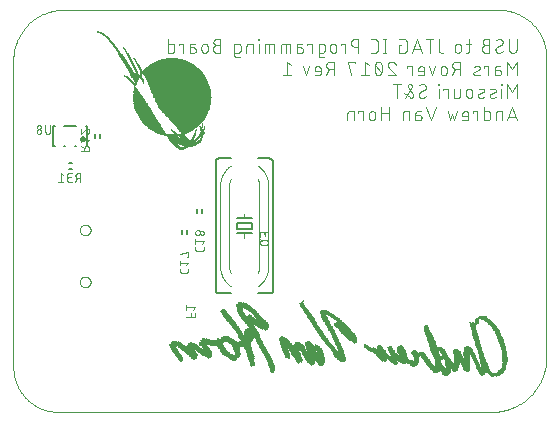
<source format=gbo>
G75*
%MOIN*%
%OFA0B0*%
%FSLAX25Y25*%
%IPPOS*%
%LPD*%
%AMOC8*
5,1,8,0,0,1.08239X$1,22.5*
%
%ADD10C,0.00000*%
%ADD11C,0.00400*%
%ADD12C,0.00600*%
%ADD13C,0.00300*%
%ADD14C,0.00200*%
%ADD15C,0.01000*%
%ADD16R,0.00100X0.00100*%
%ADD17R,0.00100X0.00800*%
%ADD18R,0.00100X0.01200*%
%ADD19R,0.00100X0.01600*%
%ADD20R,0.00100X0.02000*%
%ADD21R,0.00100X0.02300*%
%ADD22R,0.00100X0.02500*%
%ADD23R,0.00100X0.02800*%
%ADD24R,0.00100X0.03000*%
%ADD25R,0.00100X0.03200*%
%ADD26R,0.00100X0.03300*%
%ADD27R,0.00100X0.03500*%
%ADD28R,0.00100X0.03600*%
%ADD29R,0.00100X0.03800*%
%ADD30R,0.00100X0.04000*%
%ADD31R,0.00100X0.04200*%
%ADD32R,0.00100X0.04400*%
%ADD33R,0.00100X0.04500*%
%ADD34R,0.00100X0.02700*%
%ADD35R,0.00100X0.02600*%
%ADD36R,0.00100X0.01700*%
%ADD37R,0.00100X0.02900*%
%ADD38R,0.00100X0.01800*%
%ADD39R,0.00100X0.01900*%
%ADD40R,0.00100X0.02400*%
%ADD41R,0.00100X0.02100*%
%ADD42R,0.00100X0.01500*%
%ADD43R,0.00100X0.00200*%
%ADD44R,0.00100X0.04800*%
%ADD45R,0.00100X0.04900*%
%ADD46R,0.00100X0.05000*%
%ADD47R,0.00100X0.05100*%
%ADD48R,0.00100X0.05200*%
%ADD49R,0.00100X0.05300*%
%ADD50R,0.00100X0.05400*%
%ADD51R,0.00100X0.05500*%
%ADD52R,0.00100X0.03400*%
%ADD53R,0.00100X0.01400*%
%ADD54R,0.00100X0.01000*%
%ADD55R,0.00100X0.00700*%
%ADD56R,0.00100X0.00400*%
%ADD57R,0.00100X0.01100*%
%ADD58R,0.00100X0.01300*%
%ADD59R,0.00100X0.03100*%
%ADD60R,0.00100X0.03900*%
%ADD61R,0.00100X0.06000*%
%ADD62R,0.00100X0.06100*%
%ADD63R,0.00100X0.06200*%
%ADD64R,0.00100X0.04100*%
%ADD65R,0.00100X0.03700*%
%ADD66R,0.00100X0.00500*%
%ADD67R,0.00100X0.04300*%
%ADD68R,0.00100X0.04700*%
%ADD69R,0.00100X0.00600*%
%ADD70R,0.00100X0.02200*%
%ADD71R,0.00100X0.05900*%
%ADD72R,0.00100X0.05800*%
%ADD73R,0.00100X0.05700*%
%ADD74R,0.00100X0.05600*%
%ADD75R,0.00100X0.04600*%
%ADD76R,0.00100X0.06600*%
%ADD77R,0.00100X0.06800*%
%ADD78R,0.00100X0.07000*%
%ADD79R,0.00100X0.07400*%
%ADD80R,0.00100X0.07800*%
%ADD81R,0.00100X0.08100*%
%ADD82R,0.00100X0.08500*%
%ADD83R,0.00100X0.08800*%
%ADD84R,0.00100X0.09000*%
%ADD85R,0.00100X0.09100*%
%ADD86R,0.00100X0.09600*%
%ADD87R,0.00100X0.10100*%
%ADD88R,0.00100X0.10500*%
%ADD89R,0.00100X0.15400*%
%ADD90R,0.00100X0.15500*%
%ADD91R,0.00100X0.16000*%
%ADD92R,0.00100X0.06700*%
%ADD93R,0.00100X0.09500*%
%ADD94R,0.00100X0.06500*%
%ADD95R,0.00100X0.09400*%
%ADD96R,0.00100X0.09300*%
%ADD97R,0.00100X0.06400*%
%ADD98R,0.00100X0.08900*%
%ADD99R,0.00100X0.08700*%
%ADD100R,0.00100X0.07600*%
%ADD101R,0.00100X0.00300*%
%ADD102R,0.00100X0.00900*%
%ADD103R,0.00100X0.06300*%
%ADD104R,0.00100X0.06900*%
%ADD105R,0.00100X0.07100*%
%ADD106R,0.00100X0.07300*%
%ADD107R,0.00100X0.07500*%
%ADD108R,0.00100X0.09800*%
%ADD109R,0.00100X0.09200*%
%ADD110R,0.00100X0.08400*%
%ADD111R,0.00100X0.08300*%
%ADD112R,0.00100X0.08200*%
%ADD113R,0.00100X0.07200*%
%ADD114R,0.00100X0.07700*%
%ADD115R,0.00100X0.08000*%
%ADD116R,0.00100X0.07900*%
%ADD117R,0.00100X0.11100*%
%ADD118R,0.00100X0.10700*%
%ADD119R,0.00060X0.00020*%
%ADD120R,0.00040X0.00020*%
%ADD121R,0.00080X0.00020*%
%ADD122R,0.00340X0.00020*%
%ADD123R,0.00060X0.00020*%
%ADD124R,0.00100X0.00020*%
%ADD125R,0.00560X0.00020*%
%ADD126R,0.00080X0.00020*%
%ADD127R,0.00100X0.00020*%
%ADD128R,0.00740X0.00020*%
%ADD129R,0.00940X0.00020*%
%ADD130R,0.00020X0.00020*%
%ADD131R,0.01420X0.00020*%
%ADD132R,0.01540X0.00020*%
%ADD133R,0.01640X0.00020*%
%ADD134R,0.01780X0.00020*%
%ADD135R,0.01880X0.00020*%
%ADD136R,0.01940X0.00020*%
%ADD137R,0.02060X0.00020*%
%ADD138R,0.02140X0.00020*%
%ADD139R,0.02260X0.00020*%
%ADD140R,0.02380X0.00020*%
%ADD141R,0.02460X0.00020*%
%ADD142R,0.02520X0.00020*%
%ADD143R,0.02620X0.00020*%
%ADD144R,0.02700X0.00020*%
%ADD145R,0.02740X0.00020*%
%ADD146R,0.02800X0.00020*%
%ADD147R,0.02860X0.00020*%
%ADD148R,0.02920X0.00020*%
%ADD149R,0.02980X0.00020*%
%ADD150R,0.03040X0.00020*%
%ADD151R,0.03100X0.00020*%
%ADD152R,0.03140X0.00020*%
%ADD153R,0.03180X0.00020*%
%ADD154R,0.03260X0.00020*%
%ADD155R,0.03320X0.00020*%
%ADD156R,0.03380X0.00020*%
%ADD157R,0.03440X0.00020*%
%ADD158R,0.03500X0.00020*%
%ADD159R,0.03540X0.00020*%
%ADD160R,0.03600X0.00020*%
%ADD161R,0.01780X0.00020*%
%ADD162R,0.01280X0.00020*%
%ADD163R,0.01620X0.00020*%
%ADD164R,0.01220X0.00020*%
%ADD165R,0.01500X0.00020*%
%ADD166R,0.01180X0.00020*%
%ADD167R,0.01480X0.00020*%
%ADD168R,0.01140X0.00020*%
%ADD169R,0.01460X0.00020*%
%ADD170R,0.01080X0.00020*%
%ADD171R,0.01080X0.00020*%
%ADD172R,0.01440X0.00020*%
%ADD173R,0.01060X0.00020*%
%ADD174R,0.01440X0.00020*%
%ADD175R,0.01420X0.00020*%
%ADD176R,0.01400X0.00020*%
%ADD177R,0.01380X0.00020*%
%ADD178R,0.01140X0.00020*%
%ADD179R,0.00040X0.00020*%
%ADD180R,0.01320X0.00020*%
%ADD181R,0.01740X0.00020*%
%ADD182R,0.01320X0.00020*%
%ADD183R,0.02020X0.00020*%
%ADD184R,0.00020X0.00020*%
%ADD185R,0.01300X0.00020*%
%ADD186R,0.02080X0.00020*%
%ADD187R,0.01300X0.00020*%
%ADD188R,0.02220X0.00020*%
%ADD189R,0.00020X0.00020*%
%ADD190R,0.02440X0.00020*%
%ADD191R,0.01280X0.00020*%
%ADD192R,0.02560X0.00020*%
%ADD193R,0.01260X0.00020*%
%ADD194R,0.02660X0.00020*%
%ADD195R,0.02760X0.00020*%
%ADD196R,0.02960X0.00020*%
%ADD197R,0.03280X0.00020*%
%ADD198R,0.01260X0.00020*%
%ADD199R,0.03460X0.00020*%
%ADD200R,0.03560X0.00020*%
%ADD201R,0.01240X0.00020*%
%ADD202R,0.03660X0.00020*%
%ADD203R,0.01240X0.00020*%
%ADD204R,0.03860X0.00020*%
%ADD205R,0.03980X0.00020*%
%ADD206R,0.01220X0.00020*%
%ADD207R,0.04060X0.00020*%
%ADD208R,0.01220X0.00020*%
%ADD209R,0.04160X0.00020*%
%ADD210R,0.04240X0.00020*%
%ADD211R,0.01200X0.00020*%
%ADD212R,0.04320X0.00020*%
%ADD213R,0.01200X0.00020*%
%ADD214R,0.04460X0.00020*%
%ADD215R,0.01180X0.00020*%
%ADD216R,0.04560X0.00020*%
%ADD217R,0.04640X0.00020*%
%ADD218R,0.04740X0.00020*%
%ADD219R,0.04840X0.00020*%
%ADD220R,0.04940X0.00020*%
%ADD221R,0.05060X0.00020*%
%ADD222R,0.05140X0.00020*%
%ADD223R,0.05220X0.00020*%
%ADD224R,0.05320X0.00020*%
%ADD225R,0.05380X0.00020*%
%ADD226R,0.05460X0.00020*%
%ADD227R,0.05540X0.00020*%
%ADD228R,0.05600X0.00020*%
%ADD229R,0.05660X0.00020*%
%ADD230R,0.01940X0.00020*%
%ADD231R,0.03660X0.00020*%
%ADD232R,0.01940X0.00020*%
%ADD233R,0.01220X0.00020*%
%ADD234R,0.01960X0.00020*%
%ADD235R,0.00740X0.00020*%
%ADD236R,0.02720X0.00020*%
%ADD237R,0.01960X0.00020*%
%ADD238R,0.00700X0.00020*%
%ADD239R,0.02620X0.00020*%
%ADD240R,0.01980X0.00020*%
%ADD241R,0.00700X0.00020*%
%ADD242R,0.02560X0.00020*%
%ADD243R,0.02020X0.00020*%
%ADD244R,0.00680X0.00020*%
%ADD245R,0.02500X0.00020*%
%ADD246R,0.00680X0.00020*%
%ADD247R,0.02440X0.00020*%
%ADD248R,0.02100X0.00020*%
%ADD249R,0.00660X0.00020*%
%ADD250R,0.02400X0.00020*%
%ADD251R,0.02180X0.00020*%
%ADD252R,0.02360X0.00020*%
%ADD253R,0.02200X0.00020*%
%ADD254R,0.02360X0.00020*%
%ADD255R,0.02280X0.00020*%
%ADD256R,0.00720X0.00020*%
%ADD257R,0.02340X0.00020*%
%ADD258R,0.03120X0.00020*%
%ADD259R,0.02320X0.00020*%
%ADD260R,0.03160X0.00020*%
%ADD261R,0.02320X0.00020*%
%ADD262R,0.03180X0.00020*%
%ADD263R,0.02300X0.00020*%
%ADD264R,0.03240X0.00020*%
%ADD265R,0.02300X0.00020*%
%ADD266R,0.03360X0.00020*%
%ADD267R,0.03420X0.00020*%
%ADD268R,0.02260X0.00020*%
%ADD269R,0.02240X0.00020*%
%ADD270R,0.01240X0.00020*%
%ADD271R,0.03920X0.00020*%
%ADD272R,0.04080X0.00020*%
%ADD273R,0.04460X0.00020*%
%ADD274R,0.07240X0.00020*%
%ADD275R,0.07300X0.00020*%
%ADD276R,0.01920X0.00020*%
%ADD277R,0.05280X0.00020*%
%ADD278R,0.05300X0.00020*%
%ADD279R,0.05300X0.00020*%
%ADD280R,0.05340X0.00020*%
%ADD281R,0.02000X0.00020*%
%ADD282R,0.05340X0.00020*%
%ADD283R,0.02020X0.00020*%
%ADD284R,0.02040X0.00020*%
%ADD285R,0.05440X0.00020*%
%ADD286R,0.02100X0.00020*%
%ADD287R,0.05480X0.00020*%
%ADD288R,0.05660X0.00020*%
%ADD289R,0.06340X0.00020*%
%ADD290R,0.06320X0.00020*%
%ADD291R,0.06340X0.00020*%
%ADD292R,0.06360X0.00020*%
%ADD293R,0.01160X0.00020*%
%ADD294R,0.06380X0.00020*%
%ADD295R,0.01100X0.00020*%
%ADD296R,0.06400X0.00020*%
%ADD297R,0.06440X0.00020*%
%ADD298R,0.01040X0.00020*%
%ADD299R,0.06480X0.00020*%
%ADD300R,0.01040X0.00020*%
%ADD301R,0.06500X0.00020*%
%ADD302R,0.01020X0.00020*%
%ADD303R,0.06540X0.00020*%
%ADD304R,0.01000X0.00020*%
%ADD305R,0.06600X0.00020*%
%ADD306R,0.00980X0.00020*%
%ADD307R,0.06660X0.00020*%
%ADD308R,0.01320X0.00020*%
%ADD309R,0.00920X0.00020*%
%ADD310R,0.06700X0.00020*%
%ADD311R,0.01320X0.00020*%
%ADD312R,0.00900X0.00020*%
%ADD313R,0.06780X0.00020*%
%ADD314R,0.01340X0.00020*%
%ADD315R,0.00860X0.00020*%
%ADD316R,0.06820X0.00020*%
%ADD317R,0.01340X0.00020*%
%ADD318R,0.00840X0.00020*%
%ADD319R,0.06880X0.00020*%
%ADD320R,0.00800X0.00020*%
%ADD321R,0.06900X0.00020*%
%ADD322R,0.01380X0.00020*%
%ADD323R,0.00780X0.00020*%
%ADD324R,0.00020X0.00020*%
%ADD325R,0.06940X0.00020*%
%ADD326R,0.00760X0.00020*%
%ADD327R,0.08400X0.00020*%
%ADD328R,0.08420X0.00020*%
%ADD329R,0.08460X0.00020*%
%ADD330R,0.00780X0.00020*%
%ADD331R,0.08500X0.00020*%
%ADD332R,0.01660X0.00020*%
%ADD333R,0.06740X0.00020*%
%ADD334R,0.01680X0.00020*%
%ADD335R,0.06680X0.00020*%
%ADD336R,0.00800X0.00020*%
%ADD337R,0.06660X0.00020*%
%ADD338R,0.01680X0.00020*%
%ADD339R,0.06640X0.00020*%
%ADD340R,0.01700X0.00020*%
%ADD341R,0.06620X0.00020*%
%ADD342R,0.00760X0.00020*%
%ADD343R,0.00980X0.00020*%
%ADD344R,0.00520X0.00020*%
%ADD345R,0.06620X0.00020*%
%ADD346R,0.00940X0.00020*%
%ADD347R,0.00480X0.00020*%
%ADD348R,0.00920X0.00020*%
%ADD349R,0.00460X0.00020*%
%ADD350R,0.00900X0.00020*%
%ADD351R,0.00420X0.00020*%
%ADD352R,0.06580X0.00020*%
%ADD353R,0.00400X0.00020*%
%ADD354R,0.06560X0.00020*%
%ADD355R,0.00880X0.00020*%
%ADD356R,0.00400X0.00020*%
%ADD357R,0.06520X0.00020*%
%ADD358R,0.00660X0.00020*%
%ADD359R,0.00880X0.00020*%
%ADD360R,0.00380X0.00020*%
%ADD361R,0.01860X0.00020*%
%ADD362R,0.04600X0.00020*%
%ADD363R,0.00380X0.00020*%
%ADD364R,0.01820X0.00020*%
%ADD365R,0.04580X0.00020*%
%ADD366R,0.00640X0.00020*%
%ADD367R,0.00740X0.00020*%
%ADD368R,0.04520X0.00020*%
%ADD369R,0.00620X0.00020*%
%ADD370R,0.01760X0.00020*%
%ADD371R,0.04480X0.00020*%
%ADD372R,0.01760X0.00020*%
%ADD373R,0.04440X0.00020*%
%ADD374R,0.00620X0.00020*%
%ADD375R,0.00740X0.00020*%
%ADD376R,0.01740X0.00020*%
%ADD377R,0.04380X0.00020*%
%ADD378R,0.00600X0.00020*%
%ADD379R,0.01720X0.00020*%
%ADD380R,0.04340X0.00020*%
%ADD381R,0.00620X0.00020*%
%ADD382R,0.01700X0.00020*%
%ADD383R,0.04260X0.00020*%
%ADD384R,0.00360X0.00020*%
%ADD385R,0.04220X0.00020*%
%ADD386R,0.00620X0.00020*%
%ADD387R,0.04120X0.00020*%
%ADD388R,0.00360X0.00020*%
%ADD389R,0.04060X0.00020*%
%ADD390R,0.00580X0.00020*%
%ADD391R,0.04040X0.00020*%
%ADD392R,0.00580X0.00020*%
%ADD393R,0.04020X0.00020*%
%ADD394R,0.00600X0.00020*%
%ADD395R,0.03980X0.00020*%
%ADD396R,0.03940X0.00020*%
%ADD397R,0.03920X0.00020*%
%ADD398R,0.01640X0.00020*%
%ADD399R,0.03880X0.00020*%
%ADD400R,0.01660X0.00020*%
%ADD401R,0.03840X0.00020*%
%ADD402R,0.03800X0.00020*%
%ADD403R,0.03780X0.00020*%
%ADD404R,0.00560X0.00020*%
%ADD405R,0.03760X0.00020*%
%ADD406R,0.00340X0.00020*%
%ADD407R,0.03740X0.00020*%
%ADD408R,0.00340X0.00020*%
%ADD409R,0.03720X0.00020*%
%ADD410R,0.00540X0.00020*%
%ADD411R,0.00340X0.00020*%
%ADD412R,0.03700X0.00020*%
%ADD413R,0.00320X0.00020*%
%ADD414R,0.01720X0.00020*%
%ADD415R,0.00540X0.00020*%
%ADD416R,0.00540X0.00020*%
%ADD417R,0.01720X0.00020*%
%ADD418R,0.00320X0.00020*%
%ADD419R,0.01740X0.00020*%
%ADD420R,0.03640X0.00020*%
%ADD421R,0.00520X0.00020*%
%ADD422R,0.00320X0.00020*%
%ADD423R,0.03600X0.00020*%
%ADD424R,0.03580X0.00020*%
%ADD425R,0.00520X0.00020*%
%ADD426R,0.03560X0.00020*%
%ADD427R,0.00520X0.00020*%
%ADD428R,0.01800X0.00020*%
%ADD429R,0.03540X0.00020*%
%ADD430R,0.00500X0.00020*%
%ADD431R,0.01800X0.00020*%
%ADD432R,0.03480X0.00020*%
%ADD433R,0.00320X0.00020*%
%ADD434R,0.01820X0.00020*%
%ADD435R,0.03440X0.00020*%
%ADD436R,0.01820X0.00020*%
%ADD437R,0.03440X0.00020*%
%ADD438R,0.00500X0.00020*%
%ADD439R,0.01840X0.00020*%
%ADD440R,0.03400X0.00020*%
%ADD441R,0.00540X0.00020*%
%ADD442R,0.01840X0.00020*%
%ADD443R,0.03400X0.00020*%
%ADD444R,0.01840X0.00020*%
%ADD445R,0.00480X0.00020*%
%ADD446R,0.03360X0.00020*%
%ADD447R,0.00440X0.00020*%
%ADD448R,0.00440X0.00020*%
%ADD449R,0.01840X0.00020*%
%ADD450R,0.03320X0.00020*%
%ADD451R,0.03320X0.00020*%
%ADD452R,0.00440X0.00020*%
%ADD453R,0.03300X0.00020*%
%ADD454R,0.00460X0.00020*%
%ADD455R,0.03300X0.00020*%
%ADD456R,0.03280X0.00020*%
%ADD457R,0.03260X0.00020*%
%ADD458R,0.03220X0.00020*%
%ADD459R,0.03200X0.00020*%
%ADD460R,0.00420X0.00020*%
%ADD461R,0.03200X0.00020*%
%ADD462R,0.00420X0.00020*%
%ADD463R,0.00420X0.00020*%
%ADD464R,0.03160X0.00020*%
%ADD465R,0.00640X0.00020*%
%ADD466R,0.00640X0.00020*%
%ADD467R,0.00640X0.00020*%
%ADD468R,0.03140X0.00020*%
%ADD469R,0.03120X0.00020*%
%ADD470R,0.03120X0.00020*%
%ADD471R,0.03460X0.00020*%
%ADD472R,0.01820X0.00020*%
%ADD473R,0.03620X0.00020*%
%ADD474R,0.03880X0.00020*%
%ADD475R,0.05960X0.00020*%
%ADD476R,0.06060X0.00020*%
%ADD477R,0.06160X0.00020*%
%ADD478R,0.00300X0.00020*%
%ADD479R,0.06260X0.00020*%
%ADD480R,0.06420X0.00020*%
%ADD481R,0.06500X0.00020*%
%ADD482R,0.06560X0.00020*%
%ADD483R,0.06640X0.00020*%
%ADD484R,0.06680X0.00020*%
%ADD485R,0.06740X0.00020*%
%ADD486R,0.06800X0.00020*%
%ADD487R,0.06860X0.00020*%
%ADD488R,0.06920X0.00020*%
%ADD489R,0.06980X0.00020*%
%ADD490R,0.00820X0.00020*%
%ADD491R,0.07020X0.00020*%
%ADD492R,0.03040X0.00020*%
%ADD493R,0.01160X0.00020*%
%ADD494R,0.00720X0.00020*%
%ADD495R,0.02840X0.00020*%
%ADD496R,0.02600X0.00020*%
%ADD497R,0.02480X0.00020*%
%ADD498R,0.02420X0.00020*%
%ADD499R,0.02340X0.00020*%
%ADD500R,0.01100X0.00020*%
%ADD501R,0.02200X0.00020*%
%ADD502R,0.01120X0.00020*%
%ADD503R,0.02140X0.00020*%
%ADD504R,0.02060X0.00020*%
%ADD505R,0.00300X0.00020*%
%ADD506R,0.02160X0.00020*%
%ADD507R,0.02240X0.00020*%
%ADD508R,0.00280X0.00020*%
%ADD509R,0.01420X0.00020*%
%ADD510R,0.02400X0.00020*%
%ADD511R,0.01560X0.00020*%
%ADD512R,0.00280X0.00020*%
%ADD513R,0.01600X0.00020*%
%ADD514R,0.02600X0.00020*%
%ADD515R,0.02680X0.00020*%
%ADD516R,0.00260X0.00020*%
%ADD517R,0.02140X0.00020*%
%ADD518R,0.02780X0.00020*%
%ADD519R,0.00240X0.00020*%
%ADD520R,0.00240X0.00020*%
%ADD521R,0.02840X0.00020*%
%ADD522R,0.00220X0.00020*%
%ADD523R,0.02880X0.00020*%
%ADD524R,0.00220X0.00020*%
%ADD525R,0.02900X0.00020*%
%ADD526R,0.00220X0.00020*%
%ADD527R,0.02460X0.00020*%
%ADD528R,0.02940X0.00020*%
%ADD529R,0.00220X0.00020*%
%ADD530R,0.02520X0.00020*%
%ADD531R,0.00200X0.00020*%
%ADD532R,0.03000X0.00020*%
%ADD533R,0.00200X0.00020*%
%ADD534R,0.02620X0.00020*%
%ADD535R,0.03020X0.00020*%
%ADD536R,0.02700X0.00020*%
%ADD537R,0.03060X0.00020*%
%ADD538R,0.02760X0.00020*%
%ADD539R,0.03100X0.00020*%
%ADD540R,0.02820X0.00020*%
%ADD541R,0.02880X0.00020*%
%ADD542R,0.00180X0.00020*%
%ADD543R,0.02980X0.00020*%
%ADD544R,0.03040X0.00020*%
%ADD545R,0.03240X0.00020*%
%ADD546R,0.00180X0.00020*%
%ADD547R,0.03320X0.00020*%
%ADD548R,0.00260X0.00020*%
%ADD549R,0.03340X0.00020*%
%ADD550R,0.03340X0.00020*%
%ADD551R,0.03380X0.00020*%
%ADD552R,0.00160X0.00020*%
%ADD553R,0.03440X0.00020*%
%ADD554R,0.03480X0.00020*%
%ADD555R,0.00160X0.00020*%
%ADD556R,0.00240X0.00020*%
%ADD557R,0.03500X0.00020*%
%ADD558R,0.03520X0.00020*%
%ADD559R,0.03720X0.00020*%
%ADD560R,0.00240X0.00020*%
%ADD561R,0.00140X0.00020*%
%ADD562R,0.03780X0.00020*%
%ADD563R,0.03580X0.00020*%
%ADD564R,0.00140X0.00020*%
%ADD565R,0.03860X0.00020*%
%ADD566R,0.03620X0.00020*%
%ADD567R,0.03640X0.00020*%
%ADD568R,0.03680X0.00020*%
%ADD569R,0.04020X0.00020*%
%ADD570R,0.03680X0.00020*%
%ADD571R,0.00120X0.00020*%
%ADD572R,0.00140X0.00020*%
%ADD573R,0.04140X0.00020*%
%ADD574R,0.03740X0.00020*%
%ADD575R,0.04200X0.00020*%
%ADD576R,0.03760X0.00020*%
%ADD577R,0.04220X0.00020*%
%ADD578R,0.04280X0.00020*%
%ADD579R,0.03800X0.00020*%
%ADD580R,0.00120X0.00020*%
%ADD581R,0.04340X0.00020*%
%ADD582R,0.03820X0.00020*%
%ADD583R,0.00440X0.00020*%
%ADD584R,0.00120X0.00020*%
%ADD585R,0.00120X0.00020*%
%ADD586R,0.04500X0.00020*%
%ADD587R,0.03900X0.00020*%
%ADD588R,0.04540X0.00020*%
%ADD589R,0.03900X0.00020*%
%ADD590R,0.04640X0.00020*%
%ADD591R,0.03960X0.00020*%
%ADD592R,0.04680X0.00020*%
%ADD593R,0.03960X0.00020*%
%ADD594R,0.04740X0.00020*%
%ADD595R,0.04000X0.00020*%
%ADD596R,0.04780X0.00020*%
%ADD597R,0.04000X0.00020*%
%ADD598R,0.04880X0.00020*%
%ADD599R,0.00040X0.00020*%
%ADD600R,0.04980X0.00020*%
%ADD601R,0.04100X0.00020*%
%ADD602R,0.05020X0.00020*%
%ADD603R,0.04100X0.00020*%
%ADD604R,0.05080X0.00020*%
%ADD605R,0.04120X0.00020*%
%ADD606R,0.05120X0.00020*%
%ADD607R,0.05180X0.00020*%
%ADD608R,0.05220X0.00020*%
%ADD609R,0.04180X0.00020*%
%ADD610R,0.05280X0.00020*%
%ADD611R,0.05400X0.00020*%
%ADD612R,0.04240X0.00020*%
%ADD613R,0.05440X0.00020*%
%ADD614R,0.05500X0.00020*%
%ADD615R,0.04280X0.00020*%
%ADD616R,0.04320X0.00020*%
%ADD617R,0.05640X0.00020*%
%ADD618R,0.05680X0.00020*%
%ADD619R,0.04360X0.00020*%
%ADD620R,0.05720X0.00020*%
%ADD621R,0.04360X0.00020*%
%ADD622R,0.05760X0.00020*%
%ADD623R,0.05820X0.00020*%
%ADD624R,0.04400X0.00020*%
%ADD625R,0.05860X0.00020*%
%ADD626R,0.04400X0.00020*%
%ADD627R,0.05900X0.00020*%
%ADD628R,0.04420X0.00020*%
%ADD629R,0.04440X0.00020*%
%ADD630R,0.05980X0.00020*%
%ADD631R,0.06040X0.00020*%
%ADD632R,0.06080X0.00020*%
%ADD633R,0.04480X0.00020*%
%ADD634R,0.06120X0.00020*%
%ADD635R,0.06180X0.00020*%
%ADD636R,0.04520X0.00020*%
%ADD637R,0.06220X0.00020*%
%ADD638R,0.04520X0.00020*%
%ADD639R,0.06300X0.00020*%
%ADD640R,0.04540X0.00020*%
%ADD641R,0.06380X0.00020*%
%ADD642R,0.04580X0.00020*%
%ADD643R,0.06420X0.00020*%
%ADD644R,0.06480X0.00020*%
%ADD645R,0.04620X0.00020*%
%ADD646R,0.06520X0.00020*%
%ADD647R,0.04620X0.00020*%
%ADD648R,0.04640X0.00020*%
%ADD649R,0.06600X0.00020*%
%ADD650R,0.04640X0.00020*%
%ADD651R,0.06640X0.00020*%
%ADD652R,0.04660X0.00020*%
%ADD653R,0.04680X0.00020*%
%ADD654R,0.00140X0.00020*%
%ADD655R,0.06720X0.00020*%
%ADD656R,0.06760X0.00020*%
%ADD657R,0.04700X0.00020*%
%ADD658R,0.06820X0.00020*%
%ADD659R,0.04720X0.00020*%
%ADD660R,0.04720X0.00020*%
%ADD661R,0.06940X0.00020*%
%ADD662R,0.06960X0.00020*%
%ADD663R,0.04760X0.00020*%
%ADD664R,0.07020X0.00020*%
%ADD665R,0.07060X0.00020*%
%ADD666R,0.04780X0.00020*%
%ADD667R,0.07100X0.00020*%
%ADD668R,0.04800X0.00020*%
%ADD669R,0.07140X0.00020*%
%ADD670R,0.04800X0.00020*%
%ADD671R,0.07180X0.00020*%
%ADD672R,0.07240X0.00020*%
%ADD673R,0.04840X0.00020*%
%ADD674R,0.07260X0.00020*%
%ADD675R,0.04860X0.00020*%
%ADD676R,0.07340X0.00020*%
%ADD677R,0.04860X0.00020*%
%ADD678R,0.07380X0.00020*%
%ADD679R,0.07420X0.00020*%
%ADD680R,0.07460X0.00020*%
%ADD681R,0.04880X0.00020*%
%ADD682R,0.07520X0.00020*%
%ADD683R,0.04920X0.00020*%
%ADD684R,0.07560X0.00020*%
%ADD685R,0.04920X0.00020*%
%ADD686R,0.07580X0.00020*%
%ADD687R,0.07620X0.00020*%
%ADD688R,0.04940X0.00020*%
%ADD689R,0.07660X0.00020*%
%ADD690R,0.07700X0.00020*%
%ADD691R,0.04960X0.00020*%
%ADD692R,0.07740X0.00020*%
%ADD693R,0.04960X0.00020*%
%ADD694R,0.07780X0.00020*%
%ADD695R,0.07820X0.00020*%
%ADD696R,0.04980X0.00020*%
%ADD697R,0.07860X0.00020*%
%ADD698R,0.07900X0.00020*%
%ADD699R,0.07940X0.00020*%
%ADD700R,0.05020X0.00020*%
%ADD701R,0.07980X0.00020*%
%ADD702R,0.05020X0.00020*%
%ADD703R,0.08020X0.00020*%
%ADD704R,0.05040X0.00020*%
%ADD705R,0.08060X0.00020*%
%ADD706R,0.05040X0.00020*%
%ADD707R,0.08100X0.00020*%
%ADD708R,0.08140X0.00020*%
%ADD709R,0.05060X0.00020*%
%ADD710R,0.08160X0.00020*%
%ADD711R,0.08200X0.00020*%
%ADD712R,0.05080X0.00020*%
%ADD713R,0.08240X0.00020*%
%ADD714R,0.08280X0.00020*%
%ADD715R,0.05100X0.00020*%
%ADD716R,0.08320X0.00020*%
%ADD717R,0.05100X0.00020*%
%ADD718R,0.08360X0.00020*%
%ADD719R,0.08440X0.00020*%
%ADD720R,0.05120X0.00020*%
%ADD721R,0.08460X0.00020*%
%ADD722R,0.05140X0.00020*%
%ADD723R,0.08500X0.00020*%
%ADD724R,0.05140X0.00020*%
%ADD725R,0.08540X0.00020*%
%ADD726R,0.08580X0.00020*%
%ADD727R,0.05160X0.00020*%
%ADD728R,0.08620X0.00020*%
%ADD729R,0.05160X0.00020*%
%ADD730R,0.08660X0.00020*%
%ADD731R,0.05180X0.00020*%
%ADD732R,0.08700X0.00020*%
%ADD733R,0.08720X0.00020*%
%ADD734R,0.08760X0.00020*%
%ADD735R,0.05200X0.00020*%
%ADD736R,0.08800X0.00020*%
%ADD737R,0.05200X0.00020*%
%ADD738R,0.08840X0.00020*%
%ADD739R,0.08880X0.00020*%
%ADD740R,0.05220X0.00020*%
%ADD741R,0.08920X0.00020*%
%ADD742R,0.08960X0.00020*%
%ADD743R,0.05240X0.00020*%
%ADD744R,0.09000X0.00020*%
%ADD745R,0.05240X0.00020*%
%ADD746R,0.09020X0.00020*%
%ADD747R,0.05260X0.00020*%
%ADD748R,0.09060X0.00020*%
%ADD749R,0.05260X0.00020*%
%ADD750R,0.09100X0.00020*%
%ADD751R,0.09140X0.00020*%
%ADD752R,0.09180X0.00020*%
%ADD753R,0.09200X0.00020*%
%ADD754R,0.09240X0.00020*%
%ADD755R,0.09260X0.00020*%
%ADD756R,0.09300X0.00020*%
%ADD757R,0.09340X0.00020*%
%ADD758R,0.09380X0.00020*%
%ADD759R,0.05320X0.00020*%
%ADD760R,0.09420X0.00020*%
%ADD761R,0.09460X0.00020*%
%ADD762R,0.09500X0.00020*%
%ADD763R,0.09540X0.00020*%
%ADD764R,0.09560X0.00020*%
%ADD765R,0.09580X0.00020*%
%ADD766R,0.09620X0.00020*%
%ADD767R,0.09660X0.00020*%
%ADD768R,0.05360X0.00020*%
%ADD769R,0.09700X0.00020*%
%ADD770R,0.05360X0.00020*%
%ADD771R,0.09740X0.00020*%
%ADD772R,0.05380X0.00020*%
%ADD773R,0.09780X0.00020*%
%ADD774R,0.09800X0.00020*%
%ADD775R,0.09840X0.00020*%
%ADD776R,0.05400X0.00020*%
%ADD777R,0.09860X0.00020*%
%ADD778R,0.09900X0.00020*%
%ADD779R,0.09940X0.00020*%
%ADD780R,0.09980X0.00020*%
%ADD781R,0.10020X0.00020*%
%ADD782R,0.05420X0.00020*%
%ADD783R,0.10060X0.00020*%
%ADD784R,0.05420X0.00020*%
%ADD785R,0.10060X0.00020*%
%ADD786R,0.10100X0.00020*%
%ADD787R,0.05420X0.00020*%
%ADD788R,0.10140X0.00020*%
%ADD789R,0.10180X0.00020*%
%ADD790R,0.05440X0.00020*%
%ADD791R,0.10220X0.00020*%
%ADD792R,0.10260X0.00020*%
%ADD793R,0.10280X0.00020*%
%ADD794R,0.10300X0.00020*%
%ADD795R,0.10340X0.00020*%
%ADD796R,0.10380X0.00020*%
%ADD797R,0.05460X0.00020*%
%ADD798R,0.10420X0.00020*%
%ADD799R,0.10440X0.00020*%
%ADD800R,0.10480X0.00020*%
%ADD801R,0.10520X0.00020*%
%ADD802R,0.10560X0.00020*%
%ADD803R,0.05480X0.00020*%
%ADD804R,0.10580X0.00020*%
%ADD805R,0.10600X0.00020*%
%ADD806R,0.10640X0.00020*%
%ADD807R,0.10680X0.00020*%
%ADD808R,0.10720X0.00020*%
%ADD809R,0.05500X0.00020*%
%ADD810R,0.10740X0.00020*%
%ADD811R,0.10780X0.00020*%
%ADD812R,0.10820X0.00020*%
%ADD813R,0.10840X0.00020*%
%ADD814R,0.05520X0.00020*%
%ADD815R,0.10860X0.00020*%
%ADD816R,0.10900X0.00020*%
%ADD817R,0.10940X0.00020*%
%ADD818R,0.05520X0.00020*%
%ADD819R,0.10980X0.00020*%
%ADD820R,0.05520X0.00020*%
%ADD821R,0.11000X0.00020*%
%ADD822R,0.11040X0.00020*%
%ADD823R,0.11080X0.00020*%
%ADD824R,0.11120X0.00020*%
%ADD825R,0.05540X0.00020*%
%ADD826R,0.11140X0.00020*%
%ADD827R,0.11160X0.00020*%
%ADD828R,0.05540X0.00020*%
%ADD829R,0.11200X0.00020*%
%ADD830R,0.11240X0.00020*%
%ADD831R,0.11260X0.00020*%
%ADD832R,0.11300X0.00020*%
%ADD833R,0.11340X0.00020*%
%ADD834R,0.05560X0.00020*%
%ADD835R,0.11360X0.00020*%
%ADD836R,0.11400X0.00020*%
%ADD837R,0.11440X0.00020*%
%ADD838R,0.05560X0.00020*%
%ADD839R,0.11480X0.00020*%
%ADD840R,0.11480X0.00020*%
%ADD841R,0.11520X0.00020*%
%ADD842R,0.11560X0.00020*%
%ADD843R,0.11580X0.00020*%
%ADD844R,0.11620X0.00020*%
%ADD845R,0.11660X0.00020*%
%ADD846R,0.05580X0.00020*%
%ADD847R,0.11680X0.00020*%
%ADD848R,0.11720X0.00020*%
%ADD849R,0.11760X0.00020*%
%ADD850R,0.05580X0.00020*%
%ADD851R,0.11800X0.00020*%
%ADD852R,0.11840X0.00020*%
%ADD853R,0.11860X0.00020*%
%ADD854R,0.11900X0.00020*%
%ADD855R,0.11940X0.00020*%
%ADD856R,0.11960X0.00020*%
%ADD857R,0.12000X0.00020*%
%ADD858R,0.12040X0.00020*%
%ADD859R,0.12060X0.00020*%
%ADD860R,0.12080X0.00020*%
%ADD861R,0.12120X0.00020*%
%ADD862R,0.12140X0.00020*%
%ADD863R,0.12180X0.00020*%
%ADD864R,0.12220X0.00020*%
%ADD865R,0.05600X0.00020*%
%ADD866R,0.12240X0.00020*%
%ADD867R,0.12280X0.00020*%
%ADD868R,0.12320X0.00020*%
%ADD869R,0.12340X0.00020*%
%ADD870R,0.12380X0.00020*%
%ADD871R,0.12400X0.00020*%
%ADD872R,0.12440X0.00020*%
%ADD873R,0.12460X0.00020*%
%ADD874R,0.12480X0.00020*%
%ADD875R,0.12520X0.00020*%
%ADD876R,0.12560X0.00020*%
%ADD877R,0.12580X0.00020*%
%ADD878R,0.12620X0.00020*%
%ADD879R,0.12640X0.00020*%
%ADD880R,0.12680X0.00020*%
%ADD881R,0.12720X0.00020*%
%ADD882R,0.12740X0.00020*%
%ADD883R,0.12780X0.00020*%
%ADD884R,0.12800X0.00020*%
%ADD885R,0.12840X0.00020*%
%ADD886R,0.12860X0.00020*%
%ADD887R,0.12880X0.00020*%
%ADD888R,0.12920X0.00020*%
%ADD889R,0.12940X0.00020*%
%ADD890R,0.12980X0.00020*%
%ADD891R,0.13000X0.00020*%
%ADD892R,0.13040X0.00020*%
%ADD893R,0.13080X0.00020*%
%ADD894R,0.13100X0.00020*%
%ADD895R,0.13140X0.00020*%
%ADD896R,0.13160X0.00020*%
%ADD897R,0.13200X0.00020*%
%ADD898R,0.13220X0.00020*%
%ADD899R,0.13260X0.00020*%
%ADD900R,0.13260X0.00020*%
%ADD901R,0.13300X0.00020*%
%ADD902R,0.13340X0.00020*%
%ADD903R,0.13360X0.00020*%
%ADD904R,0.13400X0.00020*%
%ADD905R,0.13420X0.00020*%
%ADD906R,0.13460X0.00020*%
%ADD907R,0.13480X0.00020*%
%ADD908R,0.13520X0.00020*%
%ADD909R,0.13540X0.00020*%
%ADD910R,0.13580X0.00020*%
%ADD911R,0.13600X0.00020*%
%ADD912R,0.13640X0.00020*%
%ADD913R,0.13660X0.00020*%
%ADD914R,0.13680X0.00020*%
%ADD915R,0.13700X0.00020*%
%ADD916R,0.13740X0.00020*%
%ADD917R,0.13780X0.00020*%
%ADD918R,0.13800X0.00020*%
%ADD919R,0.13840X0.00020*%
%ADD920R,0.13860X0.00020*%
%ADD921R,0.13900X0.00020*%
%ADD922R,0.13920X0.00020*%
%ADD923R,0.13960X0.00020*%
%ADD924R,0.13980X0.00020*%
%ADD925R,0.14020X0.00020*%
%ADD926R,0.14040X0.00020*%
%ADD927R,0.14080X0.00020*%
%ADD928R,0.14080X0.00020*%
%ADD929R,0.14120X0.00020*%
%ADD930R,0.05540X0.00020*%
%ADD931R,0.14140X0.00020*%
%ADD932R,0.14160X0.00020*%
%ADD933R,0.14200X0.00020*%
%ADD934R,0.05520X0.00020*%
%ADD935R,0.14220X0.00020*%
%ADD936R,0.14260X0.00020*%
%ADD937R,0.14280X0.00020*%
%ADD938R,0.14320X0.00020*%
%ADD939R,0.14340X0.00020*%
%ADD940R,0.14380X0.00020*%
%ADD941R,0.14400X0.00020*%
%ADD942R,0.14440X0.00020*%
%ADD943R,0.14480X0.00020*%
%ADD944R,0.14500X0.00020*%
%ADD945R,0.14540X0.00020*%
%ADD946R,0.14560X0.00020*%
%ADD947R,0.14600X0.00020*%
%ADD948R,0.14620X0.00020*%
%ADD949R,0.14640X0.00020*%
%ADD950R,0.14680X0.00020*%
%ADD951R,0.14700X0.00020*%
%ADD952R,0.14740X0.00020*%
%ADD953R,0.14760X0.00020*%
%ADD954R,0.14800X0.00020*%
%ADD955R,0.14820X0.00020*%
%ADD956R,0.14840X0.00020*%
%ADD957R,0.14860X0.00020*%
%ADD958R,0.14880X0.00020*%
%ADD959R,0.14920X0.00020*%
%ADD960R,0.14940X0.00020*%
%ADD961R,0.14980X0.00020*%
%ADD962R,0.15000X0.00020*%
%ADD963R,0.15020X0.00020*%
%ADD964R,0.15060X0.00020*%
%ADD965R,0.15080X0.00020*%
%ADD966R,0.15120X0.00020*%
%ADD967R,0.15140X0.00020*%
%ADD968R,0.15180X0.00020*%
%ADD969R,0.15180X0.00020*%
%ADD970R,0.15200X0.00020*%
%ADD971R,0.15240X0.00020*%
%ADD972R,0.15260X0.00020*%
%ADD973R,0.15300X0.00020*%
%ADD974R,0.15320X0.00020*%
%ADD975R,0.15340X0.00020*%
%ADD976R,0.15380X0.00020*%
%ADD977R,0.15400X0.00020*%
%ADD978R,0.15440X0.00020*%
%ADD979R,0.15460X0.00020*%
%ADD980R,0.15480X0.00020*%
%ADD981R,0.15520X0.00020*%
%ADD982R,0.15540X0.00020*%
%ADD983R,0.15560X0.00020*%
%ADD984R,0.15580X0.00020*%
%ADD985R,0.15600X0.00020*%
%ADD986R,0.15640X0.00020*%
%ADD987R,0.15660X0.00020*%
%ADD988R,0.15680X0.00020*%
%ADD989R,0.05320X0.00020*%
%ADD990R,0.15720X0.00020*%
%ADD991R,0.05340X0.00020*%
%ADD992R,0.15740X0.00020*%
%ADD993R,0.15760X0.00020*%
%ADD994R,0.15800X0.00020*%
%ADD995R,0.05320X0.00020*%
%ADD996R,0.15820X0.00020*%
%ADD997R,0.15860X0.00020*%
%ADD998R,0.15880X0.00020*%
%ADD999R,0.15900X0.00020*%
%ADD1000R,0.15920X0.00020*%
%ADD1001R,0.15940X0.00020*%
%ADD1002R,0.15960X0.00020*%
%ADD1003R,0.16000X0.00020*%
%ADD1004R,0.16020X0.00020*%
%ADD1005R,0.16040X0.00020*%
%ADD1006R,0.16080X0.00020*%
%ADD1007R,0.16100X0.00020*%
%ADD1008R,0.05240X0.00020*%
%ADD1009R,0.16120X0.00020*%
%ADD1010R,0.16160X0.00020*%
%ADD1011R,0.16180X0.00020*%
%ADD1012R,0.16200X0.00020*%
%ADD1013R,0.16240X0.00020*%
%ADD1014R,0.16240X0.00020*%
%ADD1015R,0.16260X0.00020*%
%ADD1016R,0.16300X0.00020*%
%ADD1017R,0.16320X0.00020*%
%ADD1018R,0.16340X0.00020*%
%ADD1019R,0.16400X0.00020*%
%ADD1020R,0.16420X0.00020*%
%ADD1021R,0.16460X0.00020*%
%ADD1022R,0.05140X0.00020*%
%ADD1023R,0.16480X0.00020*%
%ADD1024R,0.16500X0.00020*%
%ADD1025R,0.16540X0.00020*%
%ADD1026R,0.16560X0.00020*%
%ADD1027R,0.16580X0.00020*%
%ADD1028R,0.16600X0.00020*%
%ADD1029R,0.16620X0.00020*%
%ADD1030R,0.16640X0.00020*%
%ADD1031R,0.16660X0.00020*%
%ADD1032R,0.16700X0.00020*%
%ADD1033R,0.16720X0.00020*%
%ADD1034R,0.16740X0.00020*%
%ADD1035R,0.16780X0.00020*%
%ADD1036R,0.16800X0.00020*%
%ADD1037R,0.16820X0.00020*%
%ADD1038R,0.16860X0.00020*%
%ADD1039R,0.16880X0.00020*%
%ADD1040R,0.16900X0.00020*%
%ADD1041R,0.05000X0.00020*%
%ADD1042R,0.16920X0.00020*%
%ADD1043R,0.16940X0.00020*%
%ADD1044R,0.05000X0.00020*%
%ADD1045R,0.16960X0.00020*%
%ADD1046R,0.16980X0.00020*%
%ADD1047R,0.17020X0.00020*%
%ADD1048R,0.17040X0.00020*%
%ADD1049R,0.17060X0.00020*%
%ADD1050R,0.17080X0.00020*%
%ADD1051R,0.17120X0.00020*%
%ADD1052R,0.17140X0.00020*%
%ADD1053R,0.04920X0.00020*%
%ADD1054R,0.17160X0.00020*%
%ADD1055R,0.17160X0.00020*%
%ADD1056R,0.04900X0.00020*%
%ADD1057R,0.17200X0.00020*%
%ADD1058R,0.04900X0.00020*%
%ADD1059R,0.17200X0.00020*%
%ADD1060R,0.17220X0.00020*%
%ADD1061R,0.17240X0.00020*%
%ADD1062R,0.17260X0.00020*%
%ADD1063R,0.17260X0.00020*%
%ADD1064R,0.17280X0.00020*%
%ADD1065R,0.04820X0.00020*%
%ADD1066R,0.17300X0.00020*%
%ADD1067R,0.17320X0.00020*%
%ADD1068R,0.04820X0.00020*%
%ADD1069R,0.17320X0.00020*%
%ADD1070R,0.17360X0.00020*%
%ADD1071R,0.17380X0.00020*%
%ADD1072R,0.17380X0.00020*%
%ADD1073R,0.17420X0.00020*%
%ADD1074R,0.04760X0.00020*%
%ADD1075R,0.17420X0.00020*%
%ADD1076R,0.17440X0.00020*%
%ADD1077R,0.17440X0.00020*%
%ADD1078R,0.17460X0.00020*%
%ADD1079R,0.17480X0.00020*%
%ADD1080R,0.04720X0.00020*%
%ADD1081R,0.17480X0.00020*%
%ADD1082R,0.17500X0.00020*%
%ADD1083R,0.17500X0.00020*%
%ADD1084R,0.17540X0.00020*%
%ADD1085R,0.17540X0.00020*%
%ADD1086R,0.04660X0.00020*%
%ADD1087R,0.17560X0.00020*%
%ADD1088R,0.17580X0.00020*%
%ADD1089R,0.17600X0.00020*%
%ADD1090R,0.17600X0.00020*%
%ADD1091R,0.17620X0.00020*%
%ADD1092R,0.04600X0.00020*%
%ADD1093R,0.17660X0.00020*%
%ADD1094R,0.17660X0.00020*%
%ADD1095R,0.17680X0.00020*%
%ADD1096R,0.17680X0.00020*%
%ADD1097R,0.04560X0.00020*%
%ADD1098R,0.17720X0.00020*%
%ADD1099R,0.17720X0.00020*%
%ADD1100R,0.17740X0.00020*%
%ADD1101R,0.04520X0.00020*%
%ADD1102R,0.17740X0.00020*%
%ADD1103R,0.17760X0.00020*%
%ADD1104R,0.17780X0.00020*%
%ADD1105R,0.04500X0.00020*%
%ADD1106R,0.17800X0.00020*%
%ADD1107R,0.17800X0.00020*%
%ADD1108R,0.17820X0.00020*%
%ADD1109R,0.17840X0.00020*%
%ADD1110R,0.17860X0.00020*%
%ADD1111R,0.04440X0.00020*%
%ADD1112R,0.17860X0.00020*%
%ADD1113R,0.04420X0.00020*%
%ADD1114R,0.17880X0.00020*%
%ADD1115R,0.17900X0.00020*%
%ADD1116R,0.17920X0.00020*%
%ADD1117R,0.17920X0.00020*%
%ADD1118R,0.17940X0.00020*%
%ADD1119R,0.17960X0.00020*%
%ADD1120R,0.04340X0.00020*%
%ADD1121R,0.17960X0.00020*%
%ADD1122R,0.04320X0.00020*%
%ADD1123R,0.18000X0.00020*%
%ADD1124R,0.04320X0.00020*%
%ADD1125R,0.18000X0.00020*%
%ADD1126R,0.18020X0.00020*%
%ADD1127R,0.04300X0.00020*%
%ADD1128R,0.18020X0.00020*%
%ADD1129R,0.18040X0.00020*%
%ADD1130R,0.04260X0.00020*%
%ADD1131R,0.18060X0.00020*%
%ADD1132R,0.18080X0.00020*%
%ADD1133R,0.18080X0.00020*%
%ADD1134R,0.18100X0.00020*%
%ADD1135R,0.18100X0.00020*%
%ADD1136R,0.18120X0.00020*%
%ADD1137R,0.18140X0.00020*%
%ADD1138R,0.04200X0.00020*%
%ADD1139R,0.18160X0.00020*%
%ADD1140R,0.18160X0.00020*%
%ADD1141R,0.04160X0.00020*%
%ADD1142R,0.18180X0.00020*%
%ADD1143R,0.04140X0.00020*%
%ADD1144R,0.18200X0.00020*%
%ADD1145R,0.18200X0.00020*%
%ADD1146R,0.18220X0.00020*%
%ADD1147R,0.18240X0.00020*%
%ADD1148R,0.18260X0.00020*%
%ADD1149R,0.04080X0.00020*%
%ADD1150R,0.18260X0.00020*%
%ADD1151R,0.18280X0.00020*%
%ADD1152R,0.04040X0.00020*%
%ADD1153R,0.18280X0.00020*%
%ADD1154R,0.04040X0.00020*%
%ADD1155R,0.18300X0.00020*%
%ADD1156R,0.18300X0.00020*%
%ADD1157R,0.18340X0.00020*%
%ADD1158R,0.04020X0.00020*%
%ADD1159R,0.18340X0.00020*%
%ADD1160R,0.18360X0.00020*%
%ADD1161R,0.18360X0.00020*%
%ADD1162R,0.18380X0.00020*%
%ADD1163R,0.18380X0.00020*%
%ADD1164R,0.03940X0.00020*%
%ADD1165R,0.18400X0.00020*%
%ADD1166R,0.18440X0.00020*%
%ADD1167R,0.18440X0.00020*%
%ADD1168R,0.18460X0.00020*%
%ADD1169R,0.18480X0.00020*%
%ADD1170R,0.18480X0.00020*%
%ADD1171R,0.03820X0.00020*%
%ADD1172R,0.18500X0.00020*%
%ADD1173R,0.03820X0.00020*%
%ADD1174R,0.18500X0.00020*%
%ADD1175R,0.18520X0.00020*%
%ADD1176R,0.18520X0.00020*%
%ADD1177R,0.18540X0.00020*%
%ADD1178R,0.18560X0.00020*%
%ADD1179R,0.18560X0.00020*%
%ADD1180R,0.18580X0.00020*%
%ADD1181R,0.18580X0.00020*%
%ADD1182R,0.03720X0.00020*%
%ADD1183R,0.18600X0.00020*%
%ADD1184R,0.03720X0.00020*%
%ADD1185R,0.18600X0.00020*%
%ADD1186R,0.03700X0.00020*%
%ADD1187R,0.18620X0.00020*%
%ADD1188R,0.18620X0.00020*%
%ADD1189R,0.18640X0.00020*%
%ADD1190R,0.18640X0.00020*%
%ADD1191R,0.18660X0.00020*%
%ADD1192R,0.03620X0.00020*%
%ADD1193R,0.18680X0.00020*%
%ADD1194R,0.03620X0.00020*%
%ADD1195R,0.18700X0.00020*%
%ADD1196R,0.18700X0.00020*%
%ADD1197R,0.18720X0.00020*%
%ADD1198R,0.18720X0.00020*%
%ADD1199R,0.18740X0.00020*%
%ADD1200R,0.18740X0.00020*%
%ADD1201R,0.03520X0.00020*%
%ADD1202R,0.18760X0.00020*%
%ADD1203R,0.03520X0.00020*%
%ADD1204R,0.18760X0.00020*%
%ADD1205R,0.18780X0.00020*%
%ADD1206R,0.18780X0.00020*%
%ADD1207R,0.18800X0.00020*%
%ADD1208R,0.18800X0.00020*%
%ADD1209R,0.18820X0.00020*%
%ADD1210R,0.03420X0.00020*%
%ADD1211R,0.18820X0.00020*%
%ADD1212R,0.18840X0.00020*%
%ADD1213R,0.18840X0.00020*%
%ADD1214R,0.18860X0.00020*%
%ADD1215R,0.03340X0.00020*%
%ADD1216R,0.18880X0.00020*%
%ADD1217R,0.18900X0.00020*%
%ADD1218R,0.18900X0.00020*%
%ADD1219R,0.18920X0.00020*%
%ADD1220R,0.18940X0.00020*%
%ADD1221R,0.18940X0.00020*%
%ADD1222R,0.18960X0.00020*%
%ADD1223R,0.18960X0.00020*%
%ADD1224R,0.03240X0.00020*%
%ADD1225R,0.18980X0.00020*%
%ADD1226R,0.18980X0.00020*%
%ADD1227R,0.19000X0.00020*%
%ADD1228R,0.19000X0.00020*%
%ADD1229R,0.19020X0.00020*%
%ADD1230R,0.19020X0.00020*%
%ADD1231R,0.03140X0.00020*%
%ADD1232R,0.19040X0.00020*%
%ADD1233R,0.03140X0.00020*%
%ADD1234R,0.19040X0.00020*%
%ADD1235R,0.19060X0.00020*%
%ADD1236R,0.19060X0.00020*%
%ADD1237R,0.03080X0.00020*%
%ADD1238R,0.19080X0.00020*%
%ADD1239R,0.19080X0.00020*%
%ADD1240R,0.03060X0.00020*%
%ADD1241R,0.19100X0.00020*%
%ADD1242R,0.03020X0.00020*%
%ADD1243R,0.19120X0.00020*%
%ADD1244R,0.19120X0.00020*%
%ADD1245R,0.19140X0.00020*%
%ADD1246R,0.19140X0.00020*%
%ADD1247R,0.19160X0.00020*%
%ADD1248R,0.02940X0.00020*%
%ADD1249R,0.19160X0.00020*%
%ADD1250R,0.02940X0.00020*%
%ADD1251R,0.19180X0.00020*%
%ADD1252R,0.02920X0.00020*%
%ADD1253R,0.19180X0.00020*%
%ADD1254R,0.19200X0.00020*%
%ADD1255R,0.19200X0.00020*%
%ADD1256R,0.19220X0.00020*%
%ADD1257R,0.02860X0.00020*%
%ADD1258R,0.19220X0.00020*%
%ADD1259R,0.02840X0.00020*%
%ADD1260R,0.19220X0.00020*%
%ADD1261R,0.19220X0.00020*%
%ADD1262R,0.19240X0.00020*%
%ADD1263R,0.02780X0.00020*%
%ADD1264R,0.19240X0.00020*%
%ADD1265R,0.19260X0.00020*%
%ADD1266R,0.19280X0.00020*%
%ADD1267R,0.02720X0.00020*%
%ADD1268R,0.19280X0.00020*%
%ADD1269R,0.19300X0.00020*%
%ADD1270R,0.19320X0.00020*%
%ADD1271R,0.02660X0.00020*%
%ADD1272R,0.19320X0.00020*%
%ADD1273R,0.02640X0.00020*%
%ADD1274R,0.19340X0.00020*%
%ADD1275R,0.19340X0.00020*%
%ADD1276R,0.19360X0.00020*%
%ADD1277R,0.19360X0.00020*%
%ADD1278R,0.02580X0.00020*%
%ADD1279R,0.19380X0.00020*%
%ADD1280R,0.19380X0.00020*%
%ADD1281R,0.02540X0.00020*%
%ADD1282R,0.19400X0.00020*%
%ADD1283R,0.19400X0.00020*%
%ADD1284R,0.02520X0.00020*%
%ADD1285R,0.19420X0.00020*%
%ADD1286R,0.19420X0.00020*%
%ADD1287R,0.02420X0.00020*%
%ADD1288R,0.19440X0.00020*%
%ADD1289R,0.19440X0.00020*%
%ADD1290R,0.19460X0.00020*%
%ADD1291R,0.19480X0.00020*%
%ADD1292R,0.19480X0.00020*%
%ADD1293R,0.02340X0.00020*%
%ADD1294R,0.19500X0.00020*%
%ADD1295R,0.02320X0.00020*%
%ADD1296R,0.19500X0.00020*%
%ADD1297R,0.02320X0.00020*%
%ADD1298R,0.19520X0.00020*%
%ADD1299R,0.19520X0.00020*%
%ADD1300R,0.02220X0.00020*%
%ADD1301R,0.19540X0.00020*%
%ADD1302R,0.19540X0.00020*%
%ADD1303R,0.19560X0.00020*%
%ADD1304R,0.02180X0.00020*%
%ADD1305R,0.19560X0.00020*%
%ADD1306R,0.19580X0.00020*%
%ADD1307R,0.02120X0.00020*%
%ADD1308R,0.19580X0.00020*%
%ADD1309R,0.02080X0.00020*%
%ADD1310R,0.19600X0.00020*%
%ADD1311R,0.19620X0.00020*%
%ADD1312R,0.02040X0.00020*%
%ADD1313R,0.19620X0.00020*%
%ADD1314R,0.02020X0.00020*%
%ADD1315R,0.19640X0.00020*%
%ADD1316R,0.02000X0.00020*%
%ADD1317R,0.19640X0.00020*%
%ADD1318R,0.19640X0.00020*%
%ADD1319R,0.19660X0.00020*%
%ADD1320R,0.01920X0.00020*%
%ADD1321R,0.19660X0.00020*%
%ADD1322R,0.19680X0.00020*%
%ADD1323R,0.01900X0.00020*%
%ADD1324R,0.19680X0.00020*%
%ADD1325R,0.01880X0.00020*%
%ADD1326R,0.19700X0.00020*%
%ADD1327R,0.19700X0.00020*%
%ADD1328R,0.19720X0.00020*%
%ADD1329R,0.19720X0.00020*%
%ADD1330R,0.19740X0.00020*%
%ADD1331R,0.19720X0.00020*%
%ADD1332R,0.01720X0.00020*%
%ADD1333R,0.19740X0.00020*%
%ADD1334R,0.19760X0.00020*%
%ADD1335R,0.19780X0.00020*%
%ADD1336R,0.19780X0.00020*%
%ADD1337R,0.01620X0.00020*%
%ADD1338R,0.01600X0.00020*%
%ADD1339R,0.01580X0.00020*%
%ADD1340R,0.19800X0.00020*%
%ADD1341R,0.01560X0.00020*%
%ADD1342R,0.19800X0.00020*%
%ADD1343R,0.01540X0.00020*%
%ADD1344R,0.19820X0.00020*%
%ADD1345R,0.01520X0.00020*%
%ADD1346R,0.19820X0.00020*%
%ADD1347R,0.01480X0.00020*%
%ADD1348R,0.19820X0.00020*%
%ADD1349R,0.01460X0.00020*%
%ADD1350R,0.19840X0.00020*%
%ADD1351R,0.19840X0.00020*%
%ADD1352R,0.19840X0.00020*%
%ADD1353R,0.19840X0.00020*%
%ADD1354R,0.19860X0.00020*%
%ADD1355R,0.01360X0.00020*%
%ADD1356R,0.19860X0.00020*%
%ADD1357R,0.01340X0.00020*%
%ADD1358R,0.19880X0.00020*%
%ADD1359R,0.01340X0.00020*%
%ADD1360R,0.19880X0.00020*%
%ADD1361R,0.19900X0.00020*%
%ADD1362R,0.19900X0.00020*%
%ADD1363R,0.19920X0.00020*%
%ADD1364R,0.19920X0.00020*%
%ADD1365R,0.19940X0.00020*%
%ADD1366R,0.19920X0.00020*%
%ADD1367R,0.01120X0.00020*%
%ADD1368R,0.19920X0.00020*%
%ADD1369R,0.19940X0.00020*%
%ADD1370R,0.19960X0.00020*%
%ADD1371R,0.19940X0.00020*%
%ADD1372R,0.01020X0.00020*%
%ADD1373R,0.19960X0.00020*%
%ADD1374R,0.01000X0.00020*%
%ADD1375R,0.19980X0.00020*%
%ADD1376R,0.00960X0.00020*%
%ADD1377R,0.19980X0.00020*%
%ADD1378R,0.20000X0.00020*%
%ADD1379R,0.20000X0.00020*%
%ADD1380R,0.00840X0.00020*%
%ADD1381R,0.20020X0.00020*%
%ADD1382R,0.20020X0.00020*%
%ADD1383R,0.20020X0.00020*%
%ADD1384R,0.20020X0.00020*%
%ADD1385R,0.20040X0.00020*%
%ADD1386R,0.20040X0.00020*%
%ADD1387R,0.20060X0.00020*%
%ADD1388R,0.20040X0.00020*%
%ADD1389R,0.20040X0.00020*%
%ADD1390R,0.20060X0.00020*%
%ADD1391R,0.20080X0.00020*%
%ADD1392R,0.20080X0.00020*%
%ADD1393R,0.20100X0.00020*%
%ADD1394R,0.20100X0.00020*%
%ADD1395R,0.20120X0.00020*%
%ADD1396R,0.20120X0.00020*%
%ADD1397R,0.20120X0.00020*%
%ADD1398R,0.20120X0.00020*%
%ADD1399R,0.20140X0.00020*%
%ADD1400R,0.20140X0.00020*%
%ADD1401R,0.20140X0.00020*%
%ADD1402R,0.20160X0.00020*%
%ADD1403R,0.20160X0.00020*%
%ADD1404R,0.20180X0.00020*%
%ADD1405R,0.20180X0.00020*%
%ADD1406R,0.20200X0.00020*%
%ADD1407R,0.20200X0.00020*%
%ADD1408R,0.20220X0.00020*%
%ADD1409R,0.20220X0.00020*%
%ADD1410R,0.20220X0.00020*%
%ADD1411R,0.00820X0.00020*%
%ADD1412R,0.00860X0.00020*%
%ADD1413R,0.20220X0.00020*%
%ADD1414R,0.00940X0.00020*%
%ADD1415R,0.20240X0.00020*%
%ADD1416R,0.01020X0.00020*%
%ADD1417R,0.20240X0.00020*%
%ADD1418R,0.01060X0.00020*%
%ADD1419R,0.01140X0.00020*%
%ADD1420R,0.20240X0.00020*%
%ADD1421R,0.20240X0.00020*%
%ADD1422R,0.00960X0.00020*%
%ADD1423R,0.20260X0.00020*%
%ADD1424R,0.00940X0.00020*%
%ADD1425R,0.20260X0.00020*%
%ADD1426R,0.00920X0.00020*%
%ADD1427R,0.20280X0.00020*%
%ADD1428R,0.20280X0.00020*%
%ADD1429R,0.00840X0.00020*%
%ADD1430R,0.00820X0.00020*%
%ADD1431R,0.01120X0.00020*%
%ADD1432R,0.01120X0.00020*%
%ADD1433R,0.00720X0.00020*%
%ADD1434R,0.01240X0.00020*%
%ADD1435R,0.00720X0.00020*%
%ADD1436R,0.01360X0.00020*%
%ADD1437R,0.01420X0.00020*%
%ADD1438R,0.01520X0.00020*%
%ADD1439R,0.01620X0.00020*%
%ADD1440R,0.01900X0.00020*%
%ADD1441R,0.01920X0.00020*%
%ADD1442R,0.02120X0.00020*%
%ADD1443R,0.02220X0.00020*%
%ADD1444R,0.02240X0.00020*%
%ADD1445R,0.02380X0.00020*%
%ADD1446R,0.02420X0.00020*%
%ADD1447R,0.02500X0.00020*%
%ADD1448R,0.01620X0.00020*%
%ADD1449R,0.01640X0.00020*%
%ADD1450R,0.01020X0.00020*%
%ADD1451R,0.01040X0.00020*%
%ADD1452R,0.19820X0.00020*%
%ADD1453R,0.01580X0.00020*%
%ADD1454R,0.20540X0.00020*%
%ADD1455R,0.20520X0.00020*%
%ADD1456R,0.20520X0.00020*%
%ADD1457R,0.01540X0.00020*%
%ADD1458R,0.20520X0.00020*%
%ADD1459R,0.20500X0.00020*%
%ADD1460R,0.20500X0.00020*%
%ADD1461R,0.20480X0.00020*%
%ADD1462R,0.20460X0.00020*%
%ADD1463R,0.19720X0.00020*%
%ADD1464R,0.19600X0.00020*%
%ADD1465R,0.19520X0.00020*%
%ADD1466R,0.00920X0.00020*%
%ADD1467R,0.01520X0.00020*%
%ADD1468R,0.01540X0.00020*%
%ADD1469R,0.19320X0.00020*%
%ADD1470R,0.01520X0.00020*%
%ADD1471R,0.01500X0.00020*%
%ADD1472R,0.18720X0.00020*%
%ADD1473R,0.18680X0.00020*%
%ADD1474R,0.18520X0.00020*%
%ADD1475R,0.18320X0.00020*%
%ADD1476R,0.00840X0.00020*%
%ADD1477R,0.18040X0.00020*%
%ADD1478R,0.01440X0.00020*%
%ADD1479R,0.17880X0.00020*%
%ADD1480R,0.17840X0.00020*%
%ADD1481R,0.17760X0.00020*%
%ADD1482R,0.01440X0.00020*%
%ADD1483R,0.17520X0.00020*%
%ADD1484R,0.00820X0.00020*%
%ADD1485R,0.17400X0.00020*%
%ADD1486R,0.01400X0.00020*%
%ADD1487R,0.17120X0.00020*%
%ADD1488R,0.17080X0.00020*%
%ADD1489R,0.17000X0.00020*%
%ADD1490R,0.16840X0.00020*%
%ADD1491R,0.16760X0.00020*%
%ADD1492R,0.16680X0.00020*%
%ADD1493R,0.16600X0.00020*%
%ADD1494R,0.16520X0.00020*%
%ADD1495R,0.16440X0.00020*%
%ADD1496R,0.16360X0.00020*%
%ADD1497R,0.16320X0.00020*%
%ADD1498R,0.16280X0.00020*%
%ADD1499R,0.16080X0.00020*%
%ADD1500R,0.16040X0.00020*%
%ADD1501R,0.15760X0.00020*%
%ADD1502R,0.15680X0.00020*%
%ADD1503R,0.15560X0.00020*%
%ADD1504R,0.15520X0.00020*%
%ADD1505R,0.15440X0.00020*%
%ADD1506R,0.15320X0.00020*%
%ADD1507R,0.15280X0.00020*%
%ADD1508R,0.15240X0.00020*%
%ADD1509R,0.15160X0.00020*%
%ADD1510R,0.14960X0.00020*%
%ADD1511R,0.14880X0.00020*%
%ADD1512R,0.14720X0.00020*%
%ADD1513R,0.14640X0.00020*%
%ADD1514R,0.14360X0.00020*%
%ADD1515R,0.14240X0.00020*%
%ADD1516R,0.14120X0.00020*%
%ADD1517R,0.14040X0.00020*%
%ADD1518R,0.14000X0.00020*%
%ADD1519R,0.13920X0.00020*%
%ADD1520R,0.13880X0.00020*%
%ADD1521R,0.13760X0.00020*%
%ADD1522R,0.13680X0.00020*%
%ADD1523R,0.13560X0.00020*%
%ADD1524R,0.13480X0.00020*%
%ADD1525R,0.13280X0.00020*%
%ADD1526R,0.13080X0.00020*%
%ADD1527R,0.12800X0.00020*%
%ADD1528R,0.12720X0.00020*%
%ADD1529R,0.12640X0.00020*%
%ADD1530R,0.12600X0.00020*%
%ADD1531R,0.12520X0.00020*%
%ADD1532R,0.12440X0.00020*%
%ADD1533R,0.12360X0.00020*%
%ADD1534R,0.12280X0.00020*%
%ADD1535R,0.12200X0.00020*%
%ADD1536R,0.12160X0.00020*%
%ADD1537R,0.12000X0.00020*%
%ADD1538R,0.11920X0.00020*%
%ADD1539R,0.11840X0.00020*%
%ADD1540R,0.11760X0.00020*%
%ADD1541R,0.11600X0.00020*%
%ADD1542R,0.11520X0.00020*%
%ADD1543R,0.11360X0.00020*%
%ADD1544R,0.11280X0.00020*%
%ADD1545R,0.11200X0.00020*%
%ADD1546R,0.11000X0.00020*%
%ADD1547R,0.10920X0.00020*%
%ADD1548R,0.10840X0.00020*%
%ADD1549R,0.10760X0.00020*%
%ADD1550R,0.10680X0.00020*%
%ADD1551R,0.10480X0.00020*%
%ADD1552R,0.10400X0.00020*%
%ADD1553R,0.10320X0.00020*%
%ADD1554R,0.10200X0.00020*%
%ADD1555R,0.10120X0.00020*%
%ADD1556R,0.10040X0.00020*%
%ADD1557R,0.09920X0.00020*%
%ADD1558R,0.09720X0.00020*%
%ADD1559R,0.09640X0.00020*%
%ADD1560R,0.09520X0.00020*%
%ADD1561R,0.09440X0.00020*%
%ADD1562R,0.09320X0.00020*%
%ADD1563R,0.09120X0.00020*%
%ADD1564R,0.09000X0.00020*%
%ADD1565R,0.08800X0.00020*%
%ADD1566R,0.08680X0.00020*%
%ADD1567R,0.08560X0.00020*%
%ADD1568R,0.08440X0.00020*%
%ADD1569R,0.08080X0.00020*%
%ADD1570R,0.07960X0.00020*%
%ADD1571R,0.07840X0.00020*%
%ADD1572R,0.07720X0.00020*%
%ADD1573R,0.07600X0.00020*%
%ADD1574R,0.07440X0.00020*%
%ADD1575R,0.07320X0.00020*%
%ADD1576R,0.07200X0.00020*%
%ADD1577R,0.07040X0.00020*%
%ADD1578R,0.06880X0.00020*%
%ADD1579R,0.06280X0.00020*%
%ADD1580R,0.06120X0.00020*%
%ADD1581R,0.05960X0.00020*%
%ADD1582R,0.05800X0.00020*%
%ADD1583R,0.01140X0.00020*%
%ADD1584R,0.01040X0.00020*%
D10*
X0028807Y0017448D02*
X0028807Y0119708D01*
X0028806Y0119708D02*
X0028810Y0120115D01*
X0028823Y0120521D01*
X0028846Y0120928D01*
X0028879Y0121333D01*
X0028922Y0121738D01*
X0028975Y0122141D01*
X0029037Y0122543D01*
X0029110Y0122943D01*
X0029191Y0123342D01*
X0029283Y0123738D01*
X0029384Y0124132D01*
X0029495Y0124524D01*
X0029615Y0124913D01*
X0029744Y0125298D01*
X0029883Y0125681D01*
X0030031Y0126060D01*
X0030188Y0126435D01*
X0030354Y0126806D01*
X0030529Y0127173D01*
X0030713Y0127536D01*
X0030906Y0127895D01*
X0031107Y0128248D01*
X0031317Y0128597D01*
X0031535Y0128940D01*
X0031762Y0129278D01*
X0031997Y0129610D01*
X0032239Y0129937D01*
X0032490Y0130257D01*
X0032748Y0130572D01*
X0033014Y0130880D01*
X0033287Y0131181D01*
X0033567Y0131476D01*
X0033854Y0131764D01*
X0034149Y0132045D01*
X0034450Y0132319D01*
X0034757Y0132585D01*
X0035071Y0132844D01*
X0035391Y0133095D01*
X0035717Y0133338D01*
X0036049Y0133573D01*
X0036387Y0133801D01*
X0036730Y0134020D01*
X0037078Y0134230D01*
X0037431Y0134432D01*
X0037789Y0134626D01*
X0038151Y0134810D01*
X0038518Y0134986D01*
X0038889Y0135153D01*
X0039264Y0135311D01*
X0039643Y0135460D01*
X0040025Y0135599D01*
X0040410Y0135729D01*
X0040799Y0135850D01*
X0041190Y0135961D01*
X0041584Y0136063D01*
X0041980Y0136156D01*
X0042378Y0136238D01*
X0042779Y0136311D01*
X0043181Y0136374D01*
X0043584Y0136428D01*
X0043988Y0136472D01*
X0044394Y0136505D01*
X0044800Y0136529D01*
X0045206Y0136544D01*
X0045613Y0136548D01*
X0045614Y0136548D02*
X0190643Y0136548D01*
X0191032Y0136541D01*
X0191421Y0136524D01*
X0191809Y0136498D01*
X0192197Y0136463D01*
X0192584Y0136418D01*
X0192969Y0136363D01*
X0193353Y0136300D01*
X0193735Y0136226D01*
X0194116Y0136144D01*
X0194494Y0136052D01*
X0194870Y0135951D01*
X0195244Y0135841D01*
X0195614Y0135722D01*
X0195982Y0135594D01*
X0196346Y0135456D01*
X0196707Y0135310D01*
X0197064Y0135155D01*
X0197417Y0134992D01*
X0197766Y0134820D01*
X0198111Y0134639D01*
X0198452Y0134450D01*
X0198787Y0134253D01*
X0199118Y0134047D01*
X0199443Y0133834D01*
X0199764Y0133613D01*
X0200078Y0133383D01*
X0200387Y0133147D01*
X0200691Y0132902D01*
X0200988Y0132651D01*
X0201279Y0132392D01*
X0201563Y0132126D01*
X0201841Y0131854D01*
X0202112Y0131574D01*
X0202376Y0131289D01*
X0202633Y0130996D01*
X0202883Y0130698D01*
X0203126Y0130393D01*
X0203361Y0130083D01*
X0203588Y0129767D01*
X0203808Y0129445D01*
X0204019Y0129119D01*
X0204223Y0128787D01*
X0204418Y0128450D01*
X0204605Y0128109D01*
X0204784Y0127763D01*
X0204954Y0127413D01*
X0205116Y0127059D01*
X0205269Y0126701D01*
X0205413Y0126339D01*
X0205548Y0125974D01*
X0205674Y0125606D01*
X0205792Y0125235D01*
X0205900Y0124861D01*
X0205999Y0124484D01*
X0206088Y0124105D01*
X0206169Y0123724D01*
X0206240Y0123342D01*
X0206302Y0122957D01*
X0206354Y0122572D01*
X0206397Y0122185D01*
X0206430Y0121797D01*
X0206454Y0121408D01*
X0206468Y0121019D01*
X0206473Y0120630D01*
X0206473Y0020711D01*
X0206468Y0020271D01*
X0206452Y0019831D01*
X0206425Y0019392D01*
X0206388Y0018953D01*
X0206340Y0018516D01*
X0206282Y0018080D01*
X0206213Y0017645D01*
X0206134Y0017212D01*
X0206044Y0016781D01*
X0205944Y0016353D01*
X0205833Y0015927D01*
X0205713Y0015504D01*
X0205582Y0015083D01*
X0205441Y0014667D01*
X0205290Y0014253D01*
X0205129Y0013844D01*
X0204958Y0013438D01*
X0204777Y0013037D01*
X0204587Y0012640D01*
X0204387Y0012248D01*
X0204178Y0011861D01*
X0203959Y0011479D01*
X0203732Y0011102D01*
X0203495Y0010731D01*
X0203249Y0010366D01*
X0202995Y0010007D01*
X0202732Y0009654D01*
X0202461Y0009308D01*
X0202181Y0008968D01*
X0201893Y0008635D01*
X0201597Y0008309D01*
X0201294Y0007990D01*
X0200983Y0007679D01*
X0200664Y0007376D01*
X0200338Y0007080D01*
X0200005Y0006792D01*
X0199665Y0006512D01*
X0199319Y0006241D01*
X0198966Y0005978D01*
X0198607Y0005724D01*
X0198242Y0005478D01*
X0197871Y0005241D01*
X0197494Y0005014D01*
X0197112Y0004795D01*
X0196725Y0004586D01*
X0196333Y0004386D01*
X0195936Y0004196D01*
X0195535Y0004015D01*
X0195129Y0003844D01*
X0194720Y0003683D01*
X0194306Y0003532D01*
X0193890Y0003391D01*
X0193469Y0003260D01*
X0193046Y0003140D01*
X0192620Y0003029D01*
X0192192Y0002929D01*
X0191761Y0002839D01*
X0191328Y0002760D01*
X0190893Y0002691D01*
X0190457Y0002633D01*
X0190020Y0002585D01*
X0189581Y0002548D01*
X0189142Y0002521D01*
X0188702Y0002505D01*
X0188262Y0002500D01*
X0043755Y0002500D01*
X0043394Y0002504D01*
X0043033Y0002517D01*
X0042672Y0002539D01*
X0042312Y0002570D01*
X0041953Y0002609D01*
X0041595Y0002657D01*
X0041238Y0002713D01*
X0040883Y0002778D01*
X0040529Y0002852D01*
X0040178Y0002934D01*
X0039828Y0003025D01*
X0039481Y0003124D01*
X0039136Y0003232D01*
X0038794Y0003347D01*
X0038454Y0003471D01*
X0038118Y0003604D01*
X0037785Y0003744D01*
X0037456Y0003892D01*
X0037130Y0004048D01*
X0036808Y0004212D01*
X0036491Y0004384D01*
X0036177Y0004563D01*
X0035868Y0004750D01*
X0035563Y0004944D01*
X0035264Y0005146D01*
X0034969Y0005355D01*
X0034679Y0005571D01*
X0034395Y0005793D01*
X0034116Y0006023D01*
X0033843Y0006259D01*
X0033575Y0006502D01*
X0033314Y0006751D01*
X0033058Y0007007D01*
X0032809Y0007268D01*
X0032566Y0007536D01*
X0032330Y0007809D01*
X0032100Y0008088D01*
X0031878Y0008372D01*
X0031662Y0008662D01*
X0031453Y0008957D01*
X0031251Y0009256D01*
X0031057Y0009561D01*
X0030870Y0009870D01*
X0030691Y0010184D01*
X0030519Y0010501D01*
X0030355Y0010823D01*
X0030199Y0011149D01*
X0030051Y0011478D01*
X0029911Y0011811D01*
X0029778Y0012147D01*
X0029654Y0012487D01*
X0029539Y0012829D01*
X0029431Y0013174D01*
X0029332Y0013521D01*
X0029241Y0013871D01*
X0029159Y0014222D01*
X0029085Y0014576D01*
X0029020Y0014931D01*
X0028964Y0015288D01*
X0028916Y0015646D01*
X0028877Y0016005D01*
X0028846Y0016365D01*
X0028824Y0016726D01*
X0028811Y0017087D01*
X0028807Y0017448D01*
X0051000Y0045839D02*
X0051002Y0045923D01*
X0051008Y0046006D01*
X0051018Y0046089D01*
X0051032Y0046172D01*
X0051049Y0046254D01*
X0051071Y0046335D01*
X0051096Y0046414D01*
X0051125Y0046493D01*
X0051158Y0046570D01*
X0051194Y0046645D01*
X0051234Y0046719D01*
X0051277Y0046791D01*
X0051324Y0046860D01*
X0051374Y0046927D01*
X0051427Y0046992D01*
X0051483Y0047054D01*
X0051541Y0047114D01*
X0051603Y0047171D01*
X0051667Y0047224D01*
X0051734Y0047275D01*
X0051803Y0047322D01*
X0051874Y0047367D01*
X0051947Y0047407D01*
X0052022Y0047444D01*
X0052099Y0047478D01*
X0052177Y0047508D01*
X0052256Y0047534D01*
X0052337Y0047557D01*
X0052419Y0047575D01*
X0052501Y0047590D01*
X0052584Y0047601D01*
X0052667Y0047608D01*
X0052751Y0047611D01*
X0052835Y0047610D01*
X0052918Y0047605D01*
X0053002Y0047596D01*
X0053084Y0047583D01*
X0053166Y0047567D01*
X0053247Y0047546D01*
X0053328Y0047522D01*
X0053406Y0047494D01*
X0053484Y0047462D01*
X0053560Y0047426D01*
X0053634Y0047387D01*
X0053706Y0047345D01*
X0053776Y0047299D01*
X0053844Y0047250D01*
X0053909Y0047198D01*
X0053972Y0047143D01*
X0054032Y0047085D01*
X0054090Y0047024D01*
X0054144Y0046960D01*
X0054196Y0046894D01*
X0054244Y0046826D01*
X0054289Y0046755D01*
X0054330Y0046682D01*
X0054369Y0046608D01*
X0054403Y0046532D01*
X0054434Y0046454D01*
X0054461Y0046375D01*
X0054485Y0046294D01*
X0054504Y0046213D01*
X0054520Y0046131D01*
X0054532Y0046048D01*
X0054540Y0045964D01*
X0054544Y0045881D01*
X0054544Y0045797D01*
X0054540Y0045714D01*
X0054532Y0045630D01*
X0054520Y0045547D01*
X0054504Y0045465D01*
X0054485Y0045384D01*
X0054461Y0045303D01*
X0054434Y0045224D01*
X0054403Y0045146D01*
X0054369Y0045070D01*
X0054330Y0044996D01*
X0054289Y0044923D01*
X0054244Y0044852D01*
X0054196Y0044784D01*
X0054144Y0044718D01*
X0054090Y0044654D01*
X0054032Y0044593D01*
X0053972Y0044535D01*
X0053909Y0044480D01*
X0053844Y0044428D01*
X0053776Y0044379D01*
X0053706Y0044333D01*
X0053634Y0044291D01*
X0053560Y0044252D01*
X0053484Y0044216D01*
X0053406Y0044184D01*
X0053328Y0044156D01*
X0053247Y0044132D01*
X0053166Y0044111D01*
X0053084Y0044095D01*
X0053002Y0044082D01*
X0052918Y0044073D01*
X0052835Y0044068D01*
X0052751Y0044067D01*
X0052667Y0044070D01*
X0052584Y0044077D01*
X0052501Y0044088D01*
X0052419Y0044103D01*
X0052337Y0044121D01*
X0052256Y0044144D01*
X0052177Y0044170D01*
X0052099Y0044200D01*
X0052022Y0044234D01*
X0051947Y0044271D01*
X0051874Y0044311D01*
X0051803Y0044356D01*
X0051734Y0044403D01*
X0051667Y0044454D01*
X0051603Y0044507D01*
X0051541Y0044564D01*
X0051483Y0044624D01*
X0051427Y0044686D01*
X0051374Y0044751D01*
X0051324Y0044818D01*
X0051277Y0044887D01*
X0051234Y0044959D01*
X0051194Y0045033D01*
X0051158Y0045108D01*
X0051125Y0045185D01*
X0051096Y0045264D01*
X0051071Y0045343D01*
X0051049Y0045424D01*
X0051032Y0045506D01*
X0051018Y0045589D01*
X0051008Y0045672D01*
X0051002Y0045755D01*
X0051000Y0045839D01*
X0051000Y0063161D02*
X0051002Y0063245D01*
X0051008Y0063328D01*
X0051018Y0063411D01*
X0051032Y0063494D01*
X0051049Y0063576D01*
X0051071Y0063657D01*
X0051096Y0063736D01*
X0051125Y0063815D01*
X0051158Y0063892D01*
X0051194Y0063967D01*
X0051234Y0064041D01*
X0051277Y0064113D01*
X0051324Y0064182D01*
X0051374Y0064249D01*
X0051427Y0064314D01*
X0051483Y0064376D01*
X0051541Y0064436D01*
X0051603Y0064493D01*
X0051667Y0064546D01*
X0051734Y0064597D01*
X0051803Y0064644D01*
X0051874Y0064689D01*
X0051947Y0064729D01*
X0052022Y0064766D01*
X0052099Y0064800D01*
X0052177Y0064830D01*
X0052256Y0064856D01*
X0052337Y0064879D01*
X0052419Y0064897D01*
X0052501Y0064912D01*
X0052584Y0064923D01*
X0052667Y0064930D01*
X0052751Y0064933D01*
X0052835Y0064932D01*
X0052918Y0064927D01*
X0053002Y0064918D01*
X0053084Y0064905D01*
X0053166Y0064889D01*
X0053247Y0064868D01*
X0053328Y0064844D01*
X0053406Y0064816D01*
X0053484Y0064784D01*
X0053560Y0064748D01*
X0053634Y0064709D01*
X0053706Y0064667D01*
X0053776Y0064621D01*
X0053844Y0064572D01*
X0053909Y0064520D01*
X0053972Y0064465D01*
X0054032Y0064407D01*
X0054090Y0064346D01*
X0054144Y0064282D01*
X0054196Y0064216D01*
X0054244Y0064148D01*
X0054289Y0064077D01*
X0054330Y0064004D01*
X0054369Y0063930D01*
X0054403Y0063854D01*
X0054434Y0063776D01*
X0054461Y0063697D01*
X0054485Y0063616D01*
X0054504Y0063535D01*
X0054520Y0063453D01*
X0054532Y0063370D01*
X0054540Y0063286D01*
X0054544Y0063203D01*
X0054544Y0063119D01*
X0054540Y0063036D01*
X0054532Y0062952D01*
X0054520Y0062869D01*
X0054504Y0062787D01*
X0054485Y0062706D01*
X0054461Y0062625D01*
X0054434Y0062546D01*
X0054403Y0062468D01*
X0054369Y0062392D01*
X0054330Y0062318D01*
X0054289Y0062245D01*
X0054244Y0062174D01*
X0054196Y0062106D01*
X0054144Y0062040D01*
X0054090Y0061976D01*
X0054032Y0061915D01*
X0053972Y0061857D01*
X0053909Y0061802D01*
X0053844Y0061750D01*
X0053776Y0061701D01*
X0053706Y0061655D01*
X0053634Y0061613D01*
X0053560Y0061574D01*
X0053484Y0061538D01*
X0053406Y0061506D01*
X0053328Y0061478D01*
X0053247Y0061454D01*
X0053166Y0061433D01*
X0053084Y0061417D01*
X0053002Y0061404D01*
X0052918Y0061395D01*
X0052835Y0061390D01*
X0052751Y0061389D01*
X0052667Y0061392D01*
X0052584Y0061399D01*
X0052501Y0061410D01*
X0052419Y0061425D01*
X0052337Y0061443D01*
X0052256Y0061466D01*
X0052177Y0061492D01*
X0052099Y0061522D01*
X0052022Y0061556D01*
X0051947Y0061593D01*
X0051874Y0061633D01*
X0051803Y0061678D01*
X0051734Y0061725D01*
X0051667Y0061776D01*
X0051603Y0061829D01*
X0051541Y0061886D01*
X0051483Y0061946D01*
X0051427Y0062008D01*
X0051374Y0062073D01*
X0051324Y0062140D01*
X0051277Y0062209D01*
X0051234Y0062281D01*
X0051194Y0062355D01*
X0051158Y0062430D01*
X0051125Y0062507D01*
X0051096Y0062586D01*
X0051071Y0062665D01*
X0051049Y0062746D01*
X0051032Y0062828D01*
X0051018Y0062911D01*
X0051008Y0062994D01*
X0051002Y0063077D01*
X0051000Y0063161D01*
D11*
X0118761Y0114700D02*
X0121317Y0114700D01*
X0120039Y0114700D02*
X0120039Y0119300D01*
X0121317Y0118278D01*
X0121078Y0122200D02*
X0121078Y0125267D01*
X0118778Y0125267D01*
X0119544Y0125267D02*
X0119544Y0122200D01*
X0118011Y0122200D02*
X0118011Y0124500D01*
X0118013Y0124555D01*
X0118019Y0124609D01*
X0118029Y0124663D01*
X0118042Y0124716D01*
X0118059Y0124768D01*
X0118080Y0124819D01*
X0118105Y0124868D01*
X0118133Y0124915D01*
X0118164Y0124960D01*
X0118198Y0125002D01*
X0118236Y0125042D01*
X0118276Y0125080D01*
X0118318Y0125114D01*
X0118363Y0125145D01*
X0118410Y0125173D01*
X0118459Y0125198D01*
X0118510Y0125219D01*
X0118562Y0125236D01*
X0118615Y0125249D01*
X0118669Y0125259D01*
X0118723Y0125265D01*
X0118778Y0125267D01*
X0115678Y0125267D02*
X0113378Y0125267D01*
X0114144Y0125267D02*
X0114144Y0122200D01*
X0112611Y0122200D02*
X0112611Y0124500D01*
X0112613Y0124555D01*
X0112619Y0124609D01*
X0112629Y0124663D01*
X0112642Y0124716D01*
X0112659Y0124768D01*
X0112680Y0124819D01*
X0112705Y0124868D01*
X0112733Y0124915D01*
X0112764Y0124960D01*
X0112798Y0125002D01*
X0112836Y0125042D01*
X0112876Y0125080D01*
X0112918Y0125114D01*
X0112963Y0125145D01*
X0113010Y0125173D01*
X0113059Y0125198D01*
X0113110Y0125219D01*
X0113162Y0125236D01*
X0113215Y0125249D01*
X0113269Y0125259D01*
X0113323Y0125265D01*
X0113378Y0125267D01*
X0115678Y0125267D02*
X0115678Y0122200D01*
X0110544Y0122200D02*
X0110544Y0125267D01*
X0110417Y0126544D02*
X0110672Y0126544D01*
X0110672Y0126800D01*
X0110417Y0126800D01*
X0110417Y0126544D01*
X0108567Y0125267D02*
X0107289Y0125267D01*
X0107234Y0125265D01*
X0107180Y0125259D01*
X0107126Y0125249D01*
X0107073Y0125236D01*
X0107021Y0125219D01*
X0106970Y0125198D01*
X0106921Y0125173D01*
X0106874Y0125145D01*
X0106829Y0125114D01*
X0106787Y0125080D01*
X0106747Y0125042D01*
X0106709Y0125002D01*
X0106675Y0124960D01*
X0106644Y0124915D01*
X0106616Y0124868D01*
X0106591Y0124819D01*
X0106570Y0124768D01*
X0106553Y0124716D01*
X0106540Y0124663D01*
X0106530Y0124609D01*
X0106524Y0124555D01*
X0106522Y0124500D01*
X0106522Y0122200D01*
X0108567Y0122200D02*
X0108567Y0125267D01*
X0104540Y0124500D02*
X0104540Y0122967D01*
X0104538Y0122912D01*
X0104532Y0122858D01*
X0104522Y0122804D01*
X0104509Y0122751D01*
X0104492Y0122699D01*
X0104471Y0122648D01*
X0104446Y0122599D01*
X0104418Y0122552D01*
X0104387Y0122507D01*
X0104353Y0122465D01*
X0104315Y0122425D01*
X0104275Y0122387D01*
X0104233Y0122353D01*
X0104188Y0122322D01*
X0104141Y0122294D01*
X0104092Y0122269D01*
X0104041Y0122248D01*
X0103989Y0122231D01*
X0103936Y0122218D01*
X0103882Y0122208D01*
X0103828Y0122202D01*
X0103773Y0122200D01*
X0102495Y0122200D01*
X0102495Y0121433D02*
X0102495Y0125267D01*
X0103773Y0125267D01*
X0103828Y0125265D01*
X0103882Y0125259D01*
X0103936Y0125249D01*
X0103989Y0125236D01*
X0104041Y0125219D01*
X0104092Y0125198D01*
X0104141Y0125173D01*
X0104188Y0125145D01*
X0104233Y0125114D01*
X0104275Y0125080D01*
X0104315Y0125042D01*
X0104353Y0125002D01*
X0104387Y0124960D01*
X0104418Y0124915D01*
X0104446Y0124868D01*
X0104471Y0124819D01*
X0104492Y0124768D01*
X0104509Y0124716D01*
X0104522Y0124663D01*
X0104532Y0124609D01*
X0104538Y0124555D01*
X0104540Y0124500D01*
X0102495Y0121433D02*
X0102497Y0121378D01*
X0102503Y0121324D01*
X0102513Y0121270D01*
X0102526Y0121217D01*
X0102543Y0121165D01*
X0102564Y0121114D01*
X0102589Y0121065D01*
X0102617Y0121018D01*
X0102648Y0120973D01*
X0102682Y0120931D01*
X0102720Y0120891D01*
X0102760Y0120853D01*
X0102802Y0120819D01*
X0102847Y0120788D01*
X0102894Y0120760D01*
X0102943Y0120735D01*
X0102994Y0120714D01*
X0103046Y0120697D01*
X0103099Y0120684D01*
X0103153Y0120674D01*
X0103207Y0120668D01*
X0103262Y0120666D01*
X0103262Y0120667D02*
X0104284Y0120667D01*
X0097806Y0122200D02*
X0097806Y0126800D01*
X0096528Y0126800D01*
X0096465Y0126798D01*
X0096402Y0126792D01*
X0096340Y0126783D01*
X0096279Y0126769D01*
X0096218Y0126752D01*
X0096159Y0126731D01*
X0096101Y0126706D01*
X0096044Y0126678D01*
X0095990Y0126647D01*
X0095938Y0126612D01*
X0095887Y0126574D01*
X0095839Y0126533D01*
X0095794Y0126489D01*
X0095752Y0126443D01*
X0095712Y0126394D01*
X0095676Y0126343D01*
X0095643Y0126289D01*
X0095613Y0126234D01*
X0095587Y0126176D01*
X0095564Y0126118D01*
X0095545Y0126058D01*
X0095530Y0125997D01*
X0095518Y0125935D01*
X0095510Y0125872D01*
X0095506Y0125809D01*
X0095506Y0125747D01*
X0095510Y0125684D01*
X0095518Y0125621D01*
X0095530Y0125559D01*
X0095545Y0125498D01*
X0095564Y0125438D01*
X0095587Y0125380D01*
X0095613Y0125322D01*
X0095643Y0125267D01*
X0095676Y0125213D01*
X0095712Y0125162D01*
X0095752Y0125113D01*
X0095794Y0125067D01*
X0095839Y0125023D01*
X0095887Y0124982D01*
X0095938Y0124944D01*
X0095990Y0124909D01*
X0096044Y0124878D01*
X0096101Y0124850D01*
X0096159Y0124825D01*
X0096218Y0124804D01*
X0096279Y0124787D01*
X0096340Y0124773D01*
X0096402Y0124764D01*
X0096465Y0124758D01*
X0096528Y0124756D01*
X0097806Y0124756D01*
X0096528Y0124756D02*
X0096458Y0124754D01*
X0096387Y0124748D01*
X0096318Y0124739D01*
X0096249Y0124725D01*
X0096180Y0124708D01*
X0096113Y0124687D01*
X0096047Y0124662D01*
X0095983Y0124634D01*
X0095920Y0124602D01*
X0095859Y0124567D01*
X0095800Y0124528D01*
X0095743Y0124487D01*
X0095689Y0124442D01*
X0095637Y0124394D01*
X0095588Y0124344D01*
X0095541Y0124290D01*
X0095498Y0124235D01*
X0095458Y0124177D01*
X0095421Y0124117D01*
X0095388Y0124055D01*
X0095358Y0123991D01*
X0095331Y0123926D01*
X0095308Y0123860D01*
X0095289Y0123792D01*
X0095274Y0123723D01*
X0095262Y0123654D01*
X0095254Y0123584D01*
X0095250Y0123513D01*
X0095250Y0123443D01*
X0095254Y0123372D01*
X0095262Y0123302D01*
X0095274Y0123233D01*
X0095289Y0123164D01*
X0095308Y0123096D01*
X0095331Y0123030D01*
X0095358Y0122965D01*
X0095388Y0122901D01*
X0095421Y0122839D01*
X0095458Y0122779D01*
X0095498Y0122721D01*
X0095541Y0122666D01*
X0095588Y0122612D01*
X0095637Y0122562D01*
X0095689Y0122514D01*
X0095743Y0122469D01*
X0095800Y0122428D01*
X0095859Y0122389D01*
X0095920Y0122354D01*
X0095983Y0122322D01*
X0096047Y0122294D01*
X0096113Y0122269D01*
X0096180Y0122248D01*
X0096249Y0122231D01*
X0096318Y0122217D01*
X0096387Y0122208D01*
X0096458Y0122202D01*
X0096528Y0122200D01*
X0097806Y0122200D01*
X0093567Y0123222D02*
X0093567Y0124244D01*
X0093566Y0124244D02*
X0093564Y0124307D01*
X0093558Y0124370D01*
X0093549Y0124432D01*
X0093535Y0124493D01*
X0093518Y0124554D01*
X0093497Y0124613D01*
X0093472Y0124671D01*
X0093444Y0124728D01*
X0093413Y0124782D01*
X0093378Y0124834D01*
X0093340Y0124885D01*
X0093299Y0124933D01*
X0093255Y0124978D01*
X0093209Y0125020D01*
X0093160Y0125060D01*
X0093109Y0125096D01*
X0093055Y0125129D01*
X0093000Y0125159D01*
X0092942Y0125185D01*
X0092884Y0125208D01*
X0092824Y0125227D01*
X0092763Y0125242D01*
X0092701Y0125254D01*
X0092638Y0125262D01*
X0092575Y0125266D01*
X0092513Y0125266D01*
X0092450Y0125262D01*
X0092387Y0125254D01*
X0092325Y0125242D01*
X0092264Y0125227D01*
X0092204Y0125208D01*
X0092146Y0125185D01*
X0092088Y0125159D01*
X0092033Y0125129D01*
X0091979Y0125096D01*
X0091928Y0125060D01*
X0091879Y0125020D01*
X0091833Y0124978D01*
X0091789Y0124933D01*
X0091748Y0124885D01*
X0091710Y0124834D01*
X0091675Y0124782D01*
X0091644Y0124728D01*
X0091616Y0124671D01*
X0091591Y0124613D01*
X0091570Y0124554D01*
X0091553Y0124493D01*
X0091539Y0124432D01*
X0091530Y0124370D01*
X0091524Y0124307D01*
X0091522Y0124244D01*
X0091522Y0123222D01*
X0091524Y0123159D01*
X0091530Y0123096D01*
X0091539Y0123034D01*
X0091553Y0122973D01*
X0091570Y0122912D01*
X0091591Y0122853D01*
X0091616Y0122795D01*
X0091644Y0122738D01*
X0091675Y0122684D01*
X0091710Y0122632D01*
X0091748Y0122581D01*
X0091789Y0122533D01*
X0091833Y0122488D01*
X0091879Y0122446D01*
X0091928Y0122406D01*
X0091979Y0122370D01*
X0092033Y0122337D01*
X0092088Y0122307D01*
X0092146Y0122281D01*
X0092204Y0122258D01*
X0092264Y0122239D01*
X0092325Y0122224D01*
X0092387Y0122212D01*
X0092450Y0122204D01*
X0092513Y0122200D01*
X0092575Y0122200D01*
X0092638Y0122204D01*
X0092701Y0122212D01*
X0092763Y0122224D01*
X0092824Y0122239D01*
X0092884Y0122258D01*
X0092942Y0122281D01*
X0093000Y0122307D01*
X0093055Y0122337D01*
X0093109Y0122370D01*
X0093160Y0122406D01*
X0093209Y0122446D01*
X0093255Y0122488D01*
X0093299Y0122533D01*
X0093340Y0122581D01*
X0093378Y0122632D01*
X0093413Y0122684D01*
X0093444Y0122738D01*
X0093472Y0122795D01*
X0093497Y0122853D01*
X0093518Y0122912D01*
X0093535Y0122973D01*
X0093549Y0123034D01*
X0093558Y0123096D01*
X0093564Y0123159D01*
X0093566Y0123222D01*
X0089434Y0125267D02*
X0088412Y0125267D01*
X0088360Y0125265D01*
X0088308Y0125260D01*
X0088256Y0125251D01*
X0088205Y0125239D01*
X0088155Y0125223D01*
X0088106Y0125204D01*
X0088059Y0125181D01*
X0088013Y0125155D01*
X0087970Y0125127D01*
X0087928Y0125095D01*
X0087888Y0125061D01*
X0087851Y0125024D01*
X0087817Y0124984D01*
X0087785Y0124942D01*
X0087757Y0124899D01*
X0087731Y0124853D01*
X0087709Y0124806D01*
X0087689Y0124757D01*
X0087673Y0124707D01*
X0087661Y0124656D01*
X0087652Y0124604D01*
X0087647Y0124552D01*
X0087645Y0124500D01*
X0087645Y0122200D01*
X0088795Y0122200D01*
X0088853Y0122202D01*
X0088912Y0122208D01*
X0088969Y0122217D01*
X0089026Y0122230D01*
X0089082Y0122247D01*
X0089137Y0122268D01*
X0089190Y0122292D01*
X0089242Y0122320D01*
X0089292Y0122351D01*
X0089339Y0122385D01*
X0089384Y0122422D01*
X0089427Y0122462D01*
X0089467Y0122505D01*
X0089504Y0122550D01*
X0089538Y0122597D01*
X0089569Y0122647D01*
X0089597Y0122699D01*
X0089621Y0122752D01*
X0089642Y0122807D01*
X0089659Y0122863D01*
X0089672Y0122920D01*
X0089681Y0122977D01*
X0089687Y0123036D01*
X0089689Y0123094D01*
X0089687Y0123152D01*
X0089681Y0123211D01*
X0089672Y0123268D01*
X0089659Y0123325D01*
X0089642Y0123381D01*
X0089621Y0123436D01*
X0089597Y0123489D01*
X0089569Y0123541D01*
X0089538Y0123591D01*
X0089504Y0123638D01*
X0089467Y0123683D01*
X0089427Y0123726D01*
X0089384Y0123766D01*
X0089339Y0123803D01*
X0089292Y0123837D01*
X0089242Y0123868D01*
X0089190Y0123896D01*
X0089137Y0123920D01*
X0089082Y0123941D01*
X0089026Y0123958D01*
X0088969Y0123971D01*
X0088912Y0123980D01*
X0088853Y0123986D01*
X0088795Y0123988D01*
X0088795Y0123989D02*
X0087645Y0123989D01*
X0085441Y0125267D02*
X0083907Y0125267D01*
X0083907Y0124756D01*
X0082490Y0124500D02*
X0082490Y0122967D01*
X0082488Y0122912D01*
X0082482Y0122858D01*
X0082472Y0122804D01*
X0082459Y0122751D01*
X0082442Y0122699D01*
X0082421Y0122648D01*
X0082396Y0122599D01*
X0082368Y0122552D01*
X0082337Y0122507D01*
X0082303Y0122465D01*
X0082265Y0122425D01*
X0082225Y0122387D01*
X0082183Y0122353D01*
X0082138Y0122322D01*
X0082091Y0122294D01*
X0082042Y0122269D01*
X0081991Y0122248D01*
X0081939Y0122231D01*
X0081886Y0122218D01*
X0081832Y0122208D01*
X0081778Y0122202D01*
X0081723Y0122200D01*
X0080445Y0122200D01*
X0080445Y0126800D01*
X0080445Y0125267D02*
X0081723Y0125267D01*
X0081778Y0125265D01*
X0081832Y0125259D01*
X0081886Y0125249D01*
X0081939Y0125236D01*
X0081991Y0125219D01*
X0082042Y0125198D01*
X0082091Y0125173D01*
X0082138Y0125145D01*
X0082183Y0125114D01*
X0082225Y0125080D01*
X0082265Y0125042D01*
X0082303Y0125002D01*
X0082337Y0124960D01*
X0082368Y0124915D01*
X0082396Y0124868D01*
X0082421Y0124819D01*
X0082442Y0124768D01*
X0082459Y0124716D01*
X0082472Y0124663D01*
X0082482Y0124609D01*
X0082488Y0124555D01*
X0082490Y0124500D01*
X0085441Y0125267D02*
X0085441Y0122200D01*
X0123345Y0122200D02*
X0123345Y0124500D01*
X0123345Y0123989D02*
X0124495Y0123989D01*
X0123345Y0124500D02*
X0123347Y0124552D01*
X0123352Y0124604D01*
X0123361Y0124656D01*
X0123373Y0124707D01*
X0123389Y0124757D01*
X0123409Y0124806D01*
X0123431Y0124853D01*
X0123457Y0124899D01*
X0123485Y0124942D01*
X0123517Y0124984D01*
X0123551Y0125024D01*
X0123588Y0125061D01*
X0123628Y0125095D01*
X0123670Y0125127D01*
X0123713Y0125155D01*
X0123759Y0125181D01*
X0123806Y0125204D01*
X0123855Y0125223D01*
X0123905Y0125239D01*
X0123956Y0125251D01*
X0124008Y0125260D01*
X0124060Y0125265D01*
X0124112Y0125267D01*
X0125134Y0125267D01*
X0126807Y0125267D02*
X0126807Y0124756D01*
X0126807Y0125267D02*
X0128341Y0125267D01*
X0128341Y0122200D01*
X0130545Y0122200D02*
X0131823Y0122200D01*
X0131878Y0122202D01*
X0131932Y0122208D01*
X0131986Y0122218D01*
X0132039Y0122231D01*
X0132091Y0122248D01*
X0132142Y0122269D01*
X0132191Y0122294D01*
X0132238Y0122322D01*
X0132283Y0122353D01*
X0132325Y0122387D01*
X0132365Y0122425D01*
X0132403Y0122465D01*
X0132437Y0122507D01*
X0132468Y0122552D01*
X0132496Y0122599D01*
X0132521Y0122648D01*
X0132542Y0122699D01*
X0132559Y0122751D01*
X0132572Y0122804D01*
X0132582Y0122858D01*
X0132588Y0122912D01*
X0132590Y0122967D01*
X0132590Y0124500D01*
X0132588Y0124555D01*
X0132582Y0124609D01*
X0132572Y0124663D01*
X0132559Y0124716D01*
X0132542Y0124768D01*
X0132521Y0124819D01*
X0132496Y0124868D01*
X0132468Y0124915D01*
X0132437Y0124960D01*
X0132403Y0125002D01*
X0132365Y0125042D01*
X0132325Y0125080D01*
X0132283Y0125114D01*
X0132238Y0125145D01*
X0132191Y0125173D01*
X0132142Y0125198D01*
X0132091Y0125219D01*
X0132039Y0125236D01*
X0131986Y0125249D01*
X0131932Y0125259D01*
X0131878Y0125265D01*
X0131823Y0125267D01*
X0130545Y0125267D01*
X0130545Y0121433D01*
X0130547Y0121378D01*
X0130553Y0121324D01*
X0130563Y0121270D01*
X0130576Y0121217D01*
X0130593Y0121165D01*
X0130614Y0121114D01*
X0130639Y0121065D01*
X0130667Y0121018D01*
X0130698Y0120973D01*
X0130732Y0120931D01*
X0130770Y0120891D01*
X0130810Y0120853D01*
X0130852Y0120819D01*
X0130897Y0120788D01*
X0130944Y0120760D01*
X0130993Y0120735D01*
X0131044Y0120714D01*
X0131096Y0120697D01*
X0131149Y0120684D01*
X0131203Y0120674D01*
X0131257Y0120668D01*
X0131312Y0120666D01*
X0131312Y0120667D02*
X0132334Y0120667D01*
X0134410Y0119300D02*
X0135688Y0119300D01*
X0135688Y0114700D01*
X0135688Y0116744D02*
X0134410Y0116744D01*
X0134154Y0116744D02*
X0133132Y0114700D01*
X0131261Y0115467D02*
X0131261Y0116744D01*
X0131261Y0116233D02*
X0129217Y0116233D01*
X0129217Y0116744D01*
X0129219Y0116807D01*
X0129225Y0116870D01*
X0129234Y0116932D01*
X0129248Y0116993D01*
X0129265Y0117054D01*
X0129286Y0117113D01*
X0129311Y0117171D01*
X0129339Y0117228D01*
X0129370Y0117282D01*
X0129405Y0117334D01*
X0129443Y0117385D01*
X0129484Y0117433D01*
X0129528Y0117478D01*
X0129574Y0117520D01*
X0129623Y0117560D01*
X0129674Y0117596D01*
X0129728Y0117629D01*
X0129783Y0117659D01*
X0129841Y0117685D01*
X0129899Y0117708D01*
X0129959Y0117727D01*
X0130020Y0117742D01*
X0130082Y0117754D01*
X0130145Y0117762D01*
X0130208Y0117766D01*
X0130270Y0117766D01*
X0130333Y0117762D01*
X0130396Y0117754D01*
X0130458Y0117742D01*
X0130519Y0117727D01*
X0130579Y0117708D01*
X0130637Y0117685D01*
X0130695Y0117659D01*
X0130750Y0117629D01*
X0130804Y0117596D01*
X0130855Y0117560D01*
X0130904Y0117520D01*
X0130950Y0117478D01*
X0130994Y0117433D01*
X0131035Y0117385D01*
X0131073Y0117334D01*
X0131108Y0117282D01*
X0131139Y0117228D01*
X0131167Y0117171D01*
X0131192Y0117113D01*
X0131213Y0117054D01*
X0131230Y0116993D01*
X0131244Y0116932D01*
X0131253Y0116870D01*
X0131259Y0116807D01*
X0131261Y0116744D01*
X0131261Y0115467D02*
X0131259Y0115412D01*
X0131253Y0115358D01*
X0131243Y0115304D01*
X0131230Y0115251D01*
X0131213Y0115199D01*
X0131192Y0115148D01*
X0131167Y0115099D01*
X0131139Y0115052D01*
X0131108Y0115007D01*
X0131074Y0114965D01*
X0131036Y0114925D01*
X0130996Y0114887D01*
X0130954Y0114853D01*
X0130909Y0114822D01*
X0130862Y0114794D01*
X0130813Y0114769D01*
X0130762Y0114748D01*
X0130710Y0114731D01*
X0130657Y0114718D01*
X0130603Y0114708D01*
X0130549Y0114702D01*
X0130494Y0114700D01*
X0129217Y0114700D01*
X0126489Y0114700D02*
X0125467Y0117767D01*
X0127511Y0117767D02*
X0126489Y0114700D01*
X0134410Y0116744D02*
X0134340Y0116746D01*
X0134269Y0116752D01*
X0134200Y0116761D01*
X0134131Y0116775D01*
X0134062Y0116792D01*
X0133995Y0116813D01*
X0133929Y0116838D01*
X0133865Y0116866D01*
X0133802Y0116898D01*
X0133741Y0116933D01*
X0133682Y0116972D01*
X0133625Y0117013D01*
X0133571Y0117058D01*
X0133519Y0117106D01*
X0133470Y0117156D01*
X0133423Y0117210D01*
X0133380Y0117265D01*
X0133340Y0117323D01*
X0133303Y0117383D01*
X0133270Y0117445D01*
X0133240Y0117509D01*
X0133213Y0117574D01*
X0133190Y0117640D01*
X0133171Y0117708D01*
X0133156Y0117777D01*
X0133144Y0117846D01*
X0133136Y0117916D01*
X0133132Y0117987D01*
X0133132Y0118057D01*
X0133136Y0118128D01*
X0133144Y0118198D01*
X0133156Y0118267D01*
X0133171Y0118336D01*
X0133190Y0118404D01*
X0133213Y0118470D01*
X0133240Y0118535D01*
X0133270Y0118599D01*
X0133303Y0118661D01*
X0133340Y0118721D01*
X0133380Y0118779D01*
X0133423Y0118834D01*
X0133470Y0118888D01*
X0133519Y0118938D01*
X0133571Y0118986D01*
X0133625Y0119031D01*
X0133682Y0119072D01*
X0133741Y0119111D01*
X0133802Y0119146D01*
X0133865Y0119178D01*
X0133929Y0119206D01*
X0133995Y0119231D01*
X0134062Y0119252D01*
X0134131Y0119269D01*
X0134200Y0119283D01*
X0134269Y0119292D01*
X0134340Y0119298D01*
X0134410Y0119300D01*
X0134422Y0123222D02*
X0134422Y0124244D01*
X0134424Y0124307D01*
X0134430Y0124370D01*
X0134439Y0124432D01*
X0134453Y0124493D01*
X0134470Y0124554D01*
X0134491Y0124613D01*
X0134516Y0124671D01*
X0134544Y0124728D01*
X0134575Y0124782D01*
X0134610Y0124834D01*
X0134648Y0124885D01*
X0134689Y0124933D01*
X0134733Y0124978D01*
X0134779Y0125020D01*
X0134828Y0125060D01*
X0134879Y0125096D01*
X0134933Y0125129D01*
X0134988Y0125159D01*
X0135046Y0125185D01*
X0135104Y0125208D01*
X0135164Y0125227D01*
X0135225Y0125242D01*
X0135287Y0125254D01*
X0135350Y0125262D01*
X0135413Y0125266D01*
X0135475Y0125266D01*
X0135538Y0125262D01*
X0135601Y0125254D01*
X0135663Y0125242D01*
X0135724Y0125227D01*
X0135784Y0125208D01*
X0135842Y0125185D01*
X0135900Y0125159D01*
X0135955Y0125129D01*
X0136009Y0125096D01*
X0136060Y0125060D01*
X0136109Y0125020D01*
X0136155Y0124978D01*
X0136199Y0124933D01*
X0136240Y0124885D01*
X0136278Y0124834D01*
X0136313Y0124782D01*
X0136344Y0124728D01*
X0136372Y0124671D01*
X0136397Y0124613D01*
X0136418Y0124554D01*
X0136435Y0124493D01*
X0136449Y0124432D01*
X0136458Y0124370D01*
X0136464Y0124307D01*
X0136466Y0124244D01*
X0136467Y0124244D02*
X0136467Y0123222D01*
X0136466Y0123222D02*
X0136464Y0123159D01*
X0136458Y0123096D01*
X0136449Y0123034D01*
X0136435Y0122973D01*
X0136418Y0122912D01*
X0136397Y0122853D01*
X0136372Y0122795D01*
X0136344Y0122738D01*
X0136313Y0122684D01*
X0136278Y0122632D01*
X0136240Y0122581D01*
X0136199Y0122533D01*
X0136155Y0122488D01*
X0136109Y0122446D01*
X0136060Y0122406D01*
X0136009Y0122370D01*
X0135955Y0122337D01*
X0135900Y0122307D01*
X0135842Y0122281D01*
X0135784Y0122258D01*
X0135724Y0122239D01*
X0135663Y0122224D01*
X0135601Y0122212D01*
X0135538Y0122204D01*
X0135475Y0122200D01*
X0135413Y0122200D01*
X0135350Y0122204D01*
X0135287Y0122212D01*
X0135225Y0122224D01*
X0135164Y0122239D01*
X0135104Y0122258D01*
X0135046Y0122281D01*
X0134988Y0122307D01*
X0134933Y0122337D01*
X0134879Y0122370D01*
X0134828Y0122406D01*
X0134779Y0122446D01*
X0134733Y0122488D01*
X0134689Y0122533D01*
X0134648Y0122581D01*
X0134610Y0122632D01*
X0134575Y0122684D01*
X0134544Y0122738D01*
X0134516Y0122795D01*
X0134491Y0122853D01*
X0134470Y0122912D01*
X0134453Y0122973D01*
X0134439Y0123034D01*
X0134430Y0123096D01*
X0134424Y0123159D01*
X0134422Y0123222D01*
X0137907Y0124756D02*
X0137907Y0125267D01*
X0139441Y0125267D01*
X0139441Y0122200D01*
X0140211Y0119300D02*
X0141489Y0114700D01*
X0144711Y0114700D02*
X0147267Y0114700D01*
X0145989Y0114700D02*
X0145989Y0119300D01*
X0147267Y0118278D01*
X0151767Y0117000D02*
X0151765Y0116885D01*
X0151760Y0116771D01*
X0151751Y0116657D01*
X0151739Y0116543D01*
X0151724Y0116429D01*
X0151705Y0116316D01*
X0151682Y0116204D01*
X0151657Y0116092D01*
X0151627Y0115981D01*
X0151595Y0115871D01*
X0151559Y0115762D01*
X0151520Y0115654D01*
X0151478Y0115548D01*
X0151432Y0115443D01*
X0151384Y0115339D01*
X0151511Y0115722D02*
X0149467Y0118278D01*
X0149594Y0118661D02*
X0149615Y0118716D01*
X0149639Y0118769D01*
X0149666Y0118821D01*
X0149697Y0118871D01*
X0149730Y0118919D01*
X0149767Y0118965D01*
X0149806Y0119009D01*
X0149848Y0119050D01*
X0149892Y0119088D01*
X0149939Y0119124D01*
X0149988Y0119156D01*
X0150039Y0119186D01*
X0150091Y0119212D01*
X0150145Y0119235D01*
X0150200Y0119255D01*
X0150257Y0119271D01*
X0150314Y0119284D01*
X0150372Y0119293D01*
X0150430Y0119298D01*
X0150489Y0119300D01*
X0150548Y0119298D01*
X0150606Y0119293D01*
X0150664Y0119284D01*
X0150721Y0119271D01*
X0150778Y0119255D01*
X0150833Y0119235D01*
X0150887Y0119212D01*
X0150939Y0119186D01*
X0150990Y0119156D01*
X0151039Y0119124D01*
X0151086Y0119088D01*
X0151130Y0119050D01*
X0151172Y0119009D01*
X0151211Y0118965D01*
X0151248Y0118919D01*
X0151281Y0118871D01*
X0151312Y0118821D01*
X0151339Y0118769D01*
X0151363Y0118716D01*
X0151384Y0118661D01*
X0149594Y0118661D02*
X0149546Y0118557D01*
X0149500Y0118452D01*
X0149458Y0118346D01*
X0149419Y0118238D01*
X0149383Y0118129D01*
X0149351Y0118019D01*
X0149321Y0117908D01*
X0149296Y0117796D01*
X0149273Y0117684D01*
X0149254Y0117571D01*
X0149239Y0117457D01*
X0149227Y0117343D01*
X0149218Y0117229D01*
X0149213Y0117115D01*
X0149211Y0117000D01*
X0151767Y0117000D02*
X0151765Y0117115D01*
X0151760Y0117229D01*
X0151751Y0117343D01*
X0151739Y0117457D01*
X0151724Y0117571D01*
X0151705Y0117684D01*
X0151682Y0117796D01*
X0151657Y0117908D01*
X0151627Y0118019D01*
X0151595Y0118129D01*
X0151559Y0118238D01*
X0151520Y0118346D01*
X0151478Y0118452D01*
X0151432Y0118557D01*
X0151384Y0118661D01*
X0149211Y0117000D02*
X0149213Y0116885D01*
X0149218Y0116771D01*
X0149227Y0116657D01*
X0149239Y0116543D01*
X0149254Y0116429D01*
X0149273Y0116316D01*
X0149296Y0116204D01*
X0149321Y0116092D01*
X0149351Y0115981D01*
X0149383Y0115871D01*
X0149419Y0115762D01*
X0149458Y0115654D01*
X0149500Y0115548D01*
X0149546Y0115443D01*
X0149594Y0115339D01*
X0150489Y0114700D02*
X0150548Y0114702D01*
X0150606Y0114707D01*
X0150664Y0114716D01*
X0150721Y0114729D01*
X0150778Y0114745D01*
X0150833Y0114765D01*
X0150887Y0114788D01*
X0150939Y0114814D01*
X0150990Y0114844D01*
X0151039Y0114876D01*
X0151086Y0114912D01*
X0151130Y0114950D01*
X0151172Y0114991D01*
X0151211Y0115035D01*
X0151248Y0115081D01*
X0151281Y0115129D01*
X0151312Y0115179D01*
X0151339Y0115231D01*
X0151363Y0115284D01*
X0151384Y0115339D01*
X0150489Y0114700D02*
X0150430Y0114702D01*
X0150372Y0114707D01*
X0150314Y0114716D01*
X0150257Y0114729D01*
X0150200Y0114745D01*
X0150145Y0114765D01*
X0150091Y0114788D01*
X0150039Y0114814D01*
X0149988Y0114844D01*
X0149939Y0114876D01*
X0149893Y0114912D01*
X0149848Y0114950D01*
X0149806Y0114991D01*
X0149767Y0115035D01*
X0149730Y0115081D01*
X0149697Y0115129D01*
X0149666Y0115179D01*
X0149639Y0115231D01*
X0149615Y0115284D01*
X0149594Y0115339D01*
X0153711Y0114700D02*
X0156267Y0114700D01*
X0154094Y0117256D01*
X0154861Y0119300D02*
X0154935Y0119298D01*
X0155009Y0119293D01*
X0155083Y0119283D01*
X0155156Y0119270D01*
X0155229Y0119254D01*
X0155300Y0119233D01*
X0155370Y0119209D01*
X0155439Y0119182D01*
X0155507Y0119151D01*
X0155573Y0119117D01*
X0155637Y0119080D01*
X0155699Y0119039D01*
X0155760Y0118995D01*
X0155817Y0118949D01*
X0155873Y0118899D01*
X0155926Y0118847D01*
X0155976Y0118792D01*
X0156023Y0118735D01*
X0156067Y0118675D01*
X0156109Y0118613D01*
X0156147Y0118550D01*
X0156182Y0118484D01*
X0156213Y0118417D01*
X0156241Y0118348D01*
X0156266Y0118278D01*
X0154094Y0117256D02*
X0154047Y0117303D01*
X0154003Y0117353D01*
X0153961Y0117405D01*
X0153922Y0117459D01*
X0153887Y0117515D01*
X0153854Y0117573D01*
X0153824Y0117633D01*
X0153798Y0117694D01*
X0153775Y0117757D01*
X0153756Y0117821D01*
X0153740Y0117885D01*
X0153727Y0117951D01*
X0153718Y0118017D01*
X0153713Y0118083D01*
X0153711Y0118150D01*
X0153713Y0118217D01*
X0153719Y0118284D01*
X0153728Y0118350D01*
X0153742Y0118415D01*
X0153759Y0118480D01*
X0153780Y0118543D01*
X0153805Y0118605D01*
X0153833Y0118666D01*
X0153865Y0118725D01*
X0153900Y0118782D01*
X0153939Y0118837D01*
X0153980Y0118889D01*
X0154025Y0118939D01*
X0154072Y0118986D01*
X0154122Y0119031D01*
X0154174Y0119072D01*
X0154229Y0119111D01*
X0154286Y0119146D01*
X0154345Y0119178D01*
X0154406Y0119206D01*
X0154468Y0119231D01*
X0154531Y0119252D01*
X0154596Y0119269D01*
X0154661Y0119283D01*
X0154727Y0119292D01*
X0154794Y0119298D01*
X0154861Y0119300D01*
X0153056Y0122200D02*
X0152033Y0122200D01*
X0152544Y0122200D02*
X0152544Y0126800D01*
X0152033Y0126800D02*
X0153056Y0126800D01*
X0150235Y0125778D02*
X0150235Y0123222D01*
X0150233Y0123160D01*
X0150228Y0123099D01*
X0150218Y0123038D01*
X0150205Y0122977D01*
X0150189Y0122918D01*
X0150169Y0122860D01*
X0150145Y0122803D01*
X0150118Y0122747D01*
X0150088Y0122693D01*
X0150054Y0122641D01*
X0150018Y0122592D01*
X0149978Y0122544D01*
X0149936Y0122499D01*
X0149891Y0122457D01*
X0149843Y0122417D01*
X0149794Y0122381D01*
X0149742Y0122347D01*
X0149688Y0122317D01*
X0149632Y0122290D01*
X0149575Y0122266D01*
X0149517Y0122246D01*
X0149458Y0122230D01*
X0149397Y0122217D01*
X0149336Y0122207D01*
X0149275Y0122202D01*
X0149213Y0122200D01*
X0148191Y0122200D01*
X0143856Y0122200D02*
X0143856Y0126800D01*
X0142578Y0126800D01*
X0142508Y0126798D01*
X0142437Y0126792D01*
X0142368Y0126783D01*
X0142299Y0126769D01*
X0142230Y0126752D01*
X0142163Y0126731D01*
X0142097Y0126706D01*
X0142033Y0126678D01*
X0141970Y0126646D01*
X0141909Y0126611D01*
X0141850Y0126572D01*
X0141793Y0126531D01*
X0141739Y0126486D01*
X0141687Y0126438D01*
X0141638Y0126388D01*
X0141591Y0126334D01*
X0141548Y0126279D01*
X0141508Y0126221D01*
X0141471Y0126161D01*
X0141438Y0126099D01*
X0141408Y0126035D01*
X0141381Y0125970D01*
X0141358Y0125904D01*
X0141339Y0125836D01*
X0141324Y0125767D01*
X0141312Y0125698D01*
X0141304Y0125628D01*
X0141300Y0125557D01*
X0141300Y0125487D01*
X0141304Y0125416D01*
X0141312Y0125346D01*
X0141324Y0125277D01*
X0141339Y0125208D01*
X0141358Y0125140D01*
X0141381Y0125074D01*
X0141408Y0125009D01*
X0141438Y0124945D01*
X0141471Y0124883D01*
X0141508Y0124823D01*
X0141548Y0124765D01*
X0141591Y0124710D01*
X0141638Y0124656D01*
X0141687Y0124606D01*
X0141739Y0124558D01*
X0141793Y0124513D01*
X0141850Y0124472D01*
X0141909Y0124433D01*
X0141970Y0124398D01*
X0142033Y0124366D01*
X0142097Y0124338D01*
X0142163Y0124313D01*
X0142230Y0124292D01*
X0142299Y0124275D01*
X0142368Y0124261D01*
X0142437Y0124252D01*
X0142508Y0124246D01*
X0142578Y0124244D01*
X0143856Y0124244D01*
X0148191Y0126800D02*
X0149213Y0126800D01*
X0149275Y0126798D01*
X0149336Y0126793D01*
X0149397Y0126783D01*
X0149458Y0126770D01*
X0149517Y0126754D01*
X0149575Y0126734D01*
X0149632Y0126710D01*
X0149688Y0126683D01*
X0149742Y0126653D01*
X0149794Y0126619D01*
X0149843Y0126583D01*
X0149891Y0126543D01*
X0149936Y0126501D01*
X0149978Y0126456D01*
X0150018Y0126408D01*
X0150054Y0126359D01*
X0150088Y0126307D01*
X0150118Y0126253D01*
X0150145Y0126197D01*
X0150169Y0126140D01*
X0150189Y0126082D01*
X0150205Y0126023D01*
X0150218Y0125962D01*
X0150228Y0125901D01*
X0150233Y0125840D01*
X0150235Y0125778D01*
X0157417Y0126800D02*
X0158950Y0126800D01*
X0159012Y0126798D01*
X0159073Y0126793D01*
X0159134Y0126783D01*
X0159195Y0126770D01*
X0159254Y0126754D01*
X0159312Y0126734D01*
X0159369Y0126710D01*
X0159425Y0126683D01*
X0159479Y0126653D01*
X0159531Y0126619D01*
X0159580Y0126583D01*
X0159628Y0126543D01*
X0159673Y0126501D01*
X0159715Y0126456D01*
X0159755Y0126408D01*
X0159791Y0126359D01*
X0159825Y0126307D01*
X0159855Y0126253D01*
X0159882Y0126197D01*
X0159906Y0126140D01*
X0159926Y0126082D01*
X0159942Y0126023D01*
X0159955Y0125962D01*
X0159965Y0125901D01*
X0159970Y0125840D01*
X0159972Y0125778D01*
X0159972Y0123222D01*
X0159970Y0123160D01*
X0159965Y0123099D01*
X0159955Y0123038D01*
X0159942Y0122977D01*
X0159926Y0122918D01*
X0159906Y0122860D01*
X0159882Y0122803D01*
X0159855Y0122747D01*
X0159825Y0122693D01*
X0159791Y0122641D01*
X0159755Y0122592D01*
X0159715Y0122544D01*
X0159673Y0122499D01*
X0159628Y0122457D01*
X0159580Y0122417D01*
X0159531Y0122381D01*
X0159479Y0122347D01*
X0159425Y0122317D01*
X0159369Y0122290D01*
X0159312Y0122266D01*
X0159254Y0122246D01*
X0159195Y0122230D01*
X0159134Y0122217D01*
X0159073Y0122207D01*
X0159012Y0122202D01*
X0158950Y0122200D01*
X0157417Y0122200D01*
X0157417Y0124756D01*
X0158183Y0124756D01*
X0162194Y0123350D02*
X0164494Y0123350D01*
X0164878Y0122200D02*
X0163344Y0126800D01*
X0161811Y0122200D01*
X0161685Y0117767D02*
X0160152Y0117767D01*
X0160152Y0117256D01*
X0161685Y0117767D02*
X0161685Y0114700D01*
X0163717Y0114700D02*
X0164994Y0114700D01*
X0165049Y0114702D01*
X0165103Y0114708D01*
X0165157Y0114718D01*
X0165210Y0114731D01*
X0165262Y0114748D01*
X0165313Y0114769D01*
X0165362Y0114794D01*
X0165409Y0114822D01*
X0165454Y0114853D01*
X0165496Y0114887D01*
X0165536Y0114925D01*
X0165574Y0114965D01*
X0165608Y0115007D01*
X0165639Y0115052D01*
X0165667Y0115099D01*
X0165692Y0115148D01*
X0165713Y0115199D01*
X0165730Y0115251D01*
X0165743Y0115304D01*
X0165753Y0115358D01*
X0165759Y0115412D01*
X0165761Y0115467D01*
X0165761Y0116744D01*
X0165761Y0116233D02*
X0163717Y0116233D01*
X0163717Y0116744D01*
X0163719Y0116807D01*
X0163725Y0116870D01*
X0163734Y0116932D01*
X0163748Y0116993D01*
X0163765Y0117054D01*
X0163786Y0117113D01*
X0163811Y0117171D01*
X0163839Y0117228D01*
X0163870Y0117282D01*
X0163905Y0117334D01*
X0163943Y0117385D01*
X0163984Y0117433D01*
X0164028Y0117478D01*
X0164074Y0117520D01*
X0164123Y0117560D01*
X0164174Y0117596D01*
X0164228Y0117629D01*
X0164283Y0117659D01*
X0164341Y0117685D01*
X0164399Y0117708D01*
X0164459Y0117727D01*
X0164520Y0117742D01*
X0164582Y0117754D01*
X0164645Y0117762D01*
X0164708Y0117766D01*
X0164770Y0117766D01*
X0164833Y0117762D01*
X0164896Y0117754D01*
X0164958Y0117742D01*
X0165019Y0117727D01*
X0165079Y0117708D01*
X0165137Y0117685D01*
X0165195Y0117659D01*
X0165250Y0117629D01*
X0165304Y0117596D01*
X0165355Y0117560D01*
X0165404Y0117520D01*
X0165450Y0117478D01*
X0165494Y0117433D01*
X0165535Y0117385D01*
X0165573Y0117334D01*
X0165608Y0117282D01*
X0165639Y0117228D01*
X0165667Y0117171D01*
X0165692Y0117113D01*
X0165713Y0117054D01*
X0165730Y0116993D01*
X0165744Y0116932D01*
X0165753Y0116870D01*
X0165759Y0116807D01*
X0165761Y0116744D01*
X0167467Y0117767D02*
X0168489Y0114700D01*
X0169511Y0117767D01*
X0171217Y0116744D02*
X0171217Y0115722D01*
X0171219Y0115659D01*
X0171225Y0115596D01*
X0171234Y0115534D01*
X0171248Y0115473D01*
X0171265Y0115412D01*
X0171286Y0115353D01*
X0171311Y0115295D01*
X0171339Y0115238D01*
X0171370Y0115184D01*
X0171405Y0115132D01*
X0171443Y0115081D01*
X0171484Y0115033D01*
X0171528Y0114988D01*
X0171574Y0114946D01*
X0171623Y0114906D01*
X0171674Y0114870D01*
X0171728Y0114837D01*
X0171783Y0114807D01*
X0171841Y0114781D01*
X0171899Y0114758D01*
X0171959Y0114739D01*
X0172020Y0114724D01*
X0172082Y0114712D01*
X0172145Y0114704D01*
X0172208Y0114700D01*
X0172270Y0114700D01*
X0172333Y0114704D01*
X0172396Y0114712D01*
X0172458Y0114724D01*
X0172519Y0114739D01*
X0172579Y0114758D01*
X0172637Y0114781D01*
X0172695Y0114807D01*
X0172750Y0114837D01*
X0172804Y0114870D01*
X0172855Y0114906D01*
X0172904Y0114946D01*
X0172950Y0114988D01*
X0172994Y0115033D01*
X0173035Y0115081D01*
X0173073Y0115132D01*
X0173108Y0115184D01*
X0173139Y0115238D01*
X0173167Y0115295D01*
X0173192Y0115353D01*
X0173213Y0115412D01*
X0173230Y0115473D01*
X0173244Y0115534D01*
X0173253Y0115596D01*
X0173259Y0115659D01*
X0173261Y0115722D01*
X0173261Y0116744D01*
X0173259Y0116807D01*
X0173253Y0116870D01*
X0173244Y0116932D01*
X0173230Y0116993D01*
X0173213Y0117054D01*
X0173192Y0117113D01*
X0173167Y0117171D01*
X0173139Y0117228D01*
X0173108Y0117282D01*
X0173073Y0117334D01*
X0173035Y0117385D01*
X0172994Y0117433D01*
X0172950Y0117478D01*
X0172904Y0117520D01*
X0172855Y0117560D01*
X0172804Y0117596D01*
X0172750Y0117629D01*
X0172695Y0117659D01*
X0172637Y0117685D01*
X0172579Y0117708D01*
X0172519Y0117727D01*
X0172458Y0117742D01*
X0172396Y0117754D01*
X0172333Y0117762D01*
X0172270Y0117766D01*
X0172208Y0117766D01*
X0172145Y0117762D01*
X0172082Y0117754D01*
X0172020Y0117742D01*
X0171959Y0117727D01*
X0171899Y0117708D01*
X0171841Y0117685D01*
X0171783Y0117659D01*
X0171728Y0117629D01*
X0171674Y0117596D01*
X0171623Y0117560D01*
X0171574Y0117520D01*
X0171528Y0117478D01*
X0171484Y0117433D01*
X0171443Y0117385D01*
X0171405Y0117334D01*
X0171370Y0117282D01*
X0171339Y0117228D01*
X0171311Y0117171D01*
X0171286Y0117113D01*
X0171265Y0117054D01*
X0171248Y0116993D01*
X0171234Y0116932D01*
X0171225Y0116870D01*
X0171219Y0116807D01*
X0171217Y0116744D01*
X0175132Y0114700D02*
X0176154Y0116744D01*
X0176410Y0116744D02*
X0177688Y0116744D01*
X0176410Y0116744D02*
X0176340Y0116746D01*
X0176269Y0116752D01*
X0176200Y0116761D01*
X0176131Y0116775D01*
X0176062Y0116792D01*
X0175995Y0116813D01*
X0175929Y0116838D01*
X0175865Y0116866D01*
X0175802Y0116898D01*
X0175741Y0116933D01*
X0175682Y0116972D01*
X0175625Y0117013D01*
X0175571Y0117058D01*
X0175519Y0117106D01*
X0175470Y0117156D01*
X0175423Y0117210D01*
X0175380Y0117265D01*
X0175340Y0117323D01*
X0175303Y0117383D01*
X0175270Y0117445D01*
X0175240Y0117509D01*
X0175213Y0117574D01*
X0175190Y0117640D01*
X0175171Y0117708D01*
X0175156Y0117777D01*
X0175144Y0117846D01*
X0175136Y0117916D01*
X0175132Y0117987D01*
X0175132Y0118057D01*
X0175136Y0118128D01*
X0175144Y0118198D01*
X0175156Y0118267D01*
X0175171Y0118336D01*
X0175190Y0118404D01*
X0175213Y0118470D01*
X0175240Y0118535D01*
X0175270Y0118599D01*
X0175303Y0118661D01*
X0175340Y0118721D01*
X0175380Y0118779D01*
X0175423Y0118834D01*
X0175470Y0118888D01*
X0175519Y0118938D01*
X0175571Y0118986D01*
X0175625Y0119031D01*
X0175682Y0119072D01*
X0175741Y0119111D01*
X0175802Y0119146D01*
X0175865Y0119178D01*
X0175929Y0119206D01*
X0175995Y0119231D01*
X0176062Y0119252D01*
X0176131Y0119269D01*
X0176200Y0119283D01*
X0176269Y0119292D01*
X0176340Y0119298D01*
X0176410Y0119300D01*
X0177688Y0119300D01*
X0177688Y0114700D01*
X0182550Y0115978D02*
X0183828Y0116489D01*
X0183828Y0116488D02*
X0183875Y0116509D01*
X0183920Y0116534D01*
X0183963Y0116561D01*
X0184003Y0116592D01*
X0184042Y0116626D01*
X0184077Y0116663D01*
X0184110Y0116702D01*
X0184139Y0116744D01*
X0184165Y0116788D01*
X0184188Y0116834D01*
X0184207Y0116881D01*
X0184222Y0116930D01*
X0184233Y0116980D01*
X0184241Y0117031D01*
X0184245Y0117082D01*
X0184244Y0117133D01*
X0184240Y0117184D01*
X0184232Y0117234D01*
X0184220Y0117284D01*
X0184204Y0117332D01*
X0184185Y0117380D01*
X0184162Y0117425D01*
X0184136Y0117469D01*
X0184106Y0117510D01*
X0184073Y0117550D01*
X0184037Y0117586D01*
X0183999Y0117620D01*
X0183958Y0117650D01*
X0183915Y0117678D01*
X0183869Y0117701D01*
X0183822Y0117722D01*
X0183774Y0117739D01*
X0183725Y0117751D01*
X0183674Y0117761D01*
X0183624Y0117766D01*
X0183573Y0117767D01*
X0184211Y0114956D02*
X0184088Y0114914D01*
X0183963Y0114875D01*
X0183838Y0114840D01*
X0183711Y0114809D01*
X0183583Y0114782D01*
X0183455Y0114759D01*
X0183326Y0114739D01*
X0183196Y0114724D01*
X0183067Y0114712D01*
X0182936Y0114704D01*
X0182806Y0114700D01*
X0182805Y0114700D02*
X0182754Y0114701D01*
X0182704Y0114706D01*
X0182653Y0114716D01*
X0182604Y0114728D01*
X0182556Y0114745D01*
X0182509Y0114766D01*
X0182463Y0114789D01*
X0182420Y0114817D01*
X0182379Y0114847D01*
X0182341Y0114881D01*
X0182305Y0114917D01*
X0182272Y0114957D01*
X0182242Y0114998D01*
X0182216Y0115042D01*
X0182193Y0115087D01*
X0182174Y0115135D01*
X0182158Y0115183D01*
X0182146Y0115233D01*
X0182138Y0115283D01*
X0182134Y0115334D01*
X0182133Y0115385D01*
X0182137Y0115436D01*
X0182145Y0115487D01*
X0182156Y0115537D01*
X0182171Y0115586D01*
X0182190Y0115633D01*
X0182213Y0115679D01*
X0182239Y0115723D01*
X0182268Y0115765D01*
X0182301Y0115804D01*
X0182336Y0115841D01*
X0182375Y0115875D01*
X0182415Y0115906D01*
X0182458Y0115933D01*
X0182503Y0115958D01*
X0182550Y0115979D01*
X0182423Y0117511D02*
X0182513Y0117550D01*
X0182606Y0117586D01*
X0182699Y0117619D01*
X0182793Y0117648D01*
X0182888Y0117675D01*
X0182984Y0117698D01*
X0183081Y0117718D01*
X0183179Y0117734D01*
X0183277Y0117747D01*
X0183375Y0117757D01*
X0183474Y0117764D01*
X0183573Y0117767D01*
X0185652Y0117767D02*
X0185652Y0117256D01*
X0185652Y0117767D02*
X0187185Y0117767D01*
X0187185Y0114700D01*
X0189390Y0114700D02*
X0189390Y0117000D01*
X0189390Y0116489D02*
X0190540Y0116489D01*
X0189389Y0117000D02*
X0189391Y0117052D01*
X0189396Y0117104D01*
X0189405Y0117156D01*
X0189417Y0117207D01*
X0189433Y0117257D01*
X0189453Y0117306D01*
X0189475Y0117353D01*
X0189501Y0117399D01*
X0189529Y0117442D01*
X0189561Y0117484D01*
X0189595Y0117524D01*
X0189632Y0117561D01*
X0189672Y0117595D01*
X0189714Y0117627D01*
X0189757Y0117655D01*
X0189803Y0117681D01*
X0189850Y0117704D01*
X0189899Y0117723D01*
X0189949Y0117739D01*
X0190000Y0117751D01*
X0190052Y0117760D01*
X0190104Y0117765D01*
X0190156Y0117767D01*
X0191179Y0117767D01*
X0190540Y0116488D02*
X0190598Y0116486D01*
X0190657Y0116480D01*
X0190714Y0116471D01*
X0190771Y0116458D01*
X0190827Y0116441D01*
X0190882Y0116420D01*
X0190935Y0116396D01*
X0190987Y0116368D01*
X0191037Y0116337D01*
X0191084Y0116303D01*
X0191129Y0116266D01*
X0191172Y0116226D01*
X0191212Y0116183D01*
X0191249Y0116138D01*
X0191283Y0116091D01*
X0191314Y0116041D01*
X0191342Y0115989D01*
X0191366Y0115936D01*
X0191387Y0115881D01*
X0191404Y0115825D01*
X0191417Y0115768D01*
X0191426Y0115711D01*
X0191432Y0115652D01*
X0191434Y0115594D01*
X0191432Y0115536D01*
X0191426Y0115477D01*
X0191417Y0115420D01*
X0191404Y0115363D01*
X0191387Y0115307D01*
X0191366Y0115252D01*
X0191342Y0115199D01*
X0191314Y0115147D01*
X0191283Y0115097D01*
X0191249Y0115050D01*
X0191212Y0115005D01*
X0191172Y0114962D01*
X0191129Y0114922D01*
X0191084Y0114885D01*
X0191037Y0114851D01*
X0190987Y0114820D01*
X0190935Y0114792D01*
X0190882Y0114768D01*
X0190827Y0114747D01*
X0190771Y0114730D01*
X0190714Y0114717D01*
X0190657Y0114708D01*
X0190598Y0114702D01*
X0190540Y0114700D01*
X0189390Y0114700D01*
X0189611Y0107456D02*
X0189488Y0107414D01*
X0189363Y0107375D01*
X0189238Y0107340D01*
X0189111Y0107309D01*
X0188983Y0107282D01*
X0188855Y0107259D01*
X0188726Y0107239D01*
X0188596Y0107224D01*
X0188467Y0107212D01*
X0188336Y0107204D01*
X0188206Y0107200D01*
X0188205Y0107200D02*
X0188154Y0107201D01*
X0188104Y0107206D01*
X0188053Y0107216D01*
X0188004Y0107228D01*
X0187956Y0107245D01*
X0187909Y0107266D01*
X0187863Y0107289D01*
X0187820Y0107317D01*
X0187779Y0107347D01*
X0187741Y0107381D01*
X0187705Y0107417D01*
X0187672Y0107457D01*
X0187642Y0107498D01*
X0187616Y0107542D01*
X0187593Y0107587D01*
X0187574Y0107635D01*
X0187558Y0107683D01*
X0187546Y0107733D01*
X0187538Y0107783D01*
X0187534Y0107834D01*
X0187533Y0107885D01*
X0187537Y0107936D01*
X0187545Y0107987D01*
X0187556Y0108037D01*
X0187571Y0108086D01*
X0187590Y0108133D01*
X0187613Y0108179D01*
X0187639Y0108223D01*
X0187668Y0108265D01*
X0187701Y0108304D01*
X0187736Y0108341D01*
X0187775Y0108375D01*
X0187815Y0108406D01*
X0187858Y0108433D01*
X0187903Y0108458D01*
X0187950Y0108479D01*
X0187950Y0108478D02*
X0189228Y0108989D01*
X0189228Y0108988D02*
X0189275Y0109009D01*
X0189320Y0109034D01*
X0189363Y0109061D01*
X0189403Y0109092D01*
X0189442Y0109126D01*
X0189477Y0109163D01*
X0189510Y0109202D01*
X0189539Y0109244D01*
X0189565Y0109288D01*
X0189588Y0109334D01*
X0189607Y0109381D01*
X0189622Y0109430D01*
X0189633Y0109480D01*
X0189641Y0109531D01*
X0189645Y0109582D01*
X0189644Y0109633D01*
X0189640Y0109684D01*
X0189632Y0109734D01*
X0189620Y0109784D01*
X0189604Y0109832D01*
X0189585Y0109880D01*
X0189562Y0109925D01*
X0189536Y0109969D01*
X0189506Y0110010D01*
X0189473Y0110050D01*
X0189437Y0110086D01*
X0189399Y0110120D01*
X0189358Y0110150D01*
X0189315Y0110178D01*
X0189269Y0110201D01*
X0189222Y0110222D01*
X0189174Y0110239D01*
X0189125Y0110251D01*
X0189074Y0110261D01*
X0189024Y0110266D01*
X0188973Y0110267D01*
X0191439Y0110267D02*
X0191439Y0107200D01*
X0193505Y0107200D02*
X0193505Y0111800D01*
X0195039Y0109244D01*
X0196572Y0111800D01*
X0196572Y0107200D01*
X0195039Y0104300D02*
X0193505Y0099700D01*
X0193889Y0100850D02*
X0196189Y0100850D01*
X0196572Y0099700D02*
X0195039Y0104300D01*
X0191711Y0102767D02*
X0190433Y0102767D01*
X0190378Y0102765D01*
X0190324Y0102759D01*
X0190270Y0102749D01*
X0190217Y0102736D01*
X0190165Y0102719D01*
X0190114Y0102698D01*
X0190065Y0102673D01*
X0190018Y0102645D01*
X0189973Y0102614D01*
X0189931Y0102580D01*
X0189891Y0102542D01*
X0189853Y0102502D01*
X0189819Y0102460D01*
X0189788Y0102415D01*
X0189760Y0102368D01*
X0189735Y0102319D01*
X0189714Y0102268D01*
X0189697Y0102216D01*
X0189684Y0102163D01*
X0189674Y0102109D01*
X0189668Y0102055D01*
X0189666Y0102000D01*
X0189667Y0102000D02*
X0189667Y0099700D01*
X0191711Y0099700D02*
X0191711Y0102767D01*
X0187684Y0102000D02*
X0187684Y0100467D01*
X0187685Y0100467D02*
X0187683Y0100412D01*
X0187677Y0100358D01*
X0187667Y0100304D01*
X0187654Y0100251D01*
X0187637Y0100199D01*
X0187616Y0100148D01*
X0187591Y0100099D01*
X0187563Y0100052D01*
X0187532Y0100007D01*
X0187498Y0099965D01*
X0187460Y0099925D01*
X0187420Y0099887D01*
X0187378Y0099853D01*
X0187333Y0099822D01*
X0187286Y0099794D01*
X0187237Y0099769D01*
X0187186Y0099748D01*
X0187134Y0099731D01*
X0187081Y0099718D01*
X0187027Y0099708D01*
X0186973Y0099702D01*
X0186918Y0099700D01*
X0185640Y0099700D01*
X0185640Y0104300D01*
X0185640Y0102767D02*
X0186918Y0102767D01*
X0186973Y0102765D01*
X0187027Y0102759D01*
X0187081Y0102749D01*
X0187134Y0102736D01*
X0187186Y0102719D01*
X0187237Y0102698D01*
X0187286Y0102673D01*
X0187333Y0102645D01*
X0187378Y0102614D01*
X0187420Y0102580D01*
X0187460Y0102542D01*
X0187498Y0102502D01*
X0187532Y0102460D01*
X0187563Y0102415D01*
X0187591Y0102368D01*
X0187616Y0102319D01*
X0187637Y0102268D01*
X0187654Y0102216D01*
X0187667Y0102163D01*
X0187677Y0102109D01*
X0187683Y0102055D01*
X0187685Y0102000D01*
X0183435Y0102767D02*
X0183435Y0099700D01*
X0181902Y0102256D02*
X0181902Y0102767D01*
X0183435Y0102767D01*
X0180461Y0101744D02*
X0180461Y0100467D01*
X0180461Y0101233D02*
X0178417Y0101233D01*
X0178417Y0101744D01*
X0178419Y0101807D01*
X0178425Y0101870D01*
X0178434Y0101932D01*
X0178448Y0101993D01*
X0178465Y0102054D01*
X0178486Y0102113D01*
X0178511Y0102171D01*
X0178539Y0102228D01*
X0178570Y0102282D01*
X0178605Y0102334D01*
X0178643Y0102385D01*
X0178684Y0102433D01*
X0178728Y0102478D01*
X0178774Y0102520D01*
X0178823Y0102560D01*
X0178874Y0102596D01*
X0178928Y0102629D01*
X0178983Y0102659D01*
X0179041Y0102685D01*
X0179099Y0102708D01*
X0179159Y0102727D01*
X0179220Y0102742D01*
X0179282Y0102754D01*
X0179345Y0102762D01*
X0179408Y0102766D01*
X0179470Y0102766D01*
X0179533Y0102762D01*
X0179596Y0102754D01*
X0179658Y0102742D01*
X0179719Y0102727D01*
X0179779Y0102708D01*
X0179837Y0102685D01*
X0179895Y0102659D01*
X0179950Y0102629D01*
X0180004Y0102596D01*
X0180055Y0102560D01*
X0180104Y0102520D01*
X0180150Y0102478D01*
X0180194Y0102433D01*
X0180235Y0102385D01*
X0180273Y0102334D01*
X0180308Y0102282D01*
X0180339Y0102228D01*
X0180367Y0102171D01*
X0180392Y0102113D01*
X0180413Y0102054D01*
X0180430Y0101993D01*
X0180444Y0101932D01*
X0180453Y0101870D01*
X0180459Y0101807D01*
X0180461Y0101744D01*
X0180461Y0100467D02*
X0180459Y0100412D01*
X0180453Y0100358D01*
X0180443Y0100304D01*
X0180430Y0100251D01*
X0180413Y0100199D01*
X0180392Y0100148D01*
X0180367Y0100099D01*
X0180339Y0100052D01*
X0180308Y0100007D01*
X0180274Y0099965D01*
X0180236Y0099925D01*
X0180196Y0099887D01*
X0180154Y0099853D01*
X0180109Y0099822D01*
X0180062Y0099794D01*
X0180013Y0099769D01*
X0179962Y0099748D01*
X0179910Y0099731D01*
X0179857Y0099718D01*
X0179803Y0099708D01*
X0179749Y0099702D01*
X0179694Y0099700D01*
X0178417Y0099700D01*
X0175855Y0099700D02*
X0175089Y0101744D01*
X0174322Y0099700D01*
X0173555Y0102767D01*
X0176622Y0102767D02*
X0175855Y0099700D01*
X0169572Y0104300D02*
X0168039Y0099700D01*
X0166505Y0104300D01*
X0164629Y0102767D02*
X0163606Y0102767D01*
X0163554Y0102765D01*
X0163502Y0102760D01*
X0163450Y0102751D01*
X0163399Y0102739D01*
X0163349Y0102723D01*
X0163300Y0102704D01*
X0163253Y0102681D01*
X0163207Y0102655D01*
X0163164Y0102627D01*
X0163122Y0102595D01*
X0163082Y0102561D01*
X0163045Y0102524D01*
X0163011Y0102484D01*
X0162979Y0102442D01*
X0162951Y0102399D01*
X0162925Y0102353D01*
X0162903Y0102306D01*
X0162883Y0102257D01*
X0162867Y0102207D01*
X0162855Y0102156D01*
X0162846Y0102104D01*
X0162841Y0102052D01*
X0162839Y0102000D01*
X0162840Y0102000D02*
X0162840Y0099700D01*
X0163990Y0099700D01*
X0164048Y0099702D01*
X0164107Y0099708D01*
X0164164Y0099717D01*
X0164221Y0099730D01*
X0164277Y0099747D01*
X0164332Y0099768D01*
X0164385Y0099792D01*
X0164437Y0099820D01*
X0164487Y0099851D01*
X0164534Y0099885D01*
X0164579Y0099922D01*
X0164622Y0099962D01*
X0164662Y0100005D01*
X0164699Y0100050D01*
X0164733Y0100097D01*
X0164764Y0100147D01*
X0164792Y0100199D01*
X0164816Y0100252D01*
X0164837Y0100307D01*
X0164854Y0100363D01*
X0164867Y0100420D01*
X0164876Y0100477D01*
X0164882Y0100536D01*
X0164884Y0100594D01*
X0164882Y0100652D01*
X0164876Y0100711D01*
X0164867Y0100768D01*
X0164854Y0100825D01*
X0164837Y0100881D01*
X0164816Y0100936D01*
X0164792Y0100989D01*
X0164764Y0101041D01*
X0164733Y0101091D01*
X0164699Y0101138D01*
X0164662Y0101183D01*
X0164622Y0101226D01*
X0164579Y0101266D01*
X0164534Y0101303D01*
X0164487Y0101337D01*
X0164437Y0101368D01*
X0164385Y0101396D01*
X0164332Y0101420D01*
X0164277Y0101441D01*
X0164221Y0101458D01*
X0164164Y0101471D01*
X0164107Y0101480D01*
X0164048Y0101486D01*
X0163990Y0101488D01*
X0163990Y0101489D02*
X0162840Y0101489D01*
X0160661Y0102767D02*
X0159383Y0102767D01*
X0159328Y0102765D01*
X0159274Y0102759D01*
X0159220Y0102749D01*
X0159167Y0102736D01*
X0159115Y0102719D01*
X0159064Y0102698D01*
X0159015Y0102673D01*
X0158968Y0102645D01*
X0158923Y0102614D01*
X0158881Y0102580D01*
X0158841Y0102542D01*
X0158803Y0102502D01*
X0158769Y0102460D01*
X0158738Y0102415D01*
X0158710Y0102368D01*
X0158685Y0102319D01*
X0158664Y0102268D01*
X0158647Y0102216D01*
X0158634Y0102163D01*
X0158624Y0102109D01*
X0158618Y0102055D01*
X0158616Y0102000D01*
X0158617Y0102000D02*
X0158617Y0099700D01*
X0160661Y0099700D02*
X0160661Y0102767D01*
X0154017Y0102256D02*
X0151461Y0102256D01*
X0149411Y0101744D02*
X0149411Y0100722D01*
X0149409Y0100659D01*
X0149403Y0100596D01*
X0149394Y0100534D01*
X0149380Y0100473D01*
X0149363Y0100412D01*
X0149342Y0100353D01*
X0149317Y0100295D01*
X0149289Y0100238D01*
X0149258Y0100184D01*
X0149223Y0100132D01*
X0149185Y0100081D01*
X0149144Y0100033D01*
X0149100Y0099988D01*
X0149054Y0099946D01*
X0149005Y0099906D01*
X0148954Y0099870D01*
X0148900Y0099837D01*
X0148845Y0099807D01*
X0148787Y0099781D01*
X0148729Y0099758D01*
X0148669Y0099739D01*
X0148608Y0099724D01*
X0148546Y0099712D01*
X0148483Y0099704D01*
X0148420Y0099700D01*
X0148358Y0099700D01*
X0148295Y0099704D01*
X0148232Y0099712D01*
X0148170Y0099724D01*
X0148109Y0099739D01*
X0148049Y0099758D01*
X0147991Y0099781D01*
X0147933Y0099807D01*
X0147878Y0099837D01*
X0147824Y0099870D01*
X0147773Y0099906D01*
X0147724Y0099946D01*
X0147678Y0099988D01*
X0147634Y0100033D01*
X0147593Y0100081D01*
X0147555Y0100132D01*
X0147520Y0100184D01*
X0147489Y0100238D01*
X0147461Y0100295D01*
X0147436Y0100353D01*
X0147415Y0100412D01*
X0147398Y0100473D01*
X0147384Y0100534D01*
X0147375Y0100596D01*
X0147369Y0100659D01*
X0147367Y0100722D01*
X0147367Y0101744D01*
X0147369Y0101807D01*
X0147375Y0101870D01*
X0147384Y0101932D01*
X0147398Y0101993D01*
X0147415Y0102054D01*
X0147436Y0102113D01*
X0147461Y0102171D01*
X0147489Y0102228D01*
X0147520Y0102282D01*
X0147555Y0102334D01*
X0147593Y0102385D01*
X0147634Y0102433D01*
X0147678Y0102478D01*
X0147724Y0102520D01*
X0147773Y0102560D01*
X0147824Y0102596D01*
X0147878Y0102629D01*
X0147933Y0102659D01*
X0147991Y0102685D01*
X0148049Y0102708D01*
X0148109Y0102727D01*
X0148170Y0102742D01*
X0148232Y0102754D01*
X0148295Y0102762D01*
X0148358Y0102766D01*
X0148420Y0102766D01*
X0148483Y0102762D01*
X0148546Y0102754D01*
X0148608Y0102742D01*
X0148669Y0102727D01*
X0148729Y0102708D01*
X0148787Y0102685D01*
X0148845Y0102659D01*
X0148900Y0102629D01*
X0148954Y0102596D01*
X0149005Y0102560D01*
X0149054Y0102520D01*
X0149100Y0102478D01*
X0149144Y0102433D01*
X0149185Y0102385D01*
X0149223Y0102334D01*
X0149258Y0102282D01*
X0149289Y0102228D01*
X0149317Y0102171D01*
X0149342Y0102113D01*
X0149363Y0102054D01*
X0149380Y0101993D01*
X0149394Y0101932D01*
X0149403Y0101870D01*
X0149409Y0101807D01*
X0149411Y0101744D01*
X0151461Y0099700D02*
X0151461Y0104300D01*
X0154017Y0104300D02*
X0154017Y0099700D01*
X0145335Y0099700D02*
X0145335Y0102767D01*
X0143802Y0102767D01*
X0143802Y0102256D01*
X0142211Y0102767D02*
X0140933Y0102767D01*
X0140878Y0102765D01*
X0140824Y0102759D01*
X0140770Y0102749D01*
X0140717Y0102736D01*
X0140665Y0102719D01*
X0140614Y0102698D01*
X0140565Y0102673D01*
X0140518Y0102645D01*
X0140473Y0102614D01*
X0140431Y0102580D01*
X0140391Y0102542D01*
X0140353Y0102502D01*
X0140319Y0102460D01*
X0140288Y0102415D01*
X0140260Y0102368D01*
X0140235Y0102319D01*
X0140214Y0102268D01*
X0140197Y0102216D01*
X0140184Y0102163D01*
X0140174Y0102109D01*
X0140168Y0102055D01*
X0140166Y0102000D01*
X0140167Y0102000D02*
X0140167Y0099700D01*
X0142211Y0099700D02*
X0142211Y0102767D01*
X0156639Y0107200D02*
X0156639Y0111800D01*
X0157917Y0111800D02*
X0155361Y0111800D01*
X0158955Y0108733D02*
X0160872Y0107328D01*
X0160909Y0107302D01*
X0160948Y0107278D01*
X0160989Y0107258D01*
X0161031Y0107240D01*
X0161075Y0107226D01*
X0161119Y0107215D01*
X0161164Y0107207D01*
X0161209Y0107202D01*
X0161255Y0107200D01*
X0161310Y0107202D01*
X0161364Y0107208D01*
X0161418Y0107218D01*
X0161471Y0107231D01*
X0161523Y0107248D01*
X0161574Y0107269D01*
X0161623Y0107294D01*
X0161670Y0107322D01*
X0161715Y0107353D01*
X0161757Y0107387D01*
X0161797Y0107425D01*
X0161835Y0107465D01*
X0161869Y0107507D01*
X0161900Y0107552D01*
X0161928Y0107599D01*
X0161953Y0107648D01*
X0161974Y0107699D01*
X0161991Y0107751D01*
X0162004Y0107804D01*
X0162014Y0107858D01*
X0162020Y0107912D01*
X0162022Y0107967D01*
X0161894Y0108350D02*
X0160361Y0110650D01*
X0160362Y0110651D02*
X0160335Y0110697D01*
X0160312Y0110745D01*
X0160292Y0110794D01*
X0160276Y0110845D01*
X0160263Y0110897D01*
X0160254Y0110950D01*
X0160249Y0111003D01*
X0160248Y0111056D01*
X0160251Y0111109D01*
X0160257Y0111162D01*
X0160267Y0111215D01*
X0160280Y0111266D01*
X0160298Y0111317D01*
X0160318Y0111366D01*
X0160343Y0111413D01*
X0160370Y0111459D01*
X0160401Y0111502D01*
X0160435Y0111544D01*
X0160471Y0111583D01*
X0160510Y0111619D01*
X0160552Y0111652D01*
X0160596Y0111682D01*
X0160642Y0111709D01*
X0160690Y0111733D01*
X0160739Y0111753D01*
X0160790Y0111770D01*
X0160841Y0111783D01*
X0160894Y0111792D01*
X0160947Y0111798D01*
X0161000Y0111800D01*
X0161053Y0111798D01*
X0161106Y0111792D01*
X0161159Y0111783D01*
X0161210Y0111770D01*
X0161261Y0111753D01*
X0161310Y0111733D01*
X0161358Y0111709D01*
X0161404Y0111682D01*
X0161448Y0111652D01*
X0161490Y0111619D01*
X0161529Y0111583D01*
X0161565Y0111544D01*
X0161599Y0111502D01*
X0161630Y0111459D01*
X0161657Y0111413D01*
X0161682Y0111366D01*
X0161702Y0111317D01*
X0161720Y0111266D01*
X0161733Y0111215D01*
X0161743Y0111162D01*
X0161749Y0111109D01*
X0161752Y0111056D01*
X0161751Y0111003D01*
X0161746Y0110950D01*
X0161737Y0110897D01*
X0161724Y0110845D01*
X0161708Y0110794D01*
X0161688Y0110745D01*
X0161665Y0110697D01*
X0161638Y0110651D01*
X0161639Y0110650D02*
X0159467Y0107200D01*
X0162022Y0107967D02*
X0162020Y0108013D01*
X0162015Y0108058D01*
X0162007Y0108103D01*
X0161996Y0108147D01*
X0161982Y0108191D01*
X0161964Y0108233D01*
X0161944Y0108274D01*
X0161920Y0108313D01*
X0161894Y0108350D01*
X0164422Y0109117D02*
X0165828Y0109883D01*
X0165317Y0111800D02*
X0165235Y0111798D01*
X0165153Y0111793D01*
X0165071Y0111784D01*
X0164990Y0111772D01*
X0164909Y0111756D01*
X0164829Y0111737D01*
X0164750Y0111714D01*
X0164672Y0111688D01*
X0164595Y0111659D01*
X0164520Y0111626D01*
X0164446Y0111590D01*
X0164373Y0111552D01*
X0164302Y0111510D01*
X0164234Y0111465D01*
X0164167Y0111417D01*
X0165828Y0109884D02*
X0165882Y0109918D01*
X0165933Y0109955D01*
X0165982Y0109995D01*
X0166029Y0110038D01*
X0166072Y0110084D01*
X0166113Y0110132D01*
X0166151Y0110183D01*
X0166186Y0110236D01*
X0166218Y0110291D01*
X0166246Y0110348D01*
X0166270Y0110406D01*
X0166291Y0110466D01*
X0166308Y0110527D01*
X0166322Y0110589D01*
X0166331Y0110652D01*
X0166337Y0110715D01*
X0166339Y0110778D01*
X0166337Y0110840D01*
X0166332Y0110901D01*
X0166322Y0110962D01*
X0166309Y0111023D01*
X0166293Y0111082D01*
X0166273Y0111140D01*
X0166249Y0111197D01*
X0166222Y0111253D01*
X0166192Y0111307D01*
X0166158Y0111359D01*
X0166122Y0111408D01*
X0166082Y0111456D01*
X0166040Y0111501D01*
X0165995Y0111543D01*
X0165947Y0111583D01*
X0165898Y0111619D01*
X0165846Y0111653D01*
X0165792Y0111683D01*
X0165736Y0111710D01*
X0165679Y0111734D01*
X0165621Y0111754D01*
X0165562Y0111770D01*
X0165501Y0111783D01*
X0165440Y0111793D01*
X0165379Y0111798D01*
X0165317Y0111800D01*
X0166466Y0107839D02*
X0166402Y0107776D01*
X0166335Y0107717D01*
X0166265Y0107660D01*
X0166193Y0107606D01*
X0166119Y0107555D01*
X0166043Y0107507D01*
X0165966Y0107463D01*
X0165886Y0107422D01*
X0165805Y0107384D01*
X0165722Y0107349D01*
X0165638Y0107318D01*
X0165552Y0107291D01*
X0165466Y0107267D01*
X0165378Y0107246D01*
X0165290Y0107230D01*
X0165201Y0107217D01*
X0165112Y0107207D01*
X0165023Y0107202D01*
X0164933Y0107200D01*
X0164871Y0107202D01*
X0164810Y0107207D01*
X0164749Y0107217D01*
X0164688Y0107230D01*
X0164629Y0107246D01*
X0164571Y0107266D01*
X0164514Y0107290D01*
X0164458Y0107317D01*
X0164404Y0107347D01*
X0164352Y0107381D01*
X0164303Y0107417D01*
X0164255Y0107457D01*
X0164210Y0107499D01*
X0164168Y0107544D01*
X0164128Y0107592D01*
X0164092Y0107641D01*
X0164058Y0107693D01*
X0164028Y0107747D01*
X0164001Y0107803D01*
X0163977Y0107860D01*
X0163957Y0107918D01*
X0163941Y0107977D01*
X0163928Y0108038D01*
X0163918Y0108099D01*
X0163913Y0108160D01*
X0163911Y0108222D01*
X0163913Y0108285D01*
X0163919Y0108348D01*
X0163928Y0108411D01*
X0163942Y0108473D01*
X0163959Y0108534D01*
X0163980Y0108594D01*
X0164004Y0108652D01*
X0164032Y0108709D01*
X0164064Y0108764D01*
X0164099Y0108817D01*
X0164137Y0108868D01*
X0164178Y0108916D01*
X0164221Y0108962D01*
X0164268Y0109005D01*
X0164317Y0109045D01*
X0164368Y0109082D01*
X0164422Y0109116D01*
X0170589Y0110267D02*
X0170589Y0107200D01*
X0172002Y0109756D02*
X0172002Y0110267D01*
X0173535Y0110267D01*
X0173535Y0107200D01*
X0175717Y0107200D02*
X0175717Y0110267D01*
X0177761Y0110267D02*
X0177761Y0107967D01*
X0177759Y0107912D01*
X0177753Y0107858D01*
X0177743Y0107804D01*
X0177730Y0107751D01*
X0177713Y0107699D01*
X0177692Y0107648D01*
X0177667Y0107599D01*
X0177639Y0107552D01*
X0177608Y0107507D01*
X0177574Y0107465D01*
X0177536Y0107425D01*
X0177496Y0107387D01*
X0177454Y0107353D01*
X0177409Y0107322D01*
X0177362Y0107294D01*
X0177313Y0107269D01*
X0177262Y0107248D01*
X0177210Y0107231D01*
X0177157Y0107218D01*
X0177103Y0107208D01*
X0177049Y0107202D01*
X0176994Y0107200D01*
X0175717Y0107200D01*
X0179767Y0108222D02*
X0179767Y0109244D01*
X0179769Y0109307D01*
X0179775Y0109370D01*
X0179784Y0109432D01*
X0179798Y0109493D01*
X0179815Y0109554D01*
X0179836Y0109613D01*
X0179861Y0109671D01*
X0179889Y0109728D01*
X0179920Y0109782D01*
X0179955Y0109834D01*
X0179993Y0109885D01*
X0180034Y0109933D01*
X0180078Y0109978D01*
X0180124Y0110020D01*
X0180173Y0110060D01*
X0180224Y0110096D01*
X0180278Y0110129D01*
X0180333Y0110159D01*
X0180391Y0110185D01*
X0180449Y0110208D01*
X0180509Y0110227D01*
X0180570Y0110242D01*
X0180632Y0110254D01*
X0180695Y0110262D01*
X0180758Y0110266D01*
X0180820Y0110266D01*
X0180883Y0110262D01*
X0180946Y0110254D01*
X0181008Y0110242D01*
X0181069Y0110227D01*
X0181129Y0110208D01*
X0181187Y0110185D01*
X0181245Y0110159D01*
X0181300Y0110129D01*
X0181354Y0110096D01*
X0181405Y0110060D01*
X0181454Y0110020D01*
X0181500Y0109978D01*
X0181544Y0109933D01*
X0181585Y0109885D01*
X0181623Y0109834D01*
X0181658Y0109782D01*
X0181689Y0109728D01*
X0181717Y0109671D01*
X0181742Y0109613D01*
X0181763Y0109554D01*
X0181780Y0109493D01*
X0181794Y0109432D01*
X0181803Y0109370D01*
X0181809Y0109307D01*
X0181811Y0109244D01*
X0181811Y0108222D01*
X0181809Y0108159D01*
X0181803Y0108096D01*
X0181794Y0108034D01*
X0181780Y0107973D01*
X0181763Y0107912D01*
X0181742Y0107853D01*
X0181717Y0107795D01*
X0181689Y0107738D01*
X0181658Y0107684D01*
X0181623Y0107632D01*
X0181585Y0107581D01*
X0181544Y0107533D01*
X0181500Y0107488D01*
X0181454Y0107446D01*
X0181405Y0107406D01*
X0181354Y0107370D01*
X0181300Y0107337D01*
X0181245Y0107307D01*
X0181187Y0107281D01*
X0181129Y0107258D01*
X0181069Y0107239D01*
X0181008Y0107224D01*
X0180946Y0107212D01*
X0180883Y0107204D01*
X0180820Y0107200D01*
X0180758Y0107200D01*
X0180695Y0107204D01*
X0180632Y0107212D01*
X0180570Y0107224D01*
X0180509Y0107239D01*
X0180449Y0107258D01*
X0180391Y0107281D01*
X0180333Y0107307D01*
X0180278Y0107337D01*
X0180224Y0107370D01*
X0180173Y0107406D01*
X0180124Y0107446D01*
X0180078Y0107488D01*
X0180034Y0107533D01*
X0179993Y0107581D01*
X0179955Y0107632D01*
X0179920Y0107684D01*
X0179889Y0107738D01*
X0179861Y0107795D01*
X0179836Y0107853D01*
X0179815Y0107912D01*
X0179798Y0107973D01*
X0179784Y0108034D01*
X0179775Y0108096D01*
X0179769Y0108159D01*
X0179767Y0108222D01*
X0184050Y0108478D02*
X0185328Y0108989D01*
X0185328Y0108988D02*
X0185375Y0109009D01*
X0185420Y0109034D01*
X0185463Y0109061D01*
X0185503Y0109092D01*
X0185542Y0109126D01*
X0185577Y0109163D01*
X0185610Y0109202D01*
X0185639Y0109244D01*
X0185665Y0109288D01*
X0185688Y0109334D01*
X0185707Y0109381D01*
X0185722Y0109430D01*
X0185733Y0109480D01*
X0185741Y0109531D01*
X0185745Y0109582D01*
X0185744Y0109633D01*
X0185740Y0109684D01*
X0185732Y0109734D01*
X0185720Y0109784D01*
X0185704Y0109832D01*
X0185685Y0109880D01*
X0185662Y0109925D01*
X0185636Y0109969D01*
X0185606Y0110010D01*
X0185573Y0110050D01*
X0185537Y0110086D01*
X0185499Y0110120D01*
X0185458Y0110150D01*
X0185415Y0110178D01*
X0185369Y0110201D01*
X0185322Y0110222D01*
X0185274Y0110239D01*
X0185225Y0110251D01*
X0185174Y0110261D01*
X0185124Y0110266D01*
X0185073Y0110267D01*
X0185711Y0107456D02*
X0185588Y0107414D01*
X0185463Y0107375D01*
X0185338Y0107340D01*
X0185211Y0107309D01*
X0185083Y0107282D01*
X0184955Y0107259D01*
X0184826Y0107239D01*
X0184696Y0107224D01*
X0184567Y0107212D01*
X0184436Y0107204D01*
X0184306Y0107200D01*
X0184305Y0107200D02*
X0184254Y0107201D01*
X0184204Y0107206D01*
X0184153Y0107216D01*
X0184104Y0107228D01*
X0184056Y0107245D01*
X0184009Y0107266D01*
X0183963Y0107289D01*
X0183920Y0107317D01*
X0183879Y0107347D01*
X0183841Y0107381D01*
X0183805Y0107417D01*
X0183772Y0107457D01*
X0183742Y0107498D01*
X0183716Y0107542D01*
X0183693Y0107587D01*
X0183674Y0107635D01*
X0183658Y0107683D01*
X0183646Y0107733D01*
X0183638Y0107783D01*
X0183634Y0107834D01*
X0183633Y0107885D01*
X0183637Y0107936D01*
X0183645Y0107987D01*
X0183656Y0108037D01*
X0183671Y0108086D01*
X0183690Y0108133D01*
X0183713Y0108179D01*
X0183739Y0108223D01*
X0183768Y0108265D01*
X0183801Y0108304D01*
X0183836Y0108341D01*
X0183875Y0108375D01*
X0183915Y0108406D01*
X0183958Y0108433D01*
X0184003Y0108458D01*
X0184050Y0108479D01*
X0183923Y0110011D02*
X0184013Y0110050D01*
X0184106Y0110086D01*
X0184199Y0110119D01*
X0184293Y0110148D01*
X0184388Y0110175D01*
X0184484Y0110198D01*
X0184581Y0110218D01*
X0184679Y0110234D01*
X0184777Y0110247D01*
X0184875Y0110257D01*
X0184974Y0110264D01*
X0185073Y0110267D01*
X0187823Y0110011D02*
X0187913Y0110050D01*
X0188006Y0110086D01*
X0188099Y0110119D01*
X0188193Y0110148D01*
X0188288Y0110175D01*
X0188384Y0110198D01*
X0188481Y0110218D01*
X0188579Y0110234D01*
X0188677Y0110247D01*
X0188775Y0110257D01*
X0188874Y0110264D01*
X0188973Y0110267D01*
X0191311Y0111544D02*
X0191567Y0111544D01*
X0191567Y0111800D01*
X0191311Y0111800D01*
X0191311Y0111544D01*
X0193505Y0114700D02*
X0193505Y0119300D01*
X0195039Y0116744D01*
X0196572Y0119300D01*
X0196572Y0114700D01*
X0187505Y0122200D02*
X0186228Y0122200D01*
X0187505Y0122200D02*
X0187505Y0126800D01*
X0186228Y0126800D01*
X0186165Y0126798D01*
X0186102Y0126792D01*
X0186040Y0126783D01*
X0185979Y0126769D01*
X0185918Y0126752D01*
X0185859Y0126731D01*
X0185801Y0126706D01*
X0185744Y0126678D01*
X0185690Y0126647D01*
X0185638Y0126612D01*
X0185587Y0126574D01*
X0185539Y0126533D01*
X0185494Y0126489D01*
X0185452Y0126443D01*
X0185412Y0126394D01*
X0185376Y0126343D01*
X0185343Y0126289D01*
X0185313Y0126234D01*
X0185287Y0126176D01*
X0185264Y0126118D01*
X0185245Y0126058D01*
X0185230Y0125997D01*
X0185218Y0125935D01*
X0185210Y0125872D01*
X0185206Y0125809D01*
X0185206Y0125747D01*
X0185210Y0125684D01*
X0185218Y0125621D01*
X0185230Y0125559D01*
X0185245Y0125498D01*
X0185264Y0125438D01*
X0185287Y0125380D01*
X0185313Y0125322D01*
X0185343Y0125267D01*
X0185376Y0125213D01*
X0185412Y0125162D01*
X0185452Y0125113D01*
X0185494Y0125067D01*
X0185539Y0125023D01*
X0185587Y0124982D01*
X0185638Y0124944D01*
X0185690Y0124909D01*
X0185744Y0124878D01*
X0185801Y0124850D01*
X0185859Y0124825D01*
X0185918Y0124804D01*
X0185979Y0124787D01*
X0186040Y0124773D01*
X0186102Y0124764D01*
X0186165Y0124758D01*
X0186228Y0124756D01*
X0187505Y0124756D01*
X0186228Y0124756D02*
X0186158Y0124754D01*
X0186087Y0124748D01*
X0186018Y0124739D01*
X0185949Y0124725D01*
X0185880Y0124708D01*
X0185813Y0124687D01*
X0185747Y0124662D01*
X0185683Y0124634D01*
X0185620Y0124602D01*
X0185559Y0124567D01*
X0185500Y0124528D01*
X0185443Y0124487D01*
X0185389Y0124442D01*
X0185337Y0124394D01*
X0185288Y0124344D01*
X0185241Y0124290D01*
X0185198Y0124235D01*
X0185158Y0124177D01*
X0185121Y0124117D01*
X0185088Y0124055D01*
X0185058Y0123991D01*
X0185031Y0123926D01*
X0185008Y0123860D01*
X0184989Y0123792D01*
X0184974Y0123723D01*
X0184962Y0123654D01*
X0184954Y0123584D01*
X0184950Y0123513D01*
X0184950Y0123443D01*
X0184954Y0123372D01*
X0184962Y0123302D01*
X0184974Y0123233D01*
X0184989Y0123164D01*
X0185008Y0123096D01*
X0185031Y0123030D01*
X0185058Y0122965D01*
X0185088Y0122901D01*
X0185121Y0122839D01*
X0185158Y0122779D01*
X0185198Y0122721D01*
X0185241Y0122666D01*
X0185288Y0122612D01*
X0185337Y0122562D01*
X0185389Y0122514D01*
X0185443Y0122469D01*
X0185500Y0122428D01*
X0185559Y0122389D01*
X0185620Y0122354D01*
X0185683Y0122322D01*
X0185747Y0122294D01*
X0185813Y0122269D01*
X0185880Y0122248D01*
X0185949Y0122231D01*
X0186018Y0122217D01*
X0186087Y0122208D01*
X0186158Y0122202D01*
X0186228Y0122200D01*
X0190028Y0124117D02*
X0191433Y0124883D01*
X0190922Y0126800D02*
X0190840Y0126798D01*
X0190758Y0126793D01*
X0190676Y0126784D01*
X0190595Y0126772D01*
X0190514Y0126756D01*
X0190434Y0126737D01*
X0190355Y0126714D01*
X0190277Y0126688D01*
X0190200Y0126659D01*
X0190125Y0126626D01*
X0190051Y0126590D01*
X0189978Y0126552D01*
X0189907Y0126510D01*
X0189839Y0126465D01*
X0189772Y0126417D01*
X0191433Y0124884D02*
X0191487Y0124918D01*
X0191538Y0124955D01*
X0191587Y0124995D01*
X0191634Y0125038D01*
X0191677Y0125084D01*
X0191718Y0125132D01*
X0191756Y0125183D01*
X0191791Y0125236D01*
X0191823Y0125291D01*
X0191851Y0125348D01*
X0191875Y0125406D01*
X0191896Y0125466D01*
X0191913Y0125527D01*
X0191927Y0125589D01*
X0191936Y0125652D01*
X0191942Y0125715D01*
X0191944Y0125778D01*
X0191942Y0125840D01*
X0191937Y0125901D01*
X0191927Y0125962D01*
X0191914Y0126023D01*
X0191898Y0126082D01*
X0191878Y0126140D01*
X0191854Y0126197D01*
X0191827Y0126253D01*
X0191797Y0126307D01*
X0191763Y0126359D01*
X0191727Y0126408D01*
X0191687Y0126456D01*
X0191645Y0126501D01*
X0191600Y0126543D01*
X0191552Y0126583D01*
X0191503Y0126619D01*
X0191451Y0126653D01*
X0191397Y0126683D01*
X0191341Y0126710D01*
X0191284Y0126734D01*
X0191226Y0126754D01*
X0191167Y0126770D01*
X0191106Y0126783D01*
X0191045Y0126793D01*
X0190984Y0126798D01*
X0190922Y0126800D01*
X0194017Y0126800D02*
X0194017Y0123478D01*
X0194016Y0123478D02*
X0194018Y0123408D01*
X0194024Y0123337D01*
X0194033Y0123268D01*
X0194047Y0123199D01*
X0194064Y0123130D01*
X0194085Y0123063D01*
X0194110Y0122997D01*
X0194138Y0122933D01*
X0194170Y0122870D01*
X0194205Y0122809D01*
X0194244Y0122750D01*
X0194285Y0122693D01*
X0194330Y0122639D01*
X0194378Y0122587D01*
X0194428Y0122538D01*
X0194482Y0122491D01*
X0194537Y0122448D01*
X0194595Y0122408D01*
X0194655Y0122371D01*
X0194717Y0122338D01*
X0194781Y0122308D01*
X0194846Y0122281D01*
X0194912Y0122258D01*
X0194980Y0122239D01*
X0195049Y0122224D01*
X0195118Y0122212D01*
X0195188Y0122204D01*
X0195259Y0122200D01*
X0195329Y0122200D01*
X0195400Y0122204D01*
X0195470Y0122212D01*
X0195539Y0122224D01*
X0195608Y0122239D01*
X0195676Y0122258D01*
X0195742Y0122281D01*
X0195807Y0122308D01*
X0195871Y0122338D01*
X0195933Y0122371D01*
X0195993Y0122408D01*
X0196051Y0122448D01*
X0196106Y0122491D01*
X0196160Y0122538D01*
X0196210Y0122587D01*
X0196258Y0122639D01*
X0196303Y0122693D01*
X0196344Y0122750D01*
X0196383Y0122809D01*
X0196418Y0122870D01*
X0196450Y0122933D01*
X0196478Y0122997D01*
X0196503Y0123063D01*
X0196524Y0123130D01*
X0196541Y0123199D01*
X0196555Y0123268D01*
X0196564Y0123337D01*
X0196570Y0123408D01*
X0196572Y0123478D01*
X0196572Y0126800D01*
X0192072Y0122839D02*
X0192008Y0122776D01*
X0191941Y0122717D01*
X0191871Y0122660D01*
X0191799Y0122606D01*
X0191725Y0122555D01*
X0191649Y0122507D01*
X0191572Y0122463D01*
X0191492Y0122422D01*
X0191411Y0122384D01*
X0191328Y0122349D01*
X0191244Y0122318D01*
X0191158Y0122291D01*
X0191072Y0122267D01*
X0190984Y0122246D01*
X0190896Y0122230D01*
X0190807Y0122217D01*
X0190718Y0122207D01*
X0190629Y0122202D01*
X0190539Y0122200D01*
X0190477Y0122202D01*
X0190416Y0122207D01*
X0190355Y0122217D01*
X0190294Y0122230D01*
X0190235Y0122246D01*
X0190177Y0122266D01*
X0190120Y0122290D01*
X0190064Y0122317D01*
X0190010Y0122347D01*
X0189958Y0122381D01*
X0189909Y0122417D01*
X0189861Y0122457D01*
X0189816Y0122499D01*
X0189774Y0122544D01*
X0189734Y0122592D01*
X0189698Y0122641D01*
X0189664Y0122693D01*
X0189634Y0122747D01*
X0189607Y0122803D01*
X0189583Y0122860D01*
X0189563Y0122918D01*
X0189547Y0122977D01*
X0189534Y0123038D01*
X0189524Y0123099D01*
X0189519Y0123160D01*
X0189517Y0123222D01*
X0189519Y0123285D01*
X0189525Y0123348D01*
X0189534Y0123411D01*
X0189548Y0123473D01*
X0189565Y0123534D01*
X0189586Y0123594D01*
X0189610Y0123652D01*
X0189638Y0123709D01*
X0189670Y0123764D01*
X0189705Y0123817D01*
X0189743Y0123868D01*
X0189784Y0123916D01*
X0189827Y0123962D01*
X0189874Y0124005D01*
X0189923Y0124045D01*
X0189974Y0124082D01*
X0190028Y0124116D01*
X0181247Y0125267D02*
X0179714Y0125267D01*
X0180736Y0126800D02*
X0180736Y0122967D01*
X0180737Y0122967D02*
X0180735Y0122912D01*
X0180729Y0122858D01*
X0180719Y0122804D01*
X0180706Y0122751D01*
X0180689Y0122699D01*
X0180668Y0122648D01*
X0180643Y0122599D01*
X0180615Y0122552D01*
X0180584Y0122507D01*
X0180550Y0122465D01*
X0180512Y0122425D01*
X0180472Y0122387D01*
X0180430Y0122353D01*
X0180385Y0122322D01*
X0180338Y0122294D01*
X0180289Y0122269D01*
X0180238Y0122248D01*
X0180186Y0122231D01*
X0180133Y0122218D01*
X0180079Y0122208D01*
X0180025Y0122202D01*
X0179970Y0122200D01*
X0179714Y0122200D01*
X0178017Y0123222D02*
X0178017Y0124244D01*
X0178016Y0124244D02*
X0178014Y0124307D01*
X0178008Y0124370D01*
X0177999Y0124432D01*
X0177985Y0124493D01*
X0177968Y0124554D01*
X0177947Y0124613D01*
X0177922Y0124671D01*
X0177894Y0124728D01*
X0177863Y0124782D01*
X0177828Y0124834D01*
X0177790Y0124885D01*
X0177749Y0124933D01*
X0177705Y0124978D01*
X0177659Y0125020D01*
X0177610Y0125060D01*
X0177559Y0125096D01*
X0177505Y0125129D01*
X0177450Y0125159D01*
X0177392Y0125185D01*
X0177334Y0125208D01*
X0177274Y0125227D01*
X0177213Y0125242D01*
X0177151Y0125254D01*
X0177088Y0125262D01*
X0177025Y0125266D01*
X0176963Y0125266D01*
X0176900Y0125262D01*
X0176837Y0125254D01*
X0176775Y0125242D01*
X0176714Y0125227D01*
X0176654Y0125208D01*
X0176596Y0125185D01*
X0176538Y0125159D01*
X0176483Y0125129D01*
X0176429Y0125096D01*
X0176378Y0125060D01*
X0176329Y0125020D01*
X0176283Y0124978D01*
X0176239Y0124933D01*
X0176198Y0124885D01*
X0176160Y0124834D01*
X0176125Y0124782D01*
X0176094Y0124728D01*
X0176066Y0124671D01*
X0176041Y0124613D01*
X0176020Y0124554D01*
X0176003Y0124493D01*
X0175989Y0124432D01*
X0175980Y0124370D01*
X0175974Y0124307D01*
X0175972Y0124244D01*
X0175972Y0123222D01*
X0175974Y0123159D01*
X0175980Y0123096D01*
X0175989Y0123034D01*
X0176003Y0122973D01*
X0176020Y0122912D01*
X0176041Y0122853D01*
X0176066Y0122795D01*
X0176094Y0122738D01*
X0176125Y0122684D01*
X0176160Y0122632D01*
X0176198Y0122581D01*
X0176239Y0122533D01*
X0176283Y0122488D01*
X0176329Y0122446D01*
X0176378Y0122406D01*
X0176429Y0122370D01*
X0176483Y0122337D01*
X0176538Y0122307D01*
X0176596Y0122281D01*
X0176654Y0122258D01*
X0176714Y0122239D01*
X0176775Y0122224D01*
X0176837Y0122212D01*
X0176900Y0122204D01*
X0176963Y0122200D01*
X0177025Y0122200D01*
X0177088Y0122204D01*
X0177151Y0122212D01*
X0177213Y0122224D01*
X0177274Y0122239D01*
X0177334Y0122258D01*
X0177392Y0122281D01*
X0177450Y0122307D01*
X0177505Y0122337D01*
X0177559Y0122370D01*
X0177610Y0122406D01*
X0177659Y0122446D01*
X0177705Y0122488D01*
X0177749Y0122533D01*
X0177790Y0122581D01*
X0177828Y0122632D01*
X0177863Y0122684D01*
X0177894Y0122738D01*
X0177922Y0122795D01*
X0177947Y0122853D01*
X0177968Y0122912D01*
X0177985Y0122973D01*
X0177999Y0123034D01*
X0178008Y0123096D01*
X0178014Y0123159D01*
X0178016Y0123222D01*
X0172132Y0122200D02*
X0171621Y0122200D01*
X0171559Y0122202D01*
X0171498Y0122207D01*
X0171437Y0122217D01*
X0171376Y0122230D01*
X0171317Y0122246D01*
X0171259Y0122266D01*
X0171202Y0122290D01*
X0171146Y0122317D01*
X0171092Y0122347D01*
X0171040Y0122381D01*
X0170991Y0122417D01*
X0170943Y0122457D01*
X0170898Y0122499D01*
X0170856Y0122544D01*
X0170816Y0122592D01*
X0170780Y0122641D01*
X0170746Y0122693D01*
X0170716Y0122747D01*
X0170689Y0122803D01*
X0170665Y0122860D01*
X0170645Y0122918D01*
X0170629Y0122977D01*
X0170616Y0123038D01*
X0170606Y0123099D01*
X0170601Y0123160D01*
X0170599Y0123222D01*
X0170598Y0123222D02*
X0170598Y0126800D01*
X0168822Y0126800D02*
X0166267Y0126800D01*
X0167544Y0126800D02*
X0167544Y0122200D01*
X0170461Y0111800D02*
X0170461Y0111544D01*
X0170717Y0111544D01*
X0170717Y0111800D01*
X0170461Y0111800D01*
X0142767Y0118789D02*
X0142767Y0119300D01*
X0140211Y0119300D01*
X0124495Y0122200D02*
X0123345Y0122200D01*
X0124495Y0122200D02*
X0124553Y0122202D01*
X0124612Y0122208D01*
X0124669Y0122217D01*
X0124726Y0122230D01*
X0124782Y0122247D01*
X0124837Y0122268D01*
X0124890Y0122292D01*
X0124942Y0122320D01*
X0124992Y0122351D01*
X0125039Y0122385D01*
X0125084Y0122422D01*
X0125127Y0122462D01*
X0125167Y0122505D01*
X0125204Y0122550D01*
X0125238Y0122597D01*
X0125269Y0122647D01*
X0125297Y0122699D01*
X0125321Y0122752D01*
X0125342Y0122807D01*
X0125359Y0122863D01*
X0125372Y0122920D01*
X0125381Y0122977D01*
X0125387Y0123036D01*
X0125389Y0123094D01*
X0125387Y0123152D01*
X0125381Y0123211D01*
X0125372Y0123268D01*
X0125359Y0123325D01*
X0125342Y0123381D01*
X0125321Y0123436D01*
X0125297Y0123489D01*
X0125269Y0123541D01*
X0125238Y0123591D01*
X0125204Y0123638D01*
X0125167Y0123683D01*
X0125127Y0123726D01*
X0125084Y0123766D01*
X0125039Y0123803D01*
X0124992Y0123837D01*
X0124942Y0123868D01*
X0124890Y0123896D01*
X0124837Y0123920D01*
X0124782Y0123941D01*
X0124726Y0123958D01*
X0124669Y0123971D01*
X0124612Y0123980D01*
X0124553Y0123986D01*
X0124495Y0123988D01*
D12*
X0114272Y0087000D02*
X0110272Y0087000D01*
X0114272Y0087000D02*
X0114332Y0086998D01*
X0114393Y0086993D01*
X0114452Y0086984D01*
X0114511Y0086971D01*
X0114570Y0086955D01*
X0114627Y0086935D01*
X0114682Y0086912D01*
X0114737Y0086885D01*
X0114789Y0086856D01*
X0114840Y0086823D01*
X0114889Y0086787D01*
X0114935Y0086749D01*
X0114979Y0086707D01*
X0115021Y0086663D01*
X0115059Y0086617D01*
X0115095Y0086568D01*
X0115128Y0086517D01*
X0115157Y0086465D01*
X0115184Y0086410D01*
X0115207Y0086355D01*
X0115227Y0086298D01*
X0115243Y0086239D01*
X0115256Y0086180D01*
X0115265Y0086121D01*
X0115270Y0086060D01*
X0115272Y0086000D01*
X0115272Y0043000D01*
X0115270Y0042940D01*
X0115265Y0042879D01*
X0115256Y0042820D01*
X0115243Y0042761D01*
X0115227Y0042702D01*
X0115207Y0042645D01*
X0115184Y0042590D01*
X0115157Y0042535D01*
X0115128Y0042483D01*
X0115095Y0042432D01*
X0115059Y0042383D01*
X0115021Y0042337D01*
X0114979Y0042293D01*
X0114935Y0042251D01*
X0114889Y0042213D01*
X0114840Y0042177D01*
X0114789Y0042144D01*
X0114737Y0042115D01*
X0114682Y0042088D01*
X0114627Y0042065D01*
X0114570Y0042045D01*
X0114511Y0042029D01*
X0114452Y0042016D01*
X0114393Y0042007D01*
X0114332Y0042002D01*
X0114272Y0042000D01*
X0110272Y0042000D01*
X0101272Y0042000D02*
X0097272Y0042000D01*
X0097212Y0042002D01*
X0097151Y0042007D01*
X0097092Y0042016D01*
X0097033Y0042029D01*
X0096974Y0042045D01*
X0096917Y0042065D01*
X0096862Y0042088D01*
X0096807Y0042115D01*
X0096755Y0042144D01*
X0096704Y0042177D01*
X0096655Y0042213D01*
X0096609Y0042251D01*
X0096565Y0042293D01*
X0096523Y0042337D01*
X0096485Y0042383D01*
X0096449Y0042432D01*
X0096416Y0042483D01*
X0096387Y0042535D01*
X0096360Y0042590D01*
X0096337Y0042645D01*
X0096317Y0042702D01*
X0096301Y0042761D01*
X0096288Y0042820D01*
X0096279Y0042879D01*
X0096274Y0042940D01*
X0096272Y0043000D01*
X0096272Y0086000D01*
X0096274Y0086060D01*
X0096279Y0086121D01*
X0096288Y0086180D01*
X0096301Y0086239D01*
X0096317Y0086298D01*
X0096337Y0086355D01*
X0096360Y0086410D01*
X0096387Y0086465D01*
X0096416Y0086517D01*
X0096449Y0086568D01*
X0096485Y0086617D01*
X0096523Y0086663D01*
X0096565Y0086707D01*
X0096609Y0086749D01*
X0096655Y0086787D01*
X0096704Y0086823D01*
X0096755Y0086856D01*
X0096807Y0086885D01*
X0096862Y0086912D01*
X0096917Y0086935D01*
X0096974Y0086955D01*
X0097033Y0086971D01*
X0097092Y0086984D01*
X0097151Y0086993D01*
X0097212Y0086998D01*
X0097272Y0087000D01*
X0101272Y0087000D01*
X0091654Y0070071D02*
X0091654Y0068929D01*
X0089890Y0068929D02*
X0089890Y0070071D01*
X0086654Y0063071D02*
X0086654Y0061929D01*
X0084890Y0061929D02*
X0084890Y0063071D01*
X0103272Y0063500D02*
X0103272Y0065500D01*
X0108272Y0065500D01*
X0108272Y0063500D01*
X0103272Y0063500D01*
X0103272Y0062000D02*
X0105772Y0062000D01*
X0108272Y0062000D01*
X0108272Y0067000D02*
X0105772Y0067000D01*
X0103272Y0067000D01*
X0057654Y0093929D02*
X0057654Y0095071D01*
X0055890Y0095071D02*
X0055890Y0093929D01*
X0053371Y0091311D02*
X0053000Y0091311D01*
X0053371Y0091311D02*
X0053371Y0097689D01*
X0053000Y0097689D01*
X0049827Y0097689D02*
X0045717Y0097689D01*
X0042544Y0097689D02*
X0042174Y0097689D01*
X0042174Y0091311D01*
X0042544Y0091311D01*
X0045717Y0091311D02*
X0046087Y0091311D01*
X0049457Y0091311D02*
X0049827Y0091311D01*
X0048343Y0085382D02*
X0047201Y0085382D01*
X0047201Y0083618D02*
X0048343Y0083618D01*
D13*
X0048262Y0082050D02*
X0047296Y0082050D01*
X0047247Y0082048D01*
X0047198Y0082042D01*
X0047149Y0082033D01*
X0047102Y0082020D01*
X0047055Y0082003D01*
X0047010Y0081983D01*
X0046967Y0081960D01*
X0046925Y0081933D01*
X0046886Y0081903D01*
X0046849Y0081870D01*
X0046815Y0081834D01*
X0046784Y0081796D01*
X0046755Y0081756D01*
X0046730Y0081714D01*
X0046708Y0081669D01*
X0046690Y0081624D01*
X0046675Y0081577D01*
X0046664Y0081529D01*
X0046656Y0081480D01*
X0046652Y0081431D01*
X0046652Y0081381D01*
X0046656Y0081332D01*
X0046664Y0081283D01*
X0046675Y0081235D01*
X0046690Y0081188D01*
X0046708Y0081143D01*
X0046730Y0081098D01*
X0046755Y0081056D01*
X0046784Y0081016D01*
X0046815Y0080978D01*
X0046849Y0080942D01*
X0046886Y0080909D01*
X0046925Y0080879D01*
X0046967Y0080852D01*
X0047010Y0080829D01*
X0047055Y0080809D01*
X0047102Y0080792D01*
X0047149Y0080779D01*
X0047198Y0080770D01*
X0047247Y0080764D01*
X0047296Y0080762D01*
X0047296Y0080761D02*
X0047940Y0080761D01*
X0047457Y0080762D02*
X0047402Y0080760D01*
X0047347Y0080754D01*
X0047293Y0080745D01*
X0047240Y0080732D01*
X0047187Y0080715D01*
X0047136Y0080695D01*
X0047086Y0080672D01*
X0047038Y0080645D01*
X0046992Y0080614D01*
X0046948Y0080581D01*
X0046907Y0080545D01*
X0046868Y0080506D01*
X0046832Y0080465D01*
X0046799Y0080421D01*
X0046768Y0080375D01*
X0046741Y0080327D01*
X0046718Y0080277D01*
X0046698Y0080226D01*
X0046681Y0080173D01*
X0046668Y0080120D01*
X0046659Y0080066D01*
X0046653Y0080011D01*
X0046651Y0079956D01*
X0046653Y0079901D01*
X0046659Y0079846D01*
X0046668Y0079792D01*
X0046681Y0079739D01*
X0046698Y0079686D01*
X0046718Y0079635D01*
X0046741Y0079585D01*
X0046768Y0079537D01*
X0046799Y0079491D01*
X0046832Y0079447D01*
X0046868Y0079406D01*
X0046907Y0079367D01*
X0046948Y0079331D01*
X0046992Y0079298D01*
X0047038Y0079267D01*
X0047086Y0079240D01*
X0047136Y0079217D01*
X0047187Y0079197D01*
X0047240Y0079180D01*
X0047293Y0079167D01*
X0047347Y0079158D01*
X0047402Y0079152D01*
X0047457Y0079150D01*
X0048262Y0079150D01*
X0049511Y0079150D02*
X0050155Y0080439D01*
X0050317Y0080439D02*
X0051122Y0080439D01*
X0050317Y0080438D02*
X0050262Y0080440D01*
X0050207Y0080446D01*
X0050153Y0080455D01*
X0050100Y0080468D01*
X0050047Y0080485D01*
X0049996Y0080505D01*
X0049946Y0080528D01*
X0049898Y0080555D01*
X0049852Y0080586D01*
X0049808Y0080619D01*
X0049767Y0080655D01*
X0049728Y0080694D01*
X0049692Y0080735D01*
X0049659Y0080779D01*
X0049628Y0080825D01*
X0049601Y0080873D01*
X0049578Y0080923D01*
X0049558Y0080974D01*
X0049541Y0081027D01*
X0049528Y0081080D01*
X0049519Y0081134D01*
X0049513Y0081189D01*
X0049511Y0081244D01*
X0049513Y0081299D01*
X0049519Y0081354D01*
X0049528Y0081408D01*
X0049541Y0081461D01*
X0049558Y0081514D01*
X0049578Y0081565D01*
X0049601Y0081615D01*
X0049628Y0081663D01*
X0049659Y0081709D01*
X0049692Y0081753D01*
X0049728Y0081794D01*
X0049767Y0081833D01*
X0049808Y0081869D01*
X0049852Y0081902D01*
X0049898Y0081933D01*
X0049946Y0081960D01*
X0049996Y0081983D01*
X0050047Y0082003D01*
X0050100Y0082020D01*
X0050153Y0082033D01*
X0050207Y0082042D01*
X0050262Y0082048D01*
X0050317Y0082050D01*
X0051122Y0082050D01*
X0051122Y0079150D01*
X0045382Y0079150D02*
X0043771Y0079150D01*
X0044577Y0079150D02*
X0044577Y0082050D01*
X0045382Y0081406D01*
X0051222Y0089499D02*
X0054122Y0089499D01*
X0054122Y0090305D01*
X0054123Y0090305D02*
X0054121Y0090360D01*
X0054115Y0090415D01*
X0054106Y0090469D01*
X0054093Y0090522D01*
X0054076Y0090575D01*
X0054056Y0090626D01*
X0054033Y0090676D01*
X0054006Y0090724D01*
X0053975Y0090770D01*
X0053942Y0090814D01*
X0053906Y0090855D01*
X0053867Y0090894D01*
X0053826Y0090930D01*
X0053782Y0090963D01*
X0053736Y0090994D01*
X0053688Y0091021D01*
X0053638Y0091044D01*
X0053587Y0091064D01*
X0053534Y0091081D01*
X0053481Y0091094D01*
X0053427Y0091103D01*
X0053372Y0091109D01*
X0053317Y0091111D01*
X0053262Y0091109D01*
X0053207Y0091103D01*
X0053153Y0091094D01*
X0053100Y0091081D01*
X0053047Y0091064D01*
X0052996Y0091044D01*
X0052946Y0091021D01*
X0052898Y0090994D01*
X0052852Y0090963D01*
X0052808Y0090930D01*
X0052767Y0090894D01*
X0052728Y0090855D01*
X0052692Y0090814D01*
X0052659Y0090770D01*
X0052628Y0090724D01*
X0052601Y0090676D01*
X0052578Y0090626D01*
X0052558Y0090575D01*
X0052541Y0090522D01*
X0052528Y0090469D01*
X0052519Y0090415D01*
X0052513Y0090360D01*
X0052511Y0090305D01*
X0052511Y0089499D01*
X0052511Y0090466D02*
X0051222Y0091110D01*
X0051222Y0092359D02*
X0051222Y0093970D01*
X0051222Y0093164D02*
X0054122Y0093164D01*
X0053478Y0092359D01*
X0051222Y0095239D02*
X0051222Y0096850D01*
X0051222Y0095239D02*
X0052833Y0096608D01*
X0054122Y0096125D02*
X0054120Y0096066D01*
X0054115Y0096008D01*
X0054105Y0095950D01*
X0054093Y0095893D01*
X0054076Y0095837D01*
X0054057Y0095782D01*
X0054033Y0095728D01*
X0054007Y0095676D01*
X0053977Y0095626D01*
X0053944Y0095577D01*
X0053908Y0095531D01*
X0053869Y0095487D01*
X0053828Y0095446D01*
X0053784Y0095407D01*
X0053738Y0095371D01*
X0053689Y0095339D01*
X0053639Y0095309D01*
X0053587Y0095282D01*
X0053533Y0095259D01*
X0053478Y0095239D01*
X0052833Y0096608D02*
X0052870Y0096645D01*
X0052910Y0096679D01*
X0052952Y0096711D01*
X0052997Y0096739D01*
X0053043Y0096765D01*
X0053090Y0096787D01*
X0053139Y0096806D01*
X0053189Y0096822D01*
X0053240Y0096834D01*
X0053292Y0096843D01*
X0053344Y0096848D01*
X0053397Y0096850D01*
X0053449Y0096848D01*
X0053500Y0096843D01*
X0053551Y0096833D01*
X0053601Y0096821D01*
X0053650Y0096804D01*
X0053698Y0096784D01*
X0053744Y0096761D01*
X0053789Y0096735D01*
X0053831Y0096705D01*
X0053872Y0096673D01*
X0053910Y0096638D01*
X0053945Y0096600D01*
X0053977Y0096559D01*
X0054007Y0096517D01*
X0054033Y0096472D01*
X0054056Y0096426D01*
X0054076Y0096378D01*
X0054093Y0096329D01*
X0054105Y0096279D01*
X0054115Y0096228D01*
X0054120Y0096177D01*
X0054122Y0096125D01*
X0041122Y0095956D02*
X0041122Y0098050D01*
X0039511Y0098050D02*
X0039511Y0095956D01*
X0039513Y0095901D01*
X0039519Y0095846D01*
X0039528Y0095792D01*
X0039541Y0095739D01*
X0039558Y0095686D01*
X0039578Y0095635D01*
X0039601Y0095585D01*
X0039628Y0095537D01*
X0039659Y0095491D01*
X0039692Y0095447D01*
X0039728Y0095406D01*
X0039767Y0095367D01*
X0039808Y0095331D01*
X0039852Y0095298D01*
X0039898Y0095267D01*
X0039946Y0095240D01*
X0039996Y0095217D01*
X0040047Y0095197D01*
X0040100Y0095180D01*
X0040153Y0095167D01*
X0040207Y0095158D01*
X0040262Y0095152D01*
X0040317Y0095150D01*
X0040372Y0095152D01*
X0040427Y0095158D01*
X0040481Y0095167D01*
X0040534Y0095180D01*
X0040587Y0095197D01*
X0040638Y0095217D01*
X0040688Y0095240D01*
X0040736Y0095267D01*
X0040782Y0095298D01*
X0040826Y0095331D01*
X0040867Y0095367D01*
X0040906Y0095406D01*
X0040942Y0095447D01*
X0040975Y0095491D01*
X0041006Y0095537D01*
X0041033Y0095585D01*
X0041056Y0095635D01*
X0041076Y0095686D01*
X0041093Y0095739D01*
X0041106Y0095792D01*
X0041115Y0095846D01*
X0041121Y0095901D01*
X0041123Y0095956D01*
X0038147Y0095956D02*
X0038145Y0095901D01*
X0038139Y0095846D01*
X0038130Y0095792D01*
X0038117Y0095739D01*
X0038100Y0095686D01*
X0038080Y0095635D01*
X0038057Y0095585D01*
X0038030Y0095537D01*
X0037999Y0095491D01*
X0037966Y0095447D01*
X0037930Y0095406D01*
X0037891Y0095367D01*
X0037850Y0095331D01*
X0037806Y0095298D01*
X0037760Y0095267D01*
X0037712Y0095240D01*
X0037662Y0095217D01*
X0037611Y0095197D01*
X0037558Y0095180D01*
X0037505Y0095167D01*
X0037451Y0095158D01*
X0037396Y0095152D01*
X0037341Y0095150D01*
X0037286Y0095152D01*
X0037231Y0095158D01*
X0037177Y0095167D01*
X0037124Y0095180D01*
X0037071Y0095197D01*
X0037020Y0095217D01*
X0036970Y0095240D01*
X0036922Y0095267D01*
X0036876Y0095298D01*
X0036832Y0095331D01*
X0036791Y0095367D01*
X0036752Y0095406D01*
X0036716Y0095447D01*
X0036683Y0095491D01*
X0036652Y0095537D01*
X0036625Y0095585D01*
X0036602Y0095635D01*
X0036582Y0095686D01*
X0036565Y0095739D01*
X0036552Y0095792D01*
X0036543Y0095846D01*
X0036537Y0095901D01*
X0036535Y0095956D01*
X0036537Y0096011D01*
X0036543Y0096066D01*
X0036552Y0096120D01*
X0036565Y0096173D01*
X0036582Y0096226D01*
X0036602Y0096277D01*
X0036625Y0096327D01*
X0036652Y0096375D01*
X0036683Y0096421D01*
X0036716Y0096465D01*
X0036752Y0096506D01*
X0036791Y0096545D01*
X0036832Y0096581D01*
X0036876Y0096614D01*
X0036922Y0096645D01*
X0036970Y0096672D01*
X0037020Y0096695D01*
X0037071Y0096715D01*
X0037124Y0096732D01*
X0037177Y0096745D01*
X0037231Y0096754D01*
X0037286Y0096760D01*
X0037341Y0096762D01*
X0037396Y0096760D01*
X0037451Y0096754D01*
X0037505Y0096745D01*
X0037558Y0096732D01*
X0037611Y0096715D01*
X0037662Y0096695D01*
X0037712Y0096672D01*
X0037760Y0096645D01*
X0037806Y0096614D01*
X0037850Y0096581D01*
X0037891Y0096545D01*
X0037930Y0096506D01*
X0037966Y0096465D01*
X0037999Y0096421D01*
X0038030Y0096375D01*
X0038057Y0096327D01*
X0038080Y0096277D01*
X0038100Y0096226D01*
X0038117Y0096173D01*
X0038130Y0096120D01*
X0038139Y0096066D01*
X0038145Y0096011D01*
X0038147Y0095956D01*
X0037985Y0097406D02*
X0037983Y0097357D01*
X0037977Y0097308D01*
X0037968Y0097259D01*
X0037955Y0097212D01*
X0037938Y0097165D01*
X0037918Y0097120D01*
X0037895Y0097077D01*
X0037868Y0097035D01*
X0037838Y0096996D01*
X0037805Y0096959D01*
X0037769Y0096925D01*
X0037731Y0096894D01*
X0037691Y0096865D01*
X0037649Y0096840D01*
X0037604Y0096818D01*
X0037559Y0096800D01*
X0037512Y0096785D01*
X0037464Y0096774D01*
X0037415Y0096766D01*
X0037366Y0096762D01*
X0037316Y0096762D01*
X0037267Y0096766D01*
X0037218Y0096774D01*
X0037170Y0096785D01*
X0037123Y0096800D01*
X0037078Y0096818D01*
X0037033Y0096840D01*
X0036991Y0096865D01*
X0036951Y0096894D01*
X0036913Y0096925D01*
X0036877Y0096959D01*
X0036844Y0096996D01*
X0036814Y0097035D01*
X0036787Y0097077D01*
X0036764Y0097120D01*
X0036744Y0097165D01*
X0036727Y0097212D01*
X0036714Y0097259D01*
X0036705Y0097308D01*
X0036699Y0097357D01*
X0036697Y0097406D01*
X0036699Y0097455D01*
X0036705Y0097504D01*
X0036714Y0097553D01*
X0036727Y0097600D01*
X0036744Y0097647D01*
X0036764Y0097692D01*
X0036787Y0097735D01*
X0036814Y0097777D01*
X0036844Y0097816D01*
X0036877Y0097853D01*
X0036913Y0097887D01*
X0036951Y0097918D01*
X0036991Y0097947D01*
X0037033Y0097972D01*
X0037078Y0097994D01*
X0037123Y0098012D01*
X0037170Y0098027D01*
X0037218Y0098038D01*
X0037267Y0098046D01*
X0037316Y0098050D01*
X0037366Y0098050D01*
X0037415Y0098046D01*
X0037464Y0098038D01*
X0037512Y0098027D01*
X0037559Y0098012D01*
X0037604Y0097994D01*
X0037649Y0097972D01*
X0037691Y0097947D01*
X0037731Y0097918D01*
X0037769Y0097887D01*
X0037805Y0097853D01*
X0037838Y0097816D01*
X0037868Y0097777D01*
X0037895Y0097735D01*
X0037918Y0097692D01*
X0037938Y0097647D01*
X0037955Y0097600D01*
X0037968Y0097553D01*
X0037977Y0097504D01*
X0037983Y0097455D01*
X0037985Y0097406D01*
X0090228Y0063051D02*
X0090173Y0063049D01*
X0090118Y0063043D01*
X0090064Y0063034D01*
X0090011Y0063021D01*
X0089958Y0063004D01*
X0089907Y0062984D01*
X0089857Y0062961D01*
X0089809Y0062934D01*
X0089763Y0062903D01*
X0089719Y0062870D01*
X0089678Y0062834D01*
X0089639Y0062795D01*
X0089603Y0062754D01*
X0089570Y0062710D01*
X0089539Y0062664D01*
X0089512Y0062616D01*
X0089489Y0062566D01*
X0089469Y0062515D01*
X0089452Y0062462D01*
X0089439Y0062409D01*
X0089430Y0062355D01*
X0089424Y0062300D01*
X0089422Y0062245D01*
X0089424Y0062190D01*
X0089430Y0062135D01*
X0089439Y0062081D01*
X0089452Y0062028D01*
X0089469Y0061975D01*
X0089489Y0061924D01*
X0089512Y0061874D01*
X0089539Y0061826D01*
X0089570Y0061780D01*
X0089603Y0061736D01*
X0089639Y0061695D01*
X0089678Y0061656D01*
X0089719Y0061620D01*
X0089763Y0061587D01*
X0089809Y0061556D01*
X0089857Y0061529D01*
X0089907Y0061506D01*
X0089958Y0061486D01*
X0090011Y0061469D01*
X0090064Y0061456D01*
X0090118Y0061447D01*
X0090173Y0061441D01*
X0090228Y0061439D01*
X0090283Y0061441D01*
X0090338Y0061447D01*
X0090392Y0061456D01*
X0090445Y0061469D01*
X0090498Y0061486D01*
X0090549Y0061506D01*
X0090599Y0061529D01*
X0090647Y0061556D01*
X0090693Y0061587D01*
X0090737Y0061620D01*
X0090778Y0061656D01*
X0090817Y0061695D01*
X0090853Y0061736D01*
X0090886Y0061780D01*
X0090917Y0061826D01*
X0090944Y0061874D01*
X0090967Y0061924D01*
X0090987Y0061975D01*
X0091004Y0062028D01*
X0091017Y0062081D01*
X0091026Y0062135D01*
X0091032Y0062190D01*
X0091034Y0062245D01*
X0091032Y0062300D01*
X0091026Y0062355D01*
X0091017Y0062409D01*
X0091004Y0062462D01*
X0090987Y0062515D01*
X0090967Y0062566D01*
X0090944Y0062616D01*
X0090917Y0062664D01*
X0090886Y0062710D01*
X0090853Y0062754D01*
X0090817Y0062795D01*
X0090778Y0062834D01*
X0090737Y0062870D01*
X0090693Y0062903D01*
X0090647Y0062934D01*
X0090599Y0062961D01*
X0090549Y0062984D01*
X0090498Y0063004D01*
X0090445Y0063021D01*
X0090392Y0063034D01*
X0090338Y0063043D01*
X0090283Y0063049D01*
X0090228Y0063051D01*
X0091678Y0062889D02*
X0091629Y0062887D01*
X0091580Y0062881D01*
X0091531Y0062872D01*
X0091484Y0062859D01*
X0091437Y0062842D01*
X0091392Y0062822D01*
X0091349Y0062799D01*
X0091307Y0062772D01*
X0091268Y0062742D01*
X0091231Y0062709D01*
X0091197Y0062673D01*
X0091166Y0062635D01*
X0091137Y0062595D01*
X0091112Y0062553D01*
X0091090Y0062508D01*
X0091072Y0062463D01*
X0091057Y0062416D01*
X0091046Y0062368D01*
X0091038Y0062319D01*
X0091034Y0062270D01*
X0091034Y0062220D01*
X0091038Y0062171D01*
X0091046Y0062122D01*
X0091057Y0062074D01*
X0091072Y0062027D01*
X0091090Y0061982D01*
X0091112Y0061937D01*
X0091137Y0061895D01*
X0091166Y0061855D01*
X0091197Y0061817D01*
X0091231Y0061781D01*
X0091268Y0061748D01*
X0091307Y0061718D01*
X0091349Y0061691D01*
X0091392Y0061668D01*
X0091437Y0061648D01*
X0091484Y0061631D01*
X0091531Y0061618D01*
X0091580Y0061609D01*
X0091629Y0061603D01*
X0091678Y0061601D01*
X0091727Y0061603D01*
X0091776Y0061609D01*
X0091825Y0061618D01*
X0091872Y0061631D01*
X0091919Y0061648D01*
X0091964Y0061668D01*
X0092007Y0061691D01*
X0092049Y0061718D01*
X0092088Y0061748D01*
X0092125Y0061781D01*
X0092159Y0061817D01*
X0092190Y0061855D01*
X0092219Y0061895D01*
X0092244Y0061937D01*
X0092266Y0061982D01*
X0092284Y0062027D01*
X0092299Y0062074D01*
X0092310Y0062122D01*
X0092318Y0062171D01*
X0092322Y0062220D01*
X0092322Y0062270D01*
X0092318Y0062319D01*
X0092310Y0062368D01*
X0092299Y0062416D01*
X0092284Y0062463D01*
X0092266Y0062508D01*
X0092244Y0062553D01*
X0092219Y0062595D01*
X0092190Y0062635D01*
X0092159Y0062673D01*
X0092125Y0062709D01*
X0092088Y0062742D01*
X0092049Y0062772D01*
X0092007Y0062799D01*
X0091964Y0062822D01*
X0091919Y0062842D01*
X0091872Y0062859D01*
X0091825Y0062872D01*
X0091776Y0062881D01*
X0091727Y0062887D01*
X0091678Y0062889D01*
X0089422Y0060170D02*
X0089422Y0058559D01*
X0089422Y0059365D02*
X0092322Y0059365D01*
X0091678Y0058559D01*
X0092322Y0057439D02*
X0092322Y0056794D01*
X0092320Y0056746D01*
X0092315Y0056698D01*
X0092306Y0056651D01*
X0092293Y0056604D01*
X0092277Y0056559D01*
X0092258Y0056515D01*
X0092236Y0056472D01*
X0092210Y0056431D01*
X0092181Y0056392D01*
X0092150Y0056356D01*
X0092116Y0056322D01*
X0092080Y0056291D01*
X0092041Y0056262D01*
X0092000Y0056236D01*
X0091957Y0056214D01*
X0091913Y0056195D01*
X0091868Y0056179D01*
X0091821Y0056166D01*
X0091774Y0056157D01*
X0091726Y0056152D01*
X0091678Y0056150D01*
X0090067Y0056150D01*
X0090019Y0056152D01*
X0089971Y0056157D01*
X0089924Y0056166D01*
X0089877Y0056179D01*
X0089832Y0056195D01*
X0089788Y0056214D01*
X0089745Y0056236D01*
X0089704Y0056262D01*
X0089665Y0056291D01*
X0089629Y0056322D01*
X0089595Y0056356D01*
X0089564Y0056392D01*
X0089535Y0056431D01*
X0089509Y0056472D01*
X0089487Y0056515D01*
X0089468Y0056559D01*
X0089452Y0056604D01*
X0089439Y0056651D01*
X0089430Y0056698D01*
X0089425Y0056746D01*
X0089423Y0056794D01*
X0089422Y0056794D02*
X0089422Y0057439D01*
X0087122Y0055850D02*
X0087122Y0054239D01*
X0086800Y0054239D01*
X0087122Y0055850D02*
X0084222Y0055044D01*
X0084222Y0052970D02*
X0084222Y0051359D01*
X0084222Y0052164D02*
X0087122Y0052164D01*
X0086478Y0051359D01*
X0087122Y0050239D02*
X0087122Y0049594D01*
X0087120Y0049546D01*
X0087115Y0049498D01*
X0087106Y0049451D01*
X0087093Y0049404D01*
X0087077Y0049359D01*
X0087058Y0049315D01*
X0087036Y0049272D01*
X0087010Y0049231D01*
X0086981Y0049192D01*
X0086950Y0049156D01*
X0086916Y0049122D01*
X0086880Y0049091D01*
X0086841Y0049062D01*
X0086800Y0049036D01*
X0086757Y0049014D01*
X0086713Y0048995D01*
X0086668Y0048979D01*
X0086621Y0048966D01*
X0086574Y0048957D01*
X0086526Y0048952D01*
X0086478Y0048950D01*
X0084867Y0048950D01*
X0084819Y0048952D01*
X0084771Y0048957D01*
X0084724Y0048966D01*
X0084677Y0048979D01*
X0084632Y0048995D01*
X0084588Y0049014D01*
X0084545Y0049036D01*
X0084504Y0049062D01*
X0084465Y0049091D01*
X0084429Y0049122D01*
X0084395Y0049156D01*
X0084364Y0049192D01*
X0084335Y0049231D01*
X0084309Y0049272D01*
X0084287Y0049315D01*
X0084268Y0049359D01*
X0084252Y0049404D01*
X0084239Y0049451D01*
X0084230Y0049498D01*
X0084225Y0049546D01*
X0084223Y0049594D01*
X0084222Y0049594D02*
X0084222Y0050239D01*
X0086422Y0038155D02*
X0086422Y0036544D01*
X0086422Y0037349D02*
X0089322Y0037349D01*
X0088678Y0036544D01*
X0089322Y0035439D02*
X0089322Y0034150D01*
X0086422Y0034150D01*
X0088033Y0034150D02*
X0088033Y0035439D01*
X0111728Y0058150D02*
X0113017Y0058150D01*
X0113072Y0058152D01*
X0113127Y0058158D01*
X0113181Y0058167D01*
X0113234Y0058180D01*
X0113287Y0058197D01*
X0113338Y0058217D01*
X0113388Y0058240D01*
X0113436Y0058267D01*
X0113482Y0058298D01*
X0113526Y0058331D01*
X0113567Y0058367D01*
X0113606Y0058406D01*
X0113642Y0058447D01*
X0113675Y0058491D01*
X0113706Y0058537D01*
X0113733Y0058585D01*
X0113756Y0058635D01*
X0113776Y0058686D01*
X0113793Y0058739D01*
X0113806Y0058792D01*
X0113815Y0058846D01*
X0113821Y0058901D01*
X0113823Y0058956D01*
X0113821Y0059011D01*
X0113815Y0059066D01*
X0113806Y0059120D01*
X0113793Y0059173D01*
X0113776Y0059226D01*
X0113756Y0059277D01*
X0113733Y0059327D01*
X0113706Y0059375D01*
X0113675Y0059421D01*
X0113642Y0059465D01*
X0113606Y0059506D01*
X0113567Y0059545D01*
X0113526Y0059581D01*
X0113482Y0059614D01*
X0113436Y0059645D01*
X0113388Y0059672D01*
X0113338Y0059695D01*
X0113287Y0059715D01*
X0113234Y0059732D01*
X0113181Y0059745D01*
X0113127Y0059754D01*
X0113072Y0059760D01*
X0113017Y0059762D01*
X0113017Y0059761D02*
X0111728Y0059761D01*
X0111567Y0059439D02*
X0110922Y0060083D01*
X0110922Y0060943D02*
X0110922Y0061749D01*
X0110924Y0061804D01*
X0110930Y0061859D01*
X0110939Y0061913D01*
X0110952Y0061966D01*
X0110969Y0062019D01*
X0110989Y0062070D01*
X0111012Y0062120D01*
X0111039Y0062168D01*
X0111070Y0062214D01*
X0111103Y0062258D01*
X0111139Y0062299D01*
X0111178Y0062338D01*
X0111219Y0062374D01*
X0111263Y0062407D01*
X0111309Y0062438D01*
X0111357Y0062465D01*
X0111407Y0062488D01*
X0111458Y0062508D01*
X0111511Y0062525D01*
X0111564Y0062538D01*
X0111618Y0062547D01*
X0111673Y0062553D01*
X0111728Y0062555D01*
X0111783Y0062553D01*
X0111838Y0062547D01*
X0111892Y0062538D01*
X0111945Y0062525D01*
X0111998Y0062508D01*
X0112049Y0062488D01*
X0112099Y0062465D01*
X0112147Y0062438D01*
X0112193Y0062407D01*
X0112237Y0062374D01*
X0112278Y0062338D01*
X0112317Y0062299D01*
X0112353Y0062258D01*
X0112386Y0062214D01*
X0112417Y0062168D01*
X0112444Y0062120D01*
X0112467Y0062070D01*
X0112487Y0062019D01*
X0112504Y0061966D01*
X0112517Y0061913D01*
X0112526Y0061859D01*
X0112532Y0061804D01*
X0112534Y0061749D01*
X0112533Y0061910D02*
X0112533Y0061266D01*
X0112534Y0061910D02*
X0112536Y0061959D01*
X0112542Y0062008D01*
X0112551Y0062057D01*
X0112564Y0062104D01*
X0112581Y0062151D01*
X0112601Y0062196D01*
X0112624Y0062239D01*
X0112651Y0062281D01*
X0112681Y0062320D01*
X0112714Y0062357D01*
X0112750Y0062391D01*
X0112788Y0062422D01*
X0112828Y0062451D01*
X0112870Y0062476D01*
X0112915Y0062498D01*
X0112960Y0062516D01*
X0113007Y0062531D01*
X0113055Y0062542D01*
X0113104Y0062550D01*
X0113153Y0062554D01*
X0113203Y0062554D01*
X0113252Y0062550D01*
X0113301Y0062542D01*
X0113349Y0062531D01*
X0113396Y0062516D01*
X0113441Y0062498D01*
X0113486Y0062476D01*
X0113528Y0062451D01*
X0113568Y0062422D01*
X0113606Y0062391D01*
X0113642Y0062357D01*
X0113675Y0062320D01*
X0113705Y0062281D01*
X0113732Y0062239D01*
X0113755Y0062196D01*
X0113775Y0062151D01*
X0113792Y0062104D01*
X0113805Y0062057D01*
X0113814Y0062008D01*
X0113820Y0061959D01*
X0113822Y0061910D01*
X0113822Y0060943D01*
X0111728Y0059762D02*
X0111673Y0059760D01*
X0111618Y0059754D01*
X0111564Y0059745D01*
X0111511Y0059732D01*
X0111458Y0059715D01*
X0111407Y0059695D01*
X0111357Y0059672D01*
X0111309Y0059645D01*
X0111263Y0059614D01*
X0111219Y0059581D01*
X0111178Y0059545D01*
X0111139Y0059506D01*
X0111103Y0059465D01*
X0111070Y0059421D01*
X0111039Y0059375D01*
X0111012Y0059327D01*
X0110989Y0059277D01*
X0110969Y0059226D01*
X0110952Y0059173D01*
X0110939Y0059120D01*
X0110930Y0059066D01*
X0110924Y0059011D01*
X0110922Y0058956D01*
X0110924Y0058901D01*
X0110930Y0058846D01*
X0110939Y0058792D01*
X0110952Y0058739D01*
X0110969Y0058686D01*
X0110989Y0058635D01*
X0111012Y0058585D01*
X0111039Y0058537D01*
X0111070Y0058491D01*
X0111103Y0058447D01*
X0111139Y0058406D01*
X0111178Y0058367D01*
X0111219Y0058331D01*
X0111263Y0058298D01*
X0111309Y0058267D01*
X0111357Y0058240D01*
X0111407Y0058217D01*
X0111458Y0058197D01*
X0111511Y0058180D01*
X0111564Y0058167D01*
X0111618Y0058158D01*
X0111673Y0058152D01*
X0111728Y0058150D01*
D14*
X0105772Y0060500D02*
X0105772Y0062000D01*
X0105772Y0067000D02*
X0105772Y0068500D01*
X0097772Y0078000D02*
X0097774Y0078195D01*
X0097781Y0078390D01*
X0097793Y0078584D01*
X0097810Y0078778D01*
X0097831Y0078971D01*
X0097857Y0079164D01*
X0097888Y0079357D01*
X0097923Y0079548D01*
X0097963Y0079739D01*
X0098008Y0079928D01*
X0098057Y0080116D01*
X0098111Y0080304D01*
X0098169Y0080489D01*
X0098232Y0080674D01*
X0098299Y0080856D01*
X0098371Y0081037D01*
X0098447Y0081216D01*
X0098527Y0081394D01*
X0098612Y0081569D01*
X0098701Y0081742D01*
X0098794Y0081913D01*
X0098892Y0082082D01*
X0098993Y0082248D01*
X0099098Y0082412D01*
X0099208Y0082573D01*
X0099321Y0082731D01*
X0099438Y0082887D01*
X0099559Y0083039D01*
X0099683Y0083189D01*
X0099811Y0083336D01*
X0099943Y0083479D01*
X0100078Y0083619D01*
X0100216Y0083756D01*
X0100358Y0083890D01*
X0100503Y0084020D01*
X0100651Y0084146D01*
X0100802Y0084269D01*
X0100956Y0084388D01*
X0101113Y0084503D01*
X0101272Y0084615D01*
X0100772Y0078000D02*
X0100772Y0051000D01*
X0097772Y0051000D02*
X0097772Y0078000D01*
X0100772Y0078000D02*
X0100774Y0078133D01*
X0100779Y0078265D01*
X0100788Y0078397D01*
X0100800Y0078530D01*
X0100816Y0078661D01*
X0100835Y0078793D01*
X0100858Y0078923D01*
X0100884Y0079053D01*
X0100914Y0079183D01*
X0100947Y0079311D01*
X0100983Y0079439D01*
X0101023Y0079565D01*
X0101066Y0079691D01*
X0101113Y0079815D01*
X0101163Y0079938D01*
X0101216Y0080059D01*
X0101272Y0080179D01*
X0110272Y0084614D02*
X0110432Y0084503D01*
X0110588Y0084388D01*
X0110742Y0084269D01*
X0110894Y0084146D01*
X0111042Y0084019D01*
X0111186Y0083889D01*
X0111328Y0083756D01*
X0111467Y0083619D01*
X0111602Y0083479D01*
X0111733Y0083335D01*
X0111861Y0083189D01*
X0111986Y0083039D01*
X0112106Y0082886D01*
X0112223Y0082731D01*
X0112337Y0082572D01*
X0112446Y0082411D01*
X0112551Y0082247D01*
X0112653Y0082081D01*
X0112750Y0081913D01*
X0112843Y0081742D01*
X0112932Y0081568D01*
X0113017Y0081393D01*
X0113097Y0081216D01*
X0113173Y0081037D01*
X0113245Y0080856D01*
X0113312Y0080673D01*
X0113375Y0080489D01*
X0113433Y0080303D01*
X0113487Y0080116D01*
X0113536Y0079927D01*
X0113581Y0079738D01*
X0113621Y0079547D01*
X0113656Y0079356D01*
X0113687Y0079164D01*
X0113713Y0078971D01*
X0113734Y0078777D01*
X0113751Y0078583D01*
X0113763Y0078389D01*
X0113770Y0078194D01*
X0113772Y0078000D01*
X0113772Y0051000D01*
X0110772Y0051000D02*
X0110772Y0078000D01*
X0110770Y0078133D01*
X0110765Y0078265D01*
X0110756Y0078397D01*
X0110744Y0078530D01*
X0110728Y0078661D01*
X0110709Y0078793D01*
X0110686Y0078923D01*
X0110660Y0079053D01*
X0110630Y0079183D01*
X0110597Y0079311D01*
X0110561Y0079439D01*
X0110521Y0079565D01*
X0110478Y0079691D01*
X0110431Y0079815D01*
X0110381Y0079938D01*
X0110328Y0080059D01*
X0110272Y0080179D01*
X0113772Y0051000D02*
X0113770Y0050805D01*
X0113763Y0050611D01*
X0113751Y0050416D01*
X0113734Y0050222D01*
X0113713Y0050029D01*
X0113687Y0049836D01*
X0113656Y0049644D01*
X0113621Y0049452D01*
X0113581Y0049262D01*
X0113536Y0049072D01*
X0113487Y0048884D01*
X0113433Y0048697D01*
X0113375Y0048511D01*
X0113312Y0048327D01*
X0113245Y0048144D01*
X0113173Y0047963D01*
X0113097Y0047784D01*
X0113017Y0047607D01*
X0112932Y0047431D01*
X0112843Y0047258D01*
X0112750Y0047087D01*
X0112653Y0046919D01*
X0112551Y0046752D01*
X0112446Y0046589D01*
X0112336Y0046428D01*
X0112223Y0046269D01*
X0112106Y0046114D01*
X0111985Y0045961D01*
X0111861Y0045811D01*
X0111733Y0045665D01*
X0111601Y0045521D01*
X0111466Y0045381D01*
X0111328Y0045244D01*
X0111186Y0045111D01*
X0111041Y0044981D01*
X0110893Y0044854D01*
X0110742Y0044731D01*
X0110588Y0044612D01*
X0110431Y0044497D01*
X0110272Y0044385D01*
X0101272Y0044386D02*
X0101112Y0044497D01*
X0100956Y0044612D01*
X0100802Y0044731D01*
X0100650Y0044854D01*
X0100502Y0044981D01*
X0100358Y0045111D01*
X0100216Y0045244D01*
X0100077Y0045381D01*
X0099942Y0045521D01*
X0099811Y0045665D01*
X0099683Y0045811D01*
X0099558Y0045961D01*
X0099438Y0046114D01*
X0099321Y0046269D01*
X0099207Y0046428D01*
X0099098Y0046589D01*
X0098993Y0046753D01*
X0098891Y0046919D01*
X0098794Y0047087D01*
X0098701Y0047258D01*
X0098612Y0047432D01*
X0098527Y0047607D01*
X0098447Y0047784D01*
X0098371Y0047963D01*
X0098299Y0048144D01*
X0098232Y0048327D01*
X0098169Y0048511D01*
X0098111Y0048697D01*
X0098057Y0048884D01*
X0098008Y0049073D01*
X0097963Y0049262D01*
X0097923Y0049453D01*
X0097888Y0049644D01*
X0097857Y0049836D01*
X0097831Y0050029D01*
X0097810Y0050223D01*
X0097793Y0050417D01*
X0097781Y0050611D01*
X0097774Y0050806D01*
X0097772Y0051000D01*
X0100772Y0051000D02*
X0100774Y0050867D01*
X0100779Y0050735D01*
X0100788Y0050603D01*
X0100800Y0050470D01*
X0100816Y0050339D01*
X0100835Y0050207D01*
X0100858Y0050077D01*
X0100884Y0049947D01*
X0100914Y0049817D01*
X0100947Y0049689D01*
X0100983Y0049561D01*
X0101023Y0049435D01*
X0101066Y0049309D01*
X0101113Y0049185D01*
X0101163Y0049062D01*
X0101216Y0048941D01*
X0101272Y0048821D01*
X0110272Y0048821D02*
X0110328Y0048941D01*
X0110381Y0049062D01*
X0110431Y0049185D01*
X0110478Y0049309D01*
X0110521Y0049435D01*
X0110561Y0049561D01*
X0110597Y0049689D01*
X0110630Y0049817D01*
X0110660Y0049947D01*
X0110686Y0050077D01*
X0110709Y0050207D01*
X0110728Y0050339D01*
X0110744Y0050470D01*
X0110756Y0050603D01*
X0110765Y0050735D01*
X0110770Y0050867D01*
X0110772Y0051000D01*
D15*
X0051272Y0093500D02*
X0051274Y0093544D01*
X0051280Y0093588D01*
X0051290Y0093631D01*
X0051303Y0093673D01*
X0051320Y0093714D01*
X0051341Y0093753D01*
X0051365Y0093790D01*
X0051392Y0093825D01*
X0051422Y0093857D01*
X0051455Y0093887D01*
X0051491Y0093913D01*
X0051528Y0093937D01*
X0051568Y0093956D01*
X0051609Y0093973D01*
X0051652Y0093985D01*
X0051695Y0093994D01*
X0051739Y0093999D01*
X0051783Y0094000D01*
X0051827Y0093997D01*
X0051871Y0093990D01*
X0051914Y0093979D01*
X0051956Y0093965D01*
X0051996Y0093947D01*
X0052035Y0093925D01*
X0052071Y0093901D01*
X0052105Y0093873D01*
X0052137Y0093842D01*
X0052166Y0093808D01*
X0052192Y0093772D01*
X0052214Y0093734D01*
X0052233Y0093694D01*
X0052248Y0093652D01*
X0052260Y0093610D01*
X0052268Y0093566D01*
X0052272Y0093522D01*
X0052272Y0093478D01*
X0052268Y0093434D01*
X0052260Y0093390D01*
X0052248Y0093348D01*
X0052233Y0093306D01*
X0052214Y0093266D01*
X0052192Y0093228D01*
X0052166Y0093192D01*
X0052137Y0093158D01*
X0052105Y0093127D01*
X0052071Y0093099D01*
X0052035Y0093075D01*
X0051996Y0093053D01*
X0051956Y0093035D01*
X0051914Y0093021D01*
X0051871Y0093010D01*
X0051827Y0093003D01*
X0051783Y0093000D01*
X0051739Y0093001D01*
X0051695Y0093006D01*
X0051652Y0093015D01*
X0051609Y0093027D01*
X0051568Y0093044D01*
X0051528Y0093063D01*
X0051491Y0093087D01*
X0051455Y0093113D01*
X0051422Y0093143D01*
X0051392Y0093175D01*
X0051365Y0093210D01*
X0051341Y0093247D01*
X0051320Y0093286D01*
X0051303Y0093327D01*
X0051290Y0093369D01*
X0051280Y0093412D01*
X0051274Y0093456D01*
X0051272Y0093500D01*
D16*
X0125772Y0039400D03*
X0114072Y0031100D03*
X0114072Y0030900D03*
X0105872Y0028500D03*
X0101172Y0025300D03*
X0095072Y0022500D03*
X0091472Y0026000D03*
X0086672Y0024200D03*
X0086672Y0021800D03*
X0087572Y0021100D03*
X0085172Y0021100D03*
X0085372Y0019700D03*
X0083972Y0020000D03*
X0081172Y0024500D03*
X0081172Y0024700D03*
X0103372Y0038000D03*
X0120972Y0021900D03*
X0121172Y0021400D03*
X0128572Y0018100D03*
X0128772Y0018200D03*
X0132672Y0018900D03*
X0129772Y0022900D03*
X0109272Y0020300D03*
X0109272Y0020000D03*
X0157072Y0022400D03*
X0169172Y0015500D03*
X0173072Y0018300D03*
X0192072Y0018400D03*
D17*
X0154072Y0023550D03*
X0150372Y0023850D03*
X0135972Y0031550D03*
X0124572Y0038350D03*
X0081272Y0024450D03*
D18*
X0081372Y0024450D03*
X0085272Y0020250D03*
X0091272Y0025150D03*
X0109272Y0018550D03*
X0115872Y0016750D03*
X0129372Y0019050D03*
X0146272Y0024450D03*
X0154172Y0023550D03*
X0161972Y0022250D03*
X0164372Y0021650D03*
X0164472Y0021650D03*
X0164572Y0021650D03*
X0164672Y0021650D03*
X0175772Y0022450D03*
X0188272Y0015050D03*
X0188372Y0015050D03*
X0188472Y0014950D03*
X0188572Y0014850D03*
X0188672Y0014850D03*
X0190072Y0014850D03*
X0190172Y0014850D03*
X0185772Y0033650D03*
X0185672Y0033650D03*
X0136372Y0031550D03*
X0124772Y0038250D03*
D19*
X0133072Y0035650D03*
X0136372Y0033750D03*
X0136472Y0033650D03*
X0136572Y0033550D03*
X0136772Y0033450D03*
X0136872Y0033350D03*
X0136972Y0033150D03*
X0138072Y0032250D03*
X0138372Y0031950D03*
X0136572Y0031450D03*
X0129672Y0024050D03*
X0148772Y0023050D03*
X0148872Y0023050D03*
X0148972Y0023050D03*
X0153572Y0021050D03*
X0154372Y0020350D03*
X0154572Y0020150D03*
X0154672Y0020050D03*
X0154972Y0019850D03*
X0155072Y0019750D03*
X0155172Y0019750D03*
X0155272Y0019650D03*
X0157472Y0020250D03*
X0157572Y0020150D03*
X0157672Y0020150D03*
X0160572Y0019450D03*
X0160672Y0019350D03*
X0160872Y0019250D03*
X0160972Y0019150D03*
X0161072Y0019150D03*
X0161172Y0019050D03*
X0161272Y0018950D03*
X0162272Y0022150D03*
X0171272Y0023250D03*
X0181072Y0017050D03*
X0187772Y0015450D03*
X0190872Y0015450D03*
X0193572Y0019950D03*
X0187972Y0032150D03*
X0187872Y0032250D03*
X0187772Y0032350D03*
X0187672Y0032450D03*
X0187372Y0032650D03*
X0187072Y0032950D03*
X0186972Y0033050D03*
X0186872Y0033150D03*
X0186772Y0033250D03*
X0186672Y0033350D03*
X0186472Y0033450D03*
X0186272Y0033550D03*
X0186172Y0033550D03*
X0105572Y0038050D03*
X0105472Y0038050D03*
X0104972Y0025050D03*
X0104872Y0025050D03*
X0104772Y0025050D03*
X0102672Y0020450D03*
X0102572Y0020450D03*
X0102472Y0020450D03*
X0102372Y0020450D03*
X0091572Y0025250D03*
X0083772Y0025050D03*
X0083672Y0025050D03*
X0083572Y0025050D03*
X0083472Y0025150D03*
X0083272Y0025150D03*
X0083172Y0025150D03*
X0083072Y0025150D03*
X0081472Y0024350D03*
D20*
X0081572Y0024250D03*
X0085272Y0024150D03*
X0085472Y0023950D03*
X0085572Y0023850D03*
X0085772Y0023750D03*
X0085972Y0023550D03*
X0086172Y0023450D03*
X0086272Y0023450D03*
X0086472Y0023250D03*
X0086572Y0023150D03*
X0086672Y0023050D03*
X0089172Y0024350D03*
X0089972Y0023950D03*
X0090172Y0023750D03*
X0090272Y0023650D03*
X0090372Y0023650D03*
X0090472Y0023550D03*
X0090572Y0023450D03*
X0090672Y0023350D03*
X0090772Y0023250D03*
X0090872Y0023250D03*
X0091172Y0023050D03*
X0091272Y0022950D03*
X0092172Y0022250D03*
X0092272Y0022150D03*
X0092372Y0022150D03*
X0092472Y0022050D03*
X0091672Y0025350D03*
X0093872Y0025850D03*
X0094172Y0025750D03*
X0094372Y0025650D03*
X0094472Y0025650D03*
X0094572Y0025550D03*
X0094672Y0025550D03*
X0094772Y0025550D03*
X0094972Y0025450D03*
X0095072Y0025450D03*
X0095172Y0025450D03*
X0096872Y0025650D03*
X0098972Y0026650D03*
X0100472Y0021650D03*
X0100572Y0021550D03*
X0100972Y0021250D03*
X0101272Y0020950D03*
X0101472Y0020850D03*
X0101672Y0020750D03*
X0110772Y0031550D03*
X0110972Y0031450D03*
X0111072Y0031450D03*
X0111172Y0031350D03*
X0111372Y0031250D03*
X0108172Y0036650D03*
X0107872Y0036850D03*
X0107772Y0036950D03*
X0107472Y0037150D03*
X0098772Y0035650D03*
X0126072Y0036650D03*
X0126172Y0036550D03*
X0126272Y0036450D03*
X0126372Y0036250D03*
X0126472Y0036150D03*
X0126572Y0036050D03*
X0129972Y0023850D03*
X0134772Y0024350D03*
X0135472Y0023450D03*
X0135572Y0023350D03*
X0139372Y0020350D03*
X0149272Y0022950D03*
X0150072Y0022250D03*
X0150172Y0022150D03*
X0150872Y0023650D03*
X0150972Y0023650D03*
X0154372Y0023350D03*
X0157172Y0023150D03*
X0165272Y0021350D03*
X0165372Y0021350D03*
X0171672Y0022950D03*
X0171772Y0022850D03*
X0172072Y0016950D03*
X0172172Y0016850D03*
X0169472Y0016450D03*
X0184872Y0016050D03*
X0192072Y0020350D03*
X0188572Y0031550D03*
X0188472Y0031650D03*
X0188372Y0031750D03*
X0183072Y0032350D03*
D21*
X0183472Y0032700D03*
X0183672Y0032800D03*
X0188772Y0031200D03*
X0188872Y0031100D03*
X0188972Y0031000D03*
X0189172Y0030800D03*
X0189372Y0030600D03*
X0189572Y0030300D03*
X0181372Y0022800D03*
X0185072Y0015700D03*
X0187372Y0016200D03*
X0191772Y0016300D03*
X0172472Y0016500D03*
X0172372Y0016600D03*
X0168172Y0017800D03*
X0165672Y0021100D03*
X0157272Y0023100D03*
X0151272Y0023500D03*
X0151172Y0023600D03*
X0143072Y0026800D03*
X0138372Y0029900D03*
X0138172Y0030100D03*
X0138072Y0030200D03*
X0132872Y0026700D03*
X0132772Y0026800D03*
X0132672Y0027000D03*
X0132572Y0027100D03*
X0132472Y0027200D03*
X0132072Y0027800D03*
X0131672Y0028400D03*
X0130972Y0029400D03*
X0130472Y0030100D03*
X0130272Y0030400D03*
X0130172Y0030500D03*
X0133072Y0026400D03*
X0133372Y0026000D03*
X0133472Y0025900D03*
X0133772Y0025500D03*
X0134172Y0025100D03*
X0130172Y0023700D03*
X0126672Y0024700D03*
X0132572Y0019700D03*
X0118072Y0026100D03*
X0109772Y0032300D03*
X0109472Y0032500D03*
X0109372Y0032600D03*
X0109272Y0032700D03*
X0109072Y0032900D03*
X0108672Y0033200D03*
X0108572Y0033300D03*
X0110772Y0034000D03*
X0109672Y0035100D03*
X0109072Y0035800D03*
X0108772Y0036000D03*
X0108672Y0036100D03*
X0103672Y0037200D03*
X0099072Y0035600D03*
X0098672Y0026300D03*
X0101672Y0025900D03*
X0101772Y0025800D03*
X0099672Y0022300D03*
X0091872Y0025400D03*
X0091772Y0025400D03*
X0089672Y0021400D03*
X0086772Y0022800D03*
X0081672Y0024300D03*
X0125472Y0037700D03*
X0125672Y0037400D03*
X0126972Y0035500D03*
X0166272Y0029900D03*
D22*
X0165772Y0021000D03*
X0166572Y0019800D03*
X0166672Y0019700D03*
X0166972Y0019300D03*
X0167072Y0019200D03*
X0171272Y0018000D03*
X0175072Y0018200D03*
X0175172Y0018100D03*
X0175372Y0017900D03*
X0180872Y0020800D03*
X0181572Y0022600D03*
X0181472Y0022700D03*
X0184772Y0016000D03*
X0187272Y0016400D03*
X0189772Y0029900D03*
X0189672Y0030100D03*
X0162572Y0018900D03*
X0151372Y0023400D03*
X0137372Y0021100D03*
X0137272Y0021200D03*
X0137172Y0021200D03*
X0137072Y0021300D03*
X0136972Y0021400D03*
X0136872Y0021500D03*
X0135772Y0022800D03*
X0131872Y0028100D03*
X0131172Y0029000D03*
X0130772Y0029700D03*
X0130072Y0030700D03*
X0128572Y0033200D03*
X0127172Y0035200D03*
X0131872Y0035100D03*
X0120472Y0025200D03*
X0120372Y0025300D03*
X0120272Y0025400D03*
X0120172Y0025500D03*
X0124272Y0024300D03*
X0124472Y0024300D03*
X0124572Y0024200D03*
X0113572Y0031100D03*
X0110472Y0034200D03*
X0110072Y0034600D03*
X0109972Y0034800D03*
X0109772Y0035000D03*
X0103772Y0037100D03*
X0099372Y0035400D03*
X0101372Y0032900D03*
X0101472Y0032800D03*
X0101672Y0032500D03*
X0101772Y0032400D03*
X0102072Y0031900D03*
X0102272Y0031800D03*
X0102372Y0031700D03*
X0102472Y0031600D03*
X0101872Y0025600D03*
X0101972Y0025500D03*
X0102072Y0025500D03*
X0099372Y0022500D03*
X0094672Y0021800D03*
X0089572Y0021400D03*
X0086972Y0022800D03*
X0084672Y0020600D03*
X0084572Y0020600D03*
X0081772Y0024400D03*
D23*
X0081872Y0024350D03*
X0083072Y0022650D03*
X0083572Y0022050D03*
X0083872Y0021550D03*
X0084372Y0020750D03*
X0087072Y0022950D03*
X0102172Y0025350D03*
X0102272Y0025250D03*
X0103672Y0029850D03*
X0103272Y0030550D03*
X0103072Y0030850D03*
X0102772Y0031150D03*
X0100772Y0033650D03*
X0100672Y0033650D03*
X0099872Y0034750D03*
X0099772Y0034950D03*
X0105672Y0034350D03*
X0105772Y0034250D03*
X0106372Y0033450D03*
X0120872Y0024650D03*
X0121072Y0024450D03*
X0121372Y0024050D03*
X0121472Y0023850D03*
X0125072Y0023750D03*
X0125172Y0023650D03*
X0124672Y0020350D03*
X0115672Y0017250D03*
X0134672Y0030350D03*
X0134872Y0029950D03*
X0129772Y0031150D03*
X0129672Y0031250D03*
X0128972Y0032550D03*
X0128772Y0032850D03*
X0128072Y0033950D03*
X0127972Y0034050D03*
X0127472Y0034650D03*
X0131972Y0034950D03*
X0142972Y0026650D03*
X0153272Y0020850D03*
X0157472Y0023050D03*
X0175572Y0017450D03*
X0177472Y0021650D03*
X0177372Y0021750D03*
X0182172Y0021350D03*
X0182272Y0021050D03*
X0182472Y0020750D03*
X0183172Y0019350D03*
X0183672Y0018150D03*
X0183872Y0017750D03*
X0183972Y0017650D03*
X0184372Y0016750D03*
X0184572Y0016250D03*
X0187172Y0016650D03*
X0190072Y0029250D03*
D24*
X0190172Y0029050D03*
X0182572Y0020550D03*
X0182672Y0020350D03*
X0183372Y0018750D03*
X0184172Y0017150D03*
X0186972Y0016950D03*
X0178972Y0018750D03*
X0178872Y0018950D03*
X0177872Y0021050D03*
X0172772Y0021350D03*
X0172572Y0021650D03*
X0159972Y0020450D03*
X0155172Y0022350D03*
X0154972Y0022650D03*
X0153172Y0020850D03*
X0139172Y0020750D03*
X0135272Y0029350D03*
X0135172Y0029450D03*
X0134472Y0030750D03*
X0134372Y0030950D03*
X0134272Y0031150D03*
X0133772Y0031850D03*
X0133572Y0032350D03*
X0133472Y0032550D03*
X0133372Y0032650D03*
X0133072Y0033250D03*
X0132072Y0034950D03*
X0129272Y0032050D03*
X0121572Y0023650D03*
X0122172Y0022750D03*
X0120472Y0021850D03*
X0120372Y0021950D03*
X0124572Y0020350D03*
X0125572Y0023050D03*
X0125372Y0023350D03*
X0125272Y0023450D03*
X0112272Y0023550D03*
X0111972Y0024150D03*
X0104272Y0022350D03*
X0098872Y0023150D03*
X0097272Y0025450D03*
X0094472Y0021950D03*
X0089372Y0021450D03*
X0083772Y0021750D03*
X0081972Y0024350D03*
X0103872Y0029550D03*
X0106972Y0032950D03*
X0105472Y0034750D03*
X0113172Y0031250D03*
D25*
X0112872Y0031450D03*
X0109472Y0029050D03*
X0109672Y0028650D03*
X0111272Y0025450D03*
X0111372Y0025250D03*
X0111572Y0024850D03*
X0111672Y0024650D03*
X0111872Y0024350D03*
X0112772Y0022650D03*
X0112972Y0022350D03*
X0118272Y0025950D03*
X0121672Y0023350D03*
X0121772Y0023250D03*
X0121872Y0023050D03*
X0122272Y0022650D03*
X0124472Y0020450D03*
X0125872Y0022650D03*
X0125772Y0022750D03*
X0135572Y0028550D03*
X0135472Y0028850D03*
X0135872Y0028050D03*
X0134172Y0031250D03*
X0134072Y0031350D03*
X0133272Y0032850D03*
X0132172Y0034850D03*
X0139072Y0020850D03*
X0153072Y0020850D03*
X0172272Y0021850D03*
X0172372Y0021850D03*
X0172872Y0021150D03*
X0172972Y0020950D03*
X0173072Y0020750D03*
X0178572Y0019550D03*
X0192172Y0017250D03*
X0190372Y0028650D03*
X0115572Y0017250D03*
X0102472Y0024950D03*
X0104372Y0028550D03*
X0104272Y0028750D03*
X0107072Y0032950D03*
X0097372Y0025350D03*
X0087172Y0023050D03*
X0082072Y0024350D03*
D26*
X0082172Y0024300D03*
X0087272Y0023100D03*
X0089272Y0021500D03*
X0094372Y0022000D03*
X0092272Y0025300D03*
X0097472Y0025300D03*
X0104472Y0028400D03*
X0104872Y0027800D03*
X0104972Y0027700D03*
X0109372Y0029100D03*
X0109772Y0028500D03*
X0111172Y0025600D03*
X0112872Y0022500D03*
X0113172Y0022000D03*
X0120272Y0022100D03*
X0122372Y0022500D03*
X0126172Y0022100D03*
X0126872Y0021000D03*
X0126972Y0020800D03*
X0129772Y0021100D03*
X0129872Y0020900D03*
X0129972Y0020800D03*
X0136972Y0025600D03*
X0136072Y0027600D03*
X0135972Y0027800D03*
X0135772Y0028200D03*
X0135672Y0028400D03*
X0142272Y0027300D03*
X0142372Y0027200D03*
X0142472Y0027100D03*
X0142572Y0027000D03*
X0166572Y0029600D03*
X0177972Y0020900D03*
X0178072Y0020700D03*
X0178272Y0020200D03*
X0179172Y0018300D03*
X0180872Y0017700D03*
X0186772Y0017200D03*
X0112772Y0031500D03*
D27*
X0112572Y0031600D03*
X0112372Y0031700D03*
X0109872Y0028200D03*
X0104772Y0028000D03*
X0104572Y0028200D03*
X0102672Y0024600D03*
X0092372Y0025300D03*
X0082272Y0024200D03*
X0113372Y0021600D03*
X0113472Y0021400D03*
X0113572Y0021100D03*
X0113772Y0020800D03*
X0113872Y0020600D03*
X0120072Y0022300D03*
X0125972Y0022500D03*
X0126372Y0021700D03*
X0126572Y0021300D03*
X0126672Y0021200D03*
X0129672Y0021400D03*
X0126972Y0024300D03*
X0136272Y0027200D03*
X0136372Y0027000D03*
X0137372Y0031900D03*
X0137272Y0032000D03*
X0137172Y0032100D03*
X0132272Y0034700D03*
X0141572Y0027900D03*
X0141672Y0027800D03*
X0141772Y0027700D03*
X0141872Y0027600D03*
X0181972Y0030700D03*
X0190572Y0028200D03*
X0186572Y0017500D03*
D28*
X0175972Y0021450D03*
X0172072Y0021850D03*
X0163872Y0020450D03*
X0156772Y0020050D03*
X0166672Y0029550D03*
X0141472Y0028050D03*
X0141072Y0028450D03*
X0140972Y0028450D03*
X0136672Y0026350D03*
X0136572Y0026550D03*
X0137472Y0031750D03*
X0137072Y0032150D03*
X0132372Y0034650D03*
X0126472Y0021450D03*
X0124272Y0020750D03*
X0115472Y0017450D03*
X0113972Y0020350D03*
X0113672Y0020950D03*
X0109072Y0019550D03*
X0097772Y0025050D03*
X0097672Y0025050D03*
X0094272Y0022050D03*
X0087372Y0023250D03*
X0082372Y0024150D03*
X0107272Y0032950D03*
X0112072Y0031850D03*
X0112172Y0031850D03*
X0112272Y0031750D03*
D29*
X0111872Y0031950D03*
X0109272Y0029050D03*
X0109972Y0028050D03*
X0110072Y0027850D03*
X0105572Y0026250D03*
X0097872Y0024950D03*
X0082572Y0024050D03*
X0082472Y0024150D03*
X0114172Y0019850D03*
X0118472Y0025750D03*
X0132572Y0034550D03*
X0138772Y0030450D03*
X0138872Y0030350D03*
X0139572Y0029750D03*
X0139672Y0029650D03*
X0139772Y0029550D03*
X0139872Y0029350D03*
X0140472Y0028850D03*
X0140572Y0028750D03*
X0140672Y0028650D03*
X0141272Y0028250D03*
X0152772Y0021050D03*
X0156672Y0020050D03*
X0159772Y0020650D03*
X0171972Y0021850D03*
X0186472Y0017650D03*
X0193372Y0020150D03*
X0190872Y0027650D03*
D30*
X0190972Y0027450D03*
X0191472Y0026150D03*
X0166872Y0029350D03*
X0163772Y0020350D03*
X0138472Y0030650D03*
X0137972Y0031150D03*
X0137872Y0031250D03*
X0137772Y0031350D03*
X0132272Y0020150D03*
X0118572Y0025650D03*
X0110972Y0026350D03*
X0110872Y0026550D03*
X0110772Y0026650D03*
X0110572Y0027050D03*
X0110372Y0027350D03*
X0105872Y0026050D03*
X0098072Y0024650D03*
X0094072Y0022150D03*
X0087472Y0023350D03*
X0082672Y0023950D03*
X0107372Y0032850D03*
X0111472Y0032250D03*
X0111572Y0032150D03*
X0114372Y0019450D03*
D31*
X0114472Y0019150D03*
X0108772Y0020050D03*
X0102872Y0024050D03*
X0109072Y0029050D03*
X0122472Y0022850D03*
X0093972Y0022250D03*
X0093372Y0022750D03*
X0087572Y0023350D03*
X0082772Y0023850D03*
X0152372Y0021450D03*
X0156372Y0020250D03*
D32*
X0159572Y0020750D03*
X0163472Y0020250D03*
X0173172Y0020050D03*
X0182172Y0030250D03*
X0151872Y0021850D03*
X0151772Y0021950D03*
X0151672Y0022050D03*
X0118672Y0025450D03*
X0108672Y0020250D03*
X0105372Y0026450D03*
X0104472Y0036750D03*
X0087672Y0023250D03*
X0082872Y0023750D03*
D33*
X0082972Y0023700D03*
X0087772Y0023200D03*
X0105272Y0026500D03*
X0122572Y0022900D03*
X0138572Y0021400D03*
X0151472Y0022300D03*
X0151572Y0022200D03*
X0152172Y0021500D03*
X0155972Y0020600D03*
X0156072Y0020500D03*
X0156172Y0020400D03*
X0167072Y0028800D03*
X0166972Y0029000D03*
X0171172Y0018800D03*
X0174672Y0017800D03*
X0191772Y0025400D03*
X0132972Y0034200D03*
D34*
X0128872Y0032700D03*
X0128172Y0033800D03*
X0127772Y0034400D03*
X0127672Y0034500D03*
X0127572Y0034600D03*
X0129872Y0031000D03*
X0126772Y0024600D03*
X0124772Y0024000D03*
X0120972Y0024600D03*
X0120672Y0024900D03*
X0118172Y0026000D03*
X0120572Y0021700D03*
X0132472Y0019700D03*
X0136272Y0022100D03*
X0136372Y0022000D03*
X0136472Y0021900D03*
X0154772Y0022900D03*
X0160072Y0020300D03*
X0165972Y0020800D03*
X0166372Y0020200D03*
X0172672Y0016100D03*
X0174872Y0018300D03*
X0182372Y0020900D03*
X0181772Y0022300D03*
X0183772Y0017900D03*
X0184472Y0016500D03*
X0184672Y0016100D03*
X0192072Y0016800D03*
X0189972Y0029500D03*
X0166372Y0029800D03*
X0125372Y0038000D03*
X0113372Y0031100D03*
X0108872Y0032900D03*
X0106872Y0033000D03*
X0106772Y0033000D03*
X0106672Y0033100D03*
X0106572Y0033200D03*
X0106472Y0033300D03*
X0106272Y0033600D03*
X0106172Y0033700D03*
X0106072Y0033800D03*
X0105972Y0033900D03*
X0105872Y0034100D03*
X0102572Y0031500D03*
X0103172Y0030700D03*
X0103572Y0029900D03*
X0101272Y0033100D03*
X0100872Y0033500D03*
X0100572Y0033800D03*
X0100472Y0033900D03*
X0100372Y0034100D03*
X0100272Y0034200D03*
X0099972Y0034600D03*
X0099672Y0035000D03*
X0099572Y0035100D03*
X0097172Y0025500D03*
X0098972Y0022900D03*
X0099072Y0022800D03*
X0099172Y0022700D03*
X0094572Y0021800D03*
X0089472Y0021500D03*
X0091972Y0025400D03*
X0083972Y0021500D03*
X0084072Y0021300D03*
X0083172Y0022500D03*
D35*
X0083272Y0022350D03*
X0083372Y0022250D03*
X0084472Y0020650D03*
X0097072Y0025550D03*
X0099272Y0022650D03*
X0103472Y0030150D03*
X0103372Y0030350D03*
X0102672Y0031250D03*
X0101572Y0032650D03*
X0101072Y0033250D03*
X0100972Y0033350D03*
X0099472Y0035250D03*
X0113472Y0031050D03*
X0120072Y0025450D03*
X0120572Y0025050D03*
X0120772Y0024850D03*
X0124672Y0024150D03*
X0129972Y0030850D03*
X0128672Y0033050D03*
X0128272Y0033650D03*
X0127372Y0034950D03*
X0127272Y0035050D03*
X0135872Y0022650D03*
X0135972Y0022550D03*
X0136072Y0022450D03*
X0136172Y0022250D03*
X0136572Y0021850D03*
X0136672Y0021750D03*
X0136772Y0021650D03*
X0154672Y0023050D03*
X0157372Y0023050D03*
X0162572Y0021750D03*
X0165872Y0020950D03*
X0166472Y0020050D03*
X0166772Y0019550D03*
X0166872Y0019450D03*
X0172772Y0015950D03*
X0175672Y0017350D03*
X0180972Y0017350D03*
X0182072Y0021650D03*
X0181972Y0021850D03*
X0181872Y0022050D03*
X0181672Y0022450D03*
X0189872Y0029650D03*
X0191972Y0016650D03*
D36*
X0191272Y0015700D03*
X0191172Y0015600D03*
X0190972Y0015500D03*
X0190772Y0015400D03*
X0166172Y0030100D03*
X0162372Y0022100D03*
X0163972Y0019700D03*
X0161772Y0018800D03*
X0161672Y0018800D03*
X0161572Y0018800D03*
X0161472Y0018800D03*
X0161372Y0018900D03*
X0160372Y0019600D03*
X0157372Y0020300D03*
X0157272Y0020400D03*
X0157172Y0020500D03*
X0157072Y0020600D03*
X0156972Y0020700D03*
X0154872Y0019900D03*
X0154772Y0020000D03*
X0151072Y0021300D03*
X0149072Y0023000D03*
X0150672Y0023800D03*
X0139472Y0020300D03*
X0129772Y0024000D03*
X0126572Y0024900D03*
X0136672Y0031400D03*
X0136772Y0031400D03*
X0138272Y0032100D03*
X0131572Y0035300D03*
X0124972Y0038100D03*
X0106472Y0037700D03*
X0105972Y0037900D03*
X0105772Y0038000D03*
X0105672Y0038000D03*
X0099272Y0026800D03*
X0099172Y0026800D03*
X0096672Y0025600D03*
X0096472Y0025400D03*
X0096372Y0025400D03*
X0096272Y0025400D03*
X0089472Y0024300D03*
X0084672Y0024600D03*
X0084072Y0024900D03*
X0083872Y0025000D03*
X0083372Y0025100D03*
X0102172Y0020500D03*
X0102272Y0020500D03*
X0102772Y0020500D03*
X0102872Y0020600D03*
X0102972Y0020600D03*
X0104472Y0022100D03*
X0104472Y0025000D03*
X0104372Y0025000D03*
X0104272Y0025000D03*
X0104572Y0025000D03*
X0186372Y0033500D03*
X0186572Y0033400D03*
X0187472Y0032600D03*
X0187572Y0032500D03*
X0188072Y0032000D03*
X0188172Y0032000D03*
D37*
X0177672Y0021500D03*
X0177572Y0021600D03*
X0182772Y0020100D03*
X0182872Y0020000D03*
X0182972Y0019700D03*
X0183072Y0019500D03*
X0183272Y0019000D03*
X0183572Y0018400D03*
X0184072Y0017500D03*
X0184272Y0017000D03*
X0187072Y0016800D03*
X0166272Y0020400D03*
X0166172Y0020600D03*
X0166072Y0020700D03*
X0154872Y0022800D03*
X0142872Y0026700D03*
X0135072Y0029600D03*
X0134972Y0029800D03*
X0134772Y0030200D03*
X0134572Y0030600D03*
X0133672Y0032100D03*
X0129572Y0031400D03*
X0129472Y0031700D03*
X0129372Y0031900D03*
X0129172Y0032200D03*
X0129072Y0032400D03*
X0127872Y0034200D03*
X0124872Y0023900D03*
X0124972Y0023800D03*
X0121272Y0024200D03*
X0121172Y0024300D03*
X0112572Y0023000D03*
X0112472Y0023200D03*
X0112372Y0023400D03*
X0103772Y0029800D03*
X0102972Y0030900D03*
X0102872Y0031000D03*
X0101172Y0033100D03*
X0100172Y0034300D03*
X0100072Y0034500D03*
X0105572Y0034600D03*
X0113272Y0031200D03*
X0092072Y0025400D03*
X0084272Y0020900D03*
X0084172Y0021000D03*
X0083672Y0021900D03*
X0083472Y0022200D03*
D38*
X0084972Y0024350D03*
X0084772Y0024550D03*
X0084572Y0024650D03*
X0084472Y0024750D03*
X0084372Y0024750D03*
X0084172Y0024850D03*
X0083972Y0024950D03*
X0089372Y0024350D03*
X0089772Y0024050D03*
X0091372Y0022850D03*
X0091572Y0022750D03*
X0091872Y0022550D03*
X0091972Y0022450D03*
X0089972Y0021250D03*
X0094972Y0021750D03*
X0095672Y0025350D03*
X0095772Y0025350D03*
X0095872Y0025350D03*
X0095972Y0025350D03*
X0096072Y0025350D03*
X0096172Y0025350D03*
X0096572Y0025550D03*
X0099072Y0026750D03*
X0099372Y0026850D03*
X0099472Y0026850D03*
X0099572Y0026850D03*
X0099672Y0026850D03*
X0099772Y0026850D03*
X0099872Y0026850D03*
X0100172Y0026750D03*
X0100272Y0026750D03*
X0100372Y0026750D03*
X0100472Y0026650D03*
X0100572Y0026650D03*
X0100672Y0026650D03*
X0100772Y0026550D03*
X0100872Y0026550D03*
X0100972Y0026450D03*
X0101072Y0026450D03*
X0101172Y0026350D03*
X0100872Y0021350D03*
X0101872Y0020650D03*
X0102072Y0020550D03*
X0093472Y0025950D03*
X0098672Y0035650D03*
X0105372Y0037950D03*
X0105872Y0037950D03*
X0106072Y0037850D03*
X0106172Y0037850D03*
X0106272Y0037750D03*
X0106372Y0037750D03*
X0106572Y0037650D03*
X0106672Y0037550D03*
X0106772Y0037550D03*
X0106872Y0037450D03*
X0106972Y0037450D03*
X0107072Y0037450D03*
X0107172Y0037350D03*
X0113672Y0031350D03*
X0124872Y0019950D03*
X0136872Y0031350D03*
X0136972Y0031350D03*
X0150572Y0021750D03*
X0150672Y0021650D03*
X0150772Y0021550D03*
X0150872Y0021450D03*
X0150972Y0021350D03*
X0151272Y0021150D03*
X0153472Y0021150D03*
X0156872Y0020750D03*
X0161872Y0018650D03*
X0161972Y0018650D03*
X0162072Y0018650D03*
X0165172Y0021450D03*
X0169072Y0016850D03*
X0169172Y0016750D03*
X0169272Y0016650D03*
X0169372Y0016550D03*
X0169572Y0016450D03*
X0169672Y0016450D03*
X0171372Y0023150D03*
X0180972Y0020550D03*
X0191072Y0015550D03*
X0191372Y0015750D03*
X0191472Y0015850D03*
X0182972Y0032250D03*
D39*
X0181672Y0031000D03*
X0188272Y0031800D03*
X0171572Y0023000D03*
X0171472Y0023100D03*
X0177472Y0018900D03*
X0168972Y0017000D03*
X0168872Y0017100D03*
X0168772Y0017200D03*
X0162472Y0018600D03*
X0162372Y0018600D03*
X0162272Y0018600D03*
X0162172Y0018600D03*
X0153372Y0021200D03*
X0151372Y0021100D03*
X0151172Y0021200D03*
X0150472Y0021800D03*
X0150372Y0021900D03*
X0150272Y0022000D03*
X0149172Y0023000D03*
X0150772Y0023700D03*
X0143272Y0026600D03*
X0129872Y0023900D03*
X0120872Y0021200D03*
X0117972Y0026200D03*
X0111272Y0031300D03*
X0107672Y0037000D03*
X0107572Y0037100D03*
X0107372Y0037200D03*
X0107272Y0037300D03*
X0103572Y0037400D03*
X0100072Y0026800D03*
X0099972Y0026800D03*
X0096772Y0025600D03*
X0095572Y0025400D03*
X0095472Y0025400D03*
X0095372Y0025400D03*
X0095272Y0025400D03*
X0094872Y0025500D03*
X0094272Y0025700D03*
X0094072Y0025800D03*
X0093972Y0025800D03*
X0093772Y0025900D03*
X0093672Y0025900D03*
X0093572Y0025900D03*
X0093372Y0026000D03*
X0091672Y0022700D03*
X0091772Y0022600D03*
X0091472Y0022800D03*
X0092072Y0022300D03*
X0089872Y0024000D03*
X0089672Y0024100D03*
X0089572Y0024200D03*
X0089272Y0024400D03*
X0086372Y0023300D03*
X0086072Y0023500D03*
X0085872Y0023700D03*
X0085372Y0024100D03*
X0085172Y0024200D03*
X0085072Y0024300D03*
X0084872Y0024500D03*
X0084272Y0024800D03*
X0085072Y0020300D03*
X0100672Y0021500D03*
X0100772Y0021400D03*
X0101072Y0021100D03*
X0101172Y0021000D03*
X0101372Y0020900D03*
X0101572Y0020800D03*
X0101772Y0020700D03*
X0101972Y0020600D03*
X0125072Y0038100D03*
X0191572Y0016000D03*
D40*
X0191872Y0016450D03*
X0193472Y0019650D03*
X0189072Y0030950D03*
X0177372Y0018750D03*
X0175972Y0017250D03*
X0175872Y0017250D03*
X0175772Y0017250D03*
X0175472Y0017750D03*
X0175272Y0017950D03*
X0174972Y0018250D03*
X0172972Y0015850D03*
X0172872Y0015850D03*
X0171672Y0017350D03*
X0168072Y0017850D03*
X0167972Y0018050D03*
X0167872Y0018150D03*
X0167772Y0018350D03*
X0167672Y0018450D03*
X0167572Y0018650D03*
X0167472Y0018750D03*
X0167372Y0018850D03*
X0167272Y0018950D03*
X0167172Y0019050D03*
X0160172Y0020050D03*
X0154572Y0023150D03*
X0139272Y0020450D03*
X0133672Y0025650D03*
X0133572Y0025750D03*
X0132372Y0027350D03*
X0132272Y0027450D03*
X0132172Y0027650D03*
X0131972Y0027950D03*
X0131772Y0028250D03*
X0131572Y0028550D03*
X0131472Y0028650D03*
X0131372Y0028750D03*
X0131272Y0028850D03*
X0131072Y0029250D03*
X0130872Y0029550D03*
X0130672Y0029850D03*
X0130572Y0029950D03*
X0130372Y0030250D03*
X0128472Y0033350D03*
X0128372Y0033450D03*
X0127072Y0035350D03*
X0125572Y0037550D03*
X0125272Y0038050D03*
X0131772Y0035150D03*
X0138272Y0029950D03*
X0124372Y0024350D03*
X0120672Y0021550D03*
X0115772Y0017150D03*
X0104372Y0022250D03*
X0099572Y0022350D03*
X0099472Y0022450D03*
X0096972Y0025650D03*
X0094772Y0021750D03*
X0086872Y0022750D03*
X0084772Y0020550D03*
X0101872Y0032250D03*
X0101972Y0032150D03*
X0102172Y0031850D03*
X0099272Y0035450D03*
X0099172Y0035550D03*
X0108972Y0032950D03*
X0109172Y0032750D03*
X0110572Y0034150D03*
X0110672Y0034050D03*
X0109872Y0034950D03*
X0109372Y0035450D03*
D41*
X0108272Y0036500D03*
X0108072Y0036700D03*
X0107972Y0036800D03*
X0111172Y0033600D03*
X0111272Y0033500D03*
X0111372Y0033400D03*
X0110572Y0031700D03*
X0110472Y0031700D03*
X0110672Y0031600D03*
X0110872Y0031500D03*
X0101472Y0026100D03*
X0101372Y0026100D03*
X0101272Y0026200D03*
X0099972Y0022100D03*
X0100072Y0021900D03*
X0094872Y0021700D03*
X0091072Y0023100D03*
X0090972Y0023200D03*
X0090072Y0023800D03*
X0089872Y0021300D03*
X0089772Y0021300D03*
X0085672Y0023800D03*
X0084972Y0020400D03*
X0084872Y0020400D03*
X0125872Y0037000D03*
X0125972Y0036800D03*
X0126772Y0035800D03*
X0134672Y0024500D03*
X0134872Y0024200D03*
X0134972Y0024000D03*
X0135272Y0023700D03*
X0135372Y0023600D03*
X0135672Y0023200D03*
X0149372Y0022900D03*
X0149472Y0022800D03*
X0149672Y0022700D03*
X0151072Y0023600D03*
X0154472Y0023300D03*
X0160272Y0019900D03*
X0162472Y0021900D03*
X0165472Y0021300D03*
X0168572Y0017400D03*
X0168672Y0017300D03*
X0171472Y0017800D03*
X0171572Y0017600D03*
X0171772Y0017300D03*
X0171872Y0017200D03*
X0171972Y0017100D03*
X0172272Y0016700D03*
X0171872Y0022800D03*
X0181072Y0023200D03*
X0187572Y0015900D03*
X0187672Y0015800D03*
X0191672Y0016100D03*
X0188672Y0031400D03*
X0183972Y0033000D03*
D42*
X0186072Y0033600D03*
X0187172Y0032900D03*
X0187272Y0032800D03*
X0171172Y0023400D03*
X0171872Y0020600D03*
X0171272Y0020300D03*
X0165072Y0021600D03*
X0162172Y0022200D03*
X0160472Y0019500D03*
X0160772Y0019300D03*
X0154472Y0020300D03*
X0154272Y0020400D03*
X0153972Y0020700D03*
X0153872Y0020800D03*
X0153772Y0020900D03*
X0153672Y0021000D03*
X0154272Y0023500D03*
X0150572Y0023800D03*
X0148672Y0023000D03*
X0148572Y0023000D03*
X0147772Y0023400D03*
X0147472Y0023600D03*
X0147372Y0023600D03*
X0147272Y0023700D03*
X0146872Y0024000D03*
X0146772Y0024100D03*
X0146672Y0024200D03*
X0146572Y0024200D03*
X0138172Y0032200D03*
X0136672Y0033500D03*
X0136272Y0033800D03*
X0136172Y0033900D03*
X0136072Y0034000D03*
X0134672Y0034800D03*
X0134572Y0034900D03*
X0134472Y0035000D03*
X0134372Y0035000D03*
X0124872Y0038200D03*
X0113772Y0031200D03*
X0117872Y0026200D03*
X0120972Y0021000D03*
X0124972Y0019900D03*
X0109172Y0018600D03*
X0104672Y0025000D03*
X0085172Y0020200D03*
X0166072Y0030100D03*
X0187872Y0015400D03*
X0187972Y0015300D03*
X0190372Y0015100D03*
X0190572Y0015200D03*
X0190672Y0015300D03*
D43*
X0193072Y0017350D03*
X0184872Y0014850D03*
X0177472Y0017750D03*
X0175972Y0018850D03*
X0175372Y0016150D03*
X0175272Y0016150D03*
X0172572Y0014850D03*
X0172472Y0014950D03*
X0171772Y0015750D03*
X0171372Y0016450D03*
X0169372Y0015450D03*
X0169272Y0015450D03*
X0153772Y0023650D03*
X0143472Y0026850D03*
X0126372Y0025450D03*
X0125372Y0019850D03*
X0114672Y0015650D03*
X0107172Y0020950D03*
X0109772Y0026650D03*
X0098172Y0035850D03*
X0085372Y0020150D03*
X0124472Y0038450D03*
X0125672Y0039350D03*
D44*
X0110372Y0033150D03*
X0110172Y0033350D03*
X0104772Y0036450D03*
X0118972Y0025050D03*
X0129372Y0022250D03*
X0131972Y0020350D03*
X0114972Y0017950D03*
X0108572Y0020450D03*
X0098372Y0024650D03*
X0087872Y0023150D03*
X0155772Y0020750D03*
X0163272Y0020350D03*
X0167372Y0027950D03*
X0174572Y0017750D03*
X0184072Y0024650D03*
X0183972Y0024850D03*
X0191872Y0025150D03*
X0193272Y0020450D03*
D45*
X0184172Y0024200D03*
X0159272Y0021000D03*
X0155672Y0020800D03*
X0155572Y0020900D03*
X0155472Y0021100D03*
X0129472Y0022300D03*
X0122772Y0022800D03*
X0114872Y0018000D03*
X0105072Y0026700D03*
X0088072Y0023100D03*
X0087972Y0023100D03*
D46*
X0088172Y0023050D03*
X0088272Y0023050D03*
X0104872Y0036350D03*
X0104972Y0036350D03*
X0119072Y0024950D03*
X0114672Y0018350D03*
X0114772Y0018050D03*
X0129572Y0022250D03*
X0138372Y0021650D03*
X0155372Y0021150D03*
X0163072Y0020350D03*
X0163172Y0020350D03*
X0171072Y0018750D03*
X0183772Y0025550D03*
X0182372Y0029850D03*
X0186172Y0017550D03*
D47*
X0184372Y0023400D03*
X0184272Y0023800D03*
X0183872Y0025100D03*
X0182572Y0029300D03*
X0182472Y0029500D03*
X0162972Y0020400D03*
X0104172Y0023300D03*
X0104072Y0023300D03*
X0098472Y0024700D03*
X0088472Y0022900D03*
X0088372Y0023000D03*
X0105072Y0036300D03*
D48*
X0119172Y0024750D03*
X0131872Y0020550D03*
X0138272Y0021750D03*
X0157772Y0021950D03*
X0159172Y0021150D03*
X0162872Y0020350D03*
X0167772Y0026950D03*
X0167672Y0027150D03*
X0174472Y0017750D03*
X0184572Y0022450D03*
X0184472Y0022850D03*
X0183672Y0025850D03*
X0182972Y0028150D03*
X0191972Y0024950D03*
X0103972Y0023250D03*
X0088572Y0022850D03*
D49*
X0088672Y0022800D03*
X0098572Y0024700D03*
X0103872Y0023200D03*
X0105972Y0026500D03*
X0119272Y0024600D03*
X0131772Y0020600D03*
X0158972Y0021300D03*
X0159072Y0021200D03*
X0162672Y0020400D03*
X0162772Y0020400D03*
X0170972Y0018700D03*
X0167572Y0027300D03*
X0182872Y0028500D03*
X0183072Y0027800D03*
X0183172Y0027300D03*
X0105172Y0036200D03*
D50*
X0105272Y0036150D03*
X0108672Y0029250D03*
X0122872Y0022750D03*
X0138172Y0021950D03*
X0157872Y0021950D03*
X0158872Y0021350D03*
X0167972Y0026350D03*
X0167872Y0026550D03*
X0182672Y0029150D03*
X0183272Y0027050D03*
X0183572Y0026050D03*
X0186072Y0017650D03*
X0088972Y0022650D03*
X0088772Y0022750D03*
D51*
X0088872Y0022700D03*
X0089072Y0022600D03*
X0103672Y0023100D03*
X0103772Y0023100D03*
X0106072Y0026500D03*
X0119372Y0024500D03*
X0122972Y0022700D03*
X0131672Y0020800D03*
X0157972Y0021900D03*
X0158772Y0021400D03*
X0174372Y0017800D03*
D52*
X0178172Y0020550D03*
X0172172Y0021850D03*
X0159872Y0020550D03*
X0157672Y0022850D03*
X0152972Y0020950D03*
X0142172Y0027350D03*
X0142072Y0027450D03*
X0141972Y0027550D03*
X0137172Y0025150D03*
X0137072Y0025350D03*
X0136872Y0025850D03*
X0136772Y0026050D03*
X0136172Y0027450D03*
X0138972Y0020950D03*
X0130172Y0020750D03*
X0130072Y0020750D03*
X0126772Y0021150D03*
X0126272Y0021950D03*
X0126072Y0022250D03*
X0124372Y0020650D03*
X0120172Y0022150D03*
X0118372Y0025850D03*
X0113072Y0022250D03*
X0113272Y0021750D03*
X0111772Y0024450D03*
X0104672Y0028150D03*
X0102572Y0024750D03*
X0097572Y0025150D03*
X0089172Y0021550D03*
X0107172Y0032950D03*
X0103972Y0037150D03*
X0112472Y0031650D03*
X0112672Y0031550D03*
X0186672Y0017350D03*
X0190472Y0028450D03*
D53*
X0184072Y0033350D03*
X0182872Y0032050D03*
X0181572Y0031250D03*
X0185972Y0033650D03*
X0181072Y0020350D03*
X0188072Y0015250D03*
X0190472Y0015150D03*
X0171672Y0020450D03*
X0171572Y0020350D03*
X0171472Y0020350D03*
X0171372Y0020350D03*
X0164972Y0021650D03*
X0164872Y0021650D03*
X0154172Y0020550D03*
X0154072Y0020650D03*
X0148472Y0023050D03*
X0148372Y0023150D03*
X0148272Y0023150D03*
X0148172Y0023250D03*
X0148072Y0023250D03*
X0147972Y0023350D03*
X0147872Y0023350D03*
X0147672Y0023450D03*
X0147572Y0023550D03*
X0147072Y0023850D03*
X0146972Y0023950D03*
X0146472Y0024350D03*
X0136472Y0031550D03*
X0135972Y0034050D03*
X0135872Y0034150D03*
X0135772Y0034150D03*
X0135672Y0034250D03*
X0135572Y0034350D03*
X0135472Y0034350D03*
X0135372Y0034450D03*
X0135272Y0034450D03*
X0135172Y0034550D03*
X0135072Y0034650D03*
X0134972Y0034650D03*
X0134872Y0034750D03*
X0134772Y0034750D03*
X0134272Y0035050D03*
X0134172Y0035150D03*
X0134072Y0035250D03*
X0133972Y0035250D03*
X0133872Y0035350D03*
X0133672Y0035450D03*
X0133572Y0035450D03*
X0133472Y0035550D03*
X0133372Y0035550D03*
X0133272Y0035650D03*
X0133172Y0035650D03*
X0109172Y0020350D03*
X0091472Y0025150D03*
X0090072Y0021350D03*
D54*
X0090172Y0021450D03*
X0098472Y0035650D03*
X0113972Y0031050D03*
X0117772Y0026450D03*
X0131472Y0035350D03*
X0136172Y0031550D03*
X0165972Y0030350D03*
X0170972Y0023550D03*
X0181372Y0031650D03*
X0184472Y0033750D03*
X0184572Y0033750D03*
X0184672Y0033750D03*
X0185072Y0033750D03*
X0185372Y0033750D03*
X0193672Y0020150D03*
X0189872Y0014750D03*
X0189772Y0014750D03*
X0189672Y0014750D03*
X0189372Y0014650D03*
X0189272Y0014650D03*
X0188972Y0014750D03*
D55*
X0181272Y0031900D03*
X0156872Y0018700D03*
X0121072Y0020500D03*
X0103472Y0037900D03*
X0091072Y0025000D03*
X0090272Y0021400D03*
X0095072Y0022000D03*
D56*
X0090972Y0024950D03*
X0098272Y0035850D03*
X0111172Y0027750D03*
X0115872Y0017850D03*
X0150272Y0023850D03*
X0153872Y0023550D03*
X0172172Y0015250D03*
X0172272Y0015150D03*
X0175972Y0019350D03*
D57*
X0171072Y0023500D03*
X0170872Y0023500D03*
X0181472Y0031500D03*
X0184172Y0033600D03*
X0185172Y0033800D03*
X0185272Y0033800D03*
X0185472Y0033700D03*
X0185572Y0033700D03*
X0188772Y0014800D03*
X0188872Y0014800D03*
X0189072Y0014700D03*
X0189172Y0014700D03*
X0189972Y0014800D03*
X0157072Y0023400D03*
X0150472Y0023900D03*
X0146172Y0024500D03*
X0143372Y0026900D03*
X0136272Y0031600D03*
X0124672Y0038300D03*
X0125072Y0019700D03*
X0091172Y0025200D03*
D58*
X0091372Y0025200D03*
X0098572Y0035600D03*
X0113872Y0031100D03*
X0126472Y0025000D03*
X0139572Y0020200D03*
X0146372Y0024400D03*
X0147172Y0023800D03*
X0162072Y0022200D03*
X0163972Y0021600D03*
X0164072Y0021600D03*
X0164172Y0021600D03*
X0164272Y0021600D03*
X0164772Y0021700D03*
X0170772Y0023400D03*
X0171772Y0020500D03*
X0177572Y0018800D03*
X0179172Y0021700D03*
X0188172Y0015200D03*
X0190272Y0015000D03*
X0185872Y0033600D03*
X0133772Y0035400D03*
D59*
X0133172Y0033000D03*
X0133872Y0031600D03*
X0133972Y0031500D03*
X0135372Y0029100D03*
X0142672Y0026900D03*
X0142772Y0026800D03*
X0132372Y0019800D03*
X0126872Y0024500D03*
X0125472Y0023200D03*
X0125672Y0022900D03*
X0122072Y0022800D03*
X0121972Y0022900D03*
X0112672Y0022800D03*
X0112172Y0023800D03*
X0112072Y0024000D03*
X0111472Y0025100D03*
X0109572Y0028900D03*
X0112972Y0031400D03*
X0113072Y0031300D03*
X0105372Y0034800D03*
X0103872Y0037200D03*
X0103972Y0029300D03*
X0104072Y0029100D03*
X0104172Y0028900D03*
X0102372Y0025100D03*
X0098772Y0023300D03*
X0098672Y0023400D03*
X0092172Y0025400D03*
X0155072Y0022500D03*
X0155272Y0022200D03*
X0157572Y0022900D03*
X0166472Y0029700D03*
X0172472Y0021800D03*
X0172672Y0021500D03*
X0175872Y0021600D03*
X0177772Y0021300D03*
X0178372Y0020000D03*
X0178472Y0019700D03*
X0178672Y0019300D03*
X0178772Y0019100D03*
X0179072Y0018600D03*
X0183472Y0018600D03*
X0186872Y0017100D03*
X0190272Y0028800D03*
X0181872Y0030900D03*
D60*
X0191572Y0025900D03*
X0166772Y0029400D03*
X0156572Y0020100D03*
X0152672Y0021200D03*
X0139472Y0029800D03*
X0139372Y0029900D03*
X0139272Y0030000D03*
X0139172Y0030100D03*
X0139072Y0030200D03*
X0138972Y0030300D03*
X0138672Y0030500D03*
X0138572Y0030600D03*
X0137672Y0031500D03*
X0137372Y0024500D03*
X0138772Y0021100D03*
X0115372Y0017600D03*
X0114272Y0019700D03*
X0108972Y0019700D03*
X0108872Y0019800D03*
X0102772Y0024400D03*
X0110172Y0027700D03*
X0110272Y0027500D03*
X0110472Y0027200D03*
X0110672Y0026900D03*
X0111772Y0032000D03*
X0111672Y0032100D03*
X0104172Y0037000D03*
X0092472Y0025100D03*
D61*
X0092572Y0024050D03*
X0103172Y0022950D03*
X0106172Y0026550D03*
X0119572Y0024150D03*
X0123172Y0022650D03*
X0131372Y0020850D03*
X0137772Y0022550D03*
X0174072Y0017850D03*
X0179272Y0019550D03*
X0185072Y0020350D03*
X0185872Y0017850D03*
X0192072Y0024450D03*
D62*
X0184872Y0021100D03*
X0173972Y0017800D03*
X0137672Y0022700D03*
X0130272Y0021800D03*
X0092972Y0023900D03*
X0092772Y0024000D03*
X0092672Y0024000D03*
D63*
X0092872Y0023950D03*
X0093072Y0023850D03*
X0093172Y0023850D03*
X0093272Y0023850D03*
X0103072Y0022950D03*
X0108372Y0020650D03*
X0130372Y0021750D03*
X0130672Y0021450D03*
X0131272Y0020950D03*
X0170772Y0018850D03*
X0177172Y0020150D03*
D64*
X0174772Y0017800D03*
X0186372Y0017700D03*
X0191672Y0025600D03*
X0191272Y0026900D03*
X0191172Y0027100D03*
X0191072Y0027300D03*
X0182072Y0030400D03*
X0163672Y0020300D03*
X0159672Y0020700D03*
X0156472Y0020200D03*
X0152572Y0021300D03*
X0152472Y0021400D03*
X0138672Y0021200D03*
X0132672Y0034500D03*
X0111072Y0026200D03*
X0109172Y0029000D03*
X0105472Y0026400D03*
X0107472Y0032900D03*
X0093872Y0022300D03*
X0093772Y0022400D03*
X0093672Y0022500D03*
X0093572Y0022600D03*
X0093472Y0022700D03*
X0115272Y0017700D03*
D65*
X0114072Y0020100D03*
X0105772Y0026100D03*
X0105672Y0026200D03*
X0097972Y0024900D03*
X0094172Y0022000D03*
X0111972Y0031900D03*
X0104072Y0037100D03*
X0132472Y0034600D03*
X0137572Y0031700D03*
X0139972Y0029300D03*
X0140072Y0029200D03*
X0140172Y0029100D03*
X0140272Y0029000D03*
X0140372Y0028900D03*
X0140772Y0028600D03*
X0140872Y0028500D03*
X0141172Y0028300D03*
X0141372Y0028100D03*
X0136472Y0026800D03*
X0137272Y0024800D03*
X0138872Y0021000D03*
X0152872Y0021000D03*
X0190672Y0028000D03*
X0190772Y0027800D03*
D66*
X0171572Y0016200D03*
X0164072Y0019600D03*
X0153972Y0023500D03*
X0165872Y0030500D03*
X0139772Y0020100D03*
X0125272Y0019900D03*
X0117672Y0026600D03*
X0109472Y0018400D03*
X0104572Y0021900D03*
X0095072Y0021300D03*
X0125472Y0039200D03*
X0135872Y0031500D03*
D67*
X0132872Y0034300D03*
X0132772Y0034400D03*
X0132172Y0020200D03*
X0115172Y0017800D03*
X0114572Y0018900D03*
X0102972Y0024000D03*
X0098172Y0024600D03*
X0104372Y0036800D03*
X0104272Y0036900D03*
X0152272Y0021500D03*
X0156272Y0020300D03*
X0163572Y0020300D03*
X0191372Y0026500D03*
D68*
X0182272Y0030100D03*
X0167472Y0027800D03*
X0167172Y0028500D03*
X0159372Y0020900D03*
X0163372Y0020300D03*
X0138472Y0021500D03*
X0122672Y0022800D03*
X0118872Y0025200D03*
X0108872Y0029100D03*
X0105172Y0026600D03*
X0098272Y0024700D03*
X0110272Y0033200D03*
D69*
X0098372Y0035750D03*
X0121072Y0021350D03*
X0129472Y0018850D03*
X0132672Y0020350D03*
X0145972Y0024550D03*
X0161772Y0022250D03*
X0177672Y0018750D03*
X0191972Y0020450D03*
X0193772Y0020250D03*
D70*
X0187472Y0016050D03*
X0184972Y0015850D03*
X0181272Y0022950D03*
X0181172Y0023050D03*
X0180972Y0023250D03*
X0180872Y0023250D03*
X0173172Y0015850D03*
X0173072Y0015850D03*
X0172572Y0016450D03*
X0171372Y0017950D03*
X0168472Y0017450D03*
X0168372Y0017550D03*
X0168272Y0017650D03*
X0165572Y0021250D03*
X0149972Y0022350D03*
X0149872Y0022550D03*
X0149772Y0022650D03*
X0149572Y0022750D03*
X0143172Y0026650D03*
X0135172Y0023850D03*
X0135072Y0023950D03*
X0134572Y0024550D03*
X0134472Y0024750D03*
X0134372Y0024850D03*
X0134272Y0024950D03*
X0134072Y0025150D03*
X0133972Y0025250D03*
X0133872Y0025450D03*
X0133272Y0026150D03*
X0133172Y0026250D03*
X0132972Y0026550D03*
X0130072Y0023750D03*
X0124772Y0020050D03*
X0120772Y0021350D03*
X0110072Y0032150D03*
X0109972Y0032250D03*
X0109872Y0032250D03*
X0109672Y0032350D03*
X0109572Y0032450D03*
X0110972Y0033750D03*
X0110872Y0033850D03*
X0111072Y0033650D03*
X0109572Y0035250D03*
X0109472Y0035350D03*
X0109272Y0035550D03*
X0109172Y0035650D03*
X0108972Y0035850D03*
X0108872Y0035950D03*
X0108572Y0036250D03*
X0108472Y0036350D03*
X0108372Y0036450D03*
X0098972Y0035650D03*
X0098872Y0035650D03*
X0098872Y0026450D03*
X0098772Y0026350D03*
X0101572Y0026050D03*
X0099772Y0022250D03*
X0099872Y0022150D03*
X0100172Y0021850D03*
X0100272Y0021750D03*
X0100372Y0021750D03*
X0125172Y0038050D03*
X0125772Y0037150D03*
X0126672Y0035950D03*
X0126872Y0035650D03*
X0131672Y0035150D03*
X0181772Y0030950D03*
X0183172Y0032450D03*
X0183272Y0032550D03*
X0183372Y0032650D03*
X0183572Y0032750D03*
X0183772Y0032850D03*
X0183872Y0032950D03*
X0189272Y0030750D03*
X0189472Y0030450D03*
D71*
X0182772Y0029100D03*
X0169272Y0023600D03*
X0169172Y0023800D03*
X0174172Y0017800D03*
X0158472Y0021700D03*
X0137872Y0022400D03*
X0131472Y0020800D03*
X0103272Y0023000D03*
D72*
X0103372Y0022950D03*
X0123072Y0022650D03*
X0137972Y0022250D03*
X0158372Y0021850D03*
X0158572Y0021550D03*
X0168272Y0025650D03*
X0168472Y0025250D03*
X0168872Y0024450D03*
X0170872Y0018750D03*
X0177272Y0020250D03*
X0184672Y0021850D03*
X0184772Y0021450D03*
D73*
X0193172Y0020600D03*
X0169072Y0024100D03*
X0168972Y0024200D03*
X0168772Y0024600D03*
X0168672Y0024800D03*
X0168572Y0025000D03*
X0168372Y0025500D03*
X0168172Y0025900D03*
X0158272Y0021900D03*
X0158172Y0021900D03*
X0158072Y0021900D03*
X0131572Y0020800D03*
X0119472Y0024400D03*
X0108472Y0020500D03*
X0103472Y0023000D03*
X0108572Y0029200D03*
D74*
X0103572Y0023050D03*
X0138072Y0022150D03*
X0158672Y0021450D03*
X0168072Y0026150D03*
X0174272Y0017750D03*
X0185972Y0017750D03*
X0183472Y0026350D03*
X0183372Y0026550D03*
D75*
X0186272Y0017650D03*
X0167272Y0028350D03*
X0159472Y0020850D03*
X0155872Y0020650D03*
X0152072Y0021650D03*
X0151972Y0021750D03*
X0132072Y0020250D03*
X0118772Y0025250D03*
X0108972Y0029050D03*
X0104672Y0036550D03*
X0104572Y0036650D03*
X0115072Y0017850D03*
D76*
X0123672Y0022450D03*
X0128572Y0021750D03*
X0137472Y0023050D03*
X0106272Y0026450D03*
X0173672Y0018050D03*
X0173772Y0017950D03*
X0185772Y0018150D03*
D77*
X0177072Y0019950D03*
X0173572Y0018150D03*
X0108072Y0021250D03*
X0106372Y0026350D03*
D78*
X0106472Y0026350D03*
X0123872Y0022150D03*
X0127072Y0022550D03*
X0169572Y0022550D03*
X0185672Y0018250D03*
X0192972Y0020550D03*
D79*
X0176772Y0019750D03*
X0176272Y0019650D03*
X0176172Y0019650D03*
X0128072Y0021950D03*
X0127972Y0022050D03*
X0127872Y0022150D03*
X0127772Y0022150D03*
X0127372Y0022450D03*
X0106572Y0026150D03*
D80*
X0106672Y0026150D03*
D81*
X0106772Y0026000D03*
X0185272Y0018700D03*
X0192772Y0020500D03*
X0192172Y0023100D03*
D82*
X0185172Y0018800D03*
X0180572Y0020200D03*
X0180472Y0020200D03*
X0180272Y0020100D03*
X0180172Y0020100D03*
X0108472Y0030400D03*
X0106872Y0025900D03*
D83*
X0106972Y0025750D03*
D84*
X0107072Y0025750D03*
D85*
X0107172Y0025700D03*
X0108172Y0030300D03*
D86*
X0107272Y0025550D03*
X0169872Y0020250D03*
D87*
X0107372Y0025300D03*
D88*
X0107472Y0025200D03*
D89*
X0107572Y0027250D03*
D90*
X0107672Y0027200D03*
D91*
X0107772Y0027050D03*
D92*
X0107872Y0022000D03*
X0108172Y0021000D03*
D93*
X0107872Y0030200D03*
D94*
X0107972Y0021600D03*
X0123472Y0022500D03*
X0123572Y0022500D03*
D95*
X0107972Y0030250D03*
X0169972Y0020150D03*
D96*
X0192572Y0020800D03*
X0108072Y0030300D03*
D97*
X0119772Y0023850D03*
X0119872Y0023750D03*
X0123372Y0022550D03*
X0128672Y0021650D03*
X0128772Y0021550D03*
X0128872Y0021350D03*
X0131072Y0021050D03*
X0108272Y0020750D03*
D98*
X0108272Y0030300D03*
X0170172Y0019900D03*
X0192672Y0020700D03*
D99*
X0108372Y0030300D03*
D100*
X0108772Y0030450D03*
X0127572Y0022350D03*
D101*
X0143372Y0025900D03*
X0125572Y0039300D03*
X0109272Y0020700D03*
X0171472Y0016300D03*
X0171872Y0015600D03*
X0171972Y0015500D03*
X0172072Y0015300D03*
X0172372Y0015000D03*
X0175472Y0016200D03*
X0181172Y0019900D03*
X0181172Y0032100D03*
D102*
X0184272Y0033700D03*
X0184372Y0033700D03*
X0184772Y0033800D03*
X0184872Y0033800D03*
X0184972Y0033800D03*
X0161872Y0022200D03*
X0146072Y0024600D03*
X0139672Y0020100D03*
X0125172Y0019700D03*
X0109372Y0018500D03*
X0136072Y0031600D03*
X0189472Y0014700D03*
X0189572Y0014700D03*
D103*
X0193072Y0020700D03*
X0184972Y0020700D03*
X0173872Y0017900D03*
X0169472Y0023000D03*
X0169372Y0023300D03*
X0137572Y0022900D03*
X0131172Y0021000D03*
X0130972Y0021100D03*
X0130872Y0021200D03*
X0130772Y0021300D03*
X0130572Y0021600D03*
X0130472Y0021700D03*
X0129272Y0021500D03*
X0129172Y0021500D03*
X0129072Y0021400D03*
X0128972Y0021300D03*
X0123272Y0022600D03*
X0119972Y0023700D03*
X0119672Y0024000D03*
D104*
X0123772Y0022300D03*
X0124172Y0022100D03*
D105*
X0124072Y0022100D03*
X0123972Y0022100D03*
X0173472Y0018200D03*
X0176972Y0019900D03*
X0179372Y0019900D03*
D106*
X0176872Y0019800D03*
X0176072Y0019600D03*
X0173272Y0018400D03*
X0128472Y0021600D03*
X0127272Y0022500D03*
X0127172Y0022500D03*
D107*
X0127472Y0022400D03*
X0127672Y0022300D03*
X0128172Y0021800D03*
X0128272Y0021700D03*
X0128372Y0021600D03*
X0169672Y0022000D03*
X0176372Y0019600D03*
X0176472Y0019700D03*
X0176572Y0019700D03*
X0176672Y0019700D03*
X0185472Y0018500D03*
D108*
X0192472Y0020950D03*
X0169772Y0020450D03*
D109*
X0170072Y0020050D03*
D110*
X0170272Y0019650D03*
X0180072Y0020050D03*
X0180372Y0020150D03*
X0180672Y0020250D03*
X0180772Y0020250D03*
D111*
X0179972Y0020000D03*
X0179872Y0020000D03*
X0179772Y0020000D03*
X0170672Y0019800D03*
X0170472Y0019700D03*
X0170372Y0019700D03*
D112*
X0170572Y0019750D03*
X0179672Y0020050D03*
D113*
X0185572Y0018350D03*
X0173372Y0018250D03*
D114*
X0179472Y0020100D03*
X0192872Y0020500D03*
D115*
X0179572Y0020050D03*
D116*
X0185372Y0018600D03*
D117*
X0192272Y0021300D03*
D118*
X0192372Y0021200D03*
D119*
X0087092Y0091575D03*
X0085252Y0089835D03*
X0084932Y0089815D03*
X0090912Y0094515D03*
X0089992Y0096515D03*
X0091192Y0097475D03*
X0092692Y0097475D03*
X0081692Y0096335D03*
X0072392Y0112015D03*
X0069192Y0120235D03*
D120*
X0072382Y0112035D03*
X0091182Y0097515D03*
X0091962Y0098375D03*
X0091962Y0098415D03*
X0091962Y0098435D03*
X0092702Y0097515D03*
X0090002Y0096535D03*
X0092062Y0095435D03*
X0092062Y0095415D03*
X0084242Y0090775D03*
X0084702Y0089835D03*
X0081662Y0096375D03*
X0081602Y0096435D03*
D121*
X0081742Y0096295D03*
X0089982Y0096455D03*
X0089982Y0096495D03*
X0091202Y0097455D03*
X0092682Y0097395D03*
X0085342Y0089855D03*
X0072342Y0112095D03*
D122*
X0071972Y0112795D03*
X0070372Y0118155D03*
X0067172Y0121295D03*
X0067072Y0121495D03*
X0091572Y0095655D03*
X0092272Y0095455D03*
X0089172Y0094455D03*
X0088972Y0093995D03*
X0088872Y0093795D03*
X0088772Y0093595D03*
X0084972Y0089855D03*
D123*
X0084612Y0089855D03*
X0086112Y0091955D03*
X0081672Y0096355D03*
X0092692Y0097455D03*
X0092692Y0097495D03*
X0072372Y0112055D03*
D124*
X0072332Y0112135D03*
X0072312Y0112175D03*
X0091212Y0097415D03*
X0091232Y0097375D03*
X0091952Y0098075D03*
X0091952Y0098115D03*
X0091952Y0098135D03*
X0091952Y0098175D03*
X0091952Y0098215D03*
X0091952Y0098235D03*
X0091952Y0098275D03*
X0092672Y0097375D03*
X0092672Y0097335D03*
X0081812Y0096215D03*
X0081792Y0096235D03*
X0081752Y0096275D03*
X0085432Y0089875D03*
D125*
X0084982Y0089875D03*
X0090482Y0093635D03*
X0091382Y0093335D03*
X0091382Y0093315D03*
X0091402Y0093375D03*
X0091582Y0093815D03*
X0091582Y0093835D03*
X0091602Y0093875D03*
X0091502Y0095175D03*
X0091502Y0095215D03*
X0069702Y0111975D03*
X0071682Y0113335D03*
X0071662Y0113375D03*
X0071302Y0114475D03*
X0071062Y0116675D03*
X0071042Y0116715D03*
X0068142Y0119335D03*
X0068122Y0119375D03*
X0068102Y0119415D03*
X0066222Y0114215D03*
X0067542Y0113175D03*
X0060842Y0126335D03*
X0060802Y0126375D03*
X0060762Y0126415D03*
X0060742Y0126435D03*
X0060702Y0126475D03*
X0060662Y0126515D03*
X0057162Y0128975D03*
X0056962Y0129035D03*
D126*
X0069242Y0120215D03*
X0072342Y0112115D03*
X0072362Y0112075D03*
X0091202Y0097435D03*
X0091962Y0098315D03*
X0092682Y0097435D03*
X0092682Y0097415D03*
X0089982Y0096475D03*
X0081722Y0096315D03*
X0084502Y0089875D03*
X0085602Y0089915D03*
D127*
X0085512Y0089895D03*
X0084392Y0089895D03*
X0081772Y0096255D03*
X0091212Y0097395D03*
X0091232Y0097355D03*
X0091952Y0098055D03*
X0091952Y0098095D03*
X0091952Y0098155D03*
X0091952Y0098195D03*
X0091952Y0098255D03*
X0091952Y0098295D03*
X0092672Y0097355D03*
X0072312Y0112155D03*
D128*
X0071432Y01
... [120069 chars truncated]
</source>
